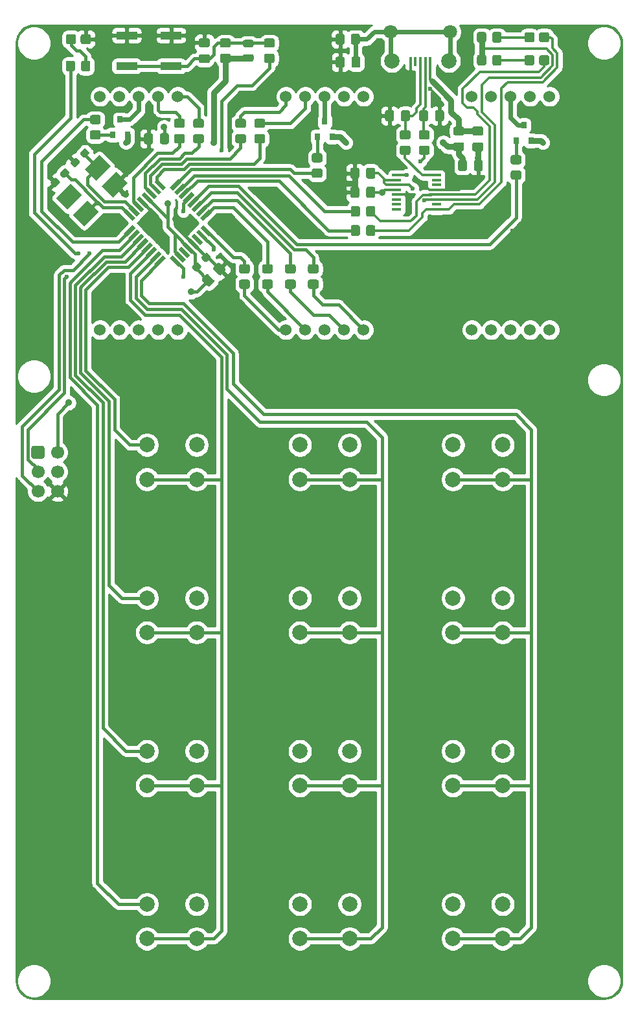
<source format=gbr>
%TF.GenerationSoftware,KiCad,Pcbnew,5.1.9-73d0e3b20d~88~ubuntu20.04.1*%
%TF.CreationDate,2021-01-19T11:15:14+01:00*%
%TF.ProjectId,luncheonmeat,6c756e63-6865-46f6-9e6d-6561742e6b69,v0.2.4*%
%TF.SameCoordinates,PX4fa1be0PYb80f240*%
%TF.FileFunction,Copper,L1,Top*%
%TF.FilePolarity,Positive*%
%FSLAX46Y46*%
G04 Gerber Fmt 4.6, Leading zero omitted, Abs format (unit mm)*
G04 Created by KiCad (PCBNEW 5.1.9-73d0e3b20d~88~ubuntu20.04.1) date 2021-01-19 11:15:14*
%MOMM*%
%LPD*%
G01*
G04 APERTURE LIST*
%TA.AperFunction,SMDPad,CuDef*%
%ADD10C,0.150000*%
%TD*%
%TA.AperFunction,ComponentPad*%
%ADD11C,2.000000*%
%TD*%
%TA.AperFunction,SMDPad,CuDef*%
%ADD12R,2.800000X1.000000*%
%TD*%
%TA.AperFunction,SMDPad,CuDef*%
%ADD13R,0.800000X0.900000*%
%TD*%
%TA.AperFunction,ComponentPad*%
%ADD14C,1.800000*%
%TD*%
%TA.AperFunction,SMDPad,CuDef*%
%ADD15R,0.450000X1.300000*%
%TD*%
%TA.AperFunction,ComponentPad*%
%ADD16C,1.700000*%
%TD*%
%TA.AperFunction,SMDPad,CuDef*%
%ADD17R,1.200000X0.400000*%
%TD*%
%TA.AperFunction,ComponentPad*%
%ADD18C,1.524000*%
%TD*%
%TA.AperFunction,ViaPad*%
%ADD19C,0.900000*%
%TD*%
%TA.AperFunction,ViaPad*%
%ADD20C,0.600000*%
%TD*%
%TA.AperFunction,Conductor*%
%ADD21C,0.400000*%
%TD*%
%TA.AperFunction,Conductor*%
%ADD22C,0.300000*%
%TD*%
%TA.AperFunction,Conductor*%
%ADD23C,0.600000*%
%TD*%
%TA.AperFunction,Conductor*%
%ADD24C,0.800000*%
%TD*%
%TA.AperFunction,Conductor*%
%ADD25C,0.254000*%
%TD*%
%TA.AperFunction,Conductor*%
%ADD26C,0.150000*%
%TD*%
G04 APERTURE END LIST*
%TO.P,D2,2*%
%TO.N,Net-(D2-Pad2)*%
%TA.AperFunction,SMDPad,CuDef*%
G36*
G01*
X68412500Y126650001D02*
X68412500Y125849999D01*
G75*
G02*
X68162501Y125600000I-249999J0D01*
G01*
X67337499Y125600000D01*
G75*
G02*
X67087500Y125849999I0J249999D01*
G01*
X67087500Y126650001D01*
G75*
G02*
X67337499Y126900000I249999J0D01*
G01*
X68162501Y126900000D01*
G75*
G02*
X68412500Y126650001I0J-249999D01*
G01*
G37*
%TD.AperFunction*%
%TO.P,D2,1*%
%TO.N,TX_F*%
%TA.AperFunction,SMDPad,CuDef*%
G36*
G01*
X70337500Y126650001D02*
X70337500Y125849999D01*
G75*
G02*
X70087501Y125600000I-249999J0D01*
G01*
X69262499Y125600000D01*
G75*
G02*
X69012500Y125849999I0J249999D01*
G01*
X69012500Y126650001D01*
G75*
G02*
X69262499Y126900000I249999J0D01*
G01*
X70087501Y126900000D01*
G75*
G02*
X70337500Y126650001I0J-249999D01*
G01*
G37*
%TD.AperFunction*%
%TD*%
%TO.P,R15,2*%
%TO.N,/SEG_B_*%
%TA.AperFunction,SMDPad,CuDef*%
G36*
G01*
X24049999Y113600000D02*
X24950001Y113600000D01*
G75*
G02*
X25200000Y113350001I0J-249999D01*
G01*
X25200000Y112649999D01*
G75*
G02*
X24950001Y112400000I-249999J0D01*
G01*
X24049999Y112400000D01*
G75*
G02*
X23800000Y112649999I0J249999D01*
G01*
X23800000Y113350001D01*
G75*
G02*
X24049999Y113600000I249999J0D01*
G01*
G37*
%TD.AperFunction*%
%TO.P,R15,1*%
%TO.N,/SEG_B*%
%TA.AperFunction,SMDPad,CuDef*%
G36*
G01*
X24049999Y115600000D02*
X24950001Y115600000D01*
G75*
G02*
X25200000Y115350001I0J-249999D01*
G01*
X25200000Y114649999D01*
G75*
G02*
X24950001Y114400000I-249999J0D01*
G01*
X24049999Y114400000D01*
G75*
G02*
X23800000Y114649999I0J249999D01*
G01*
X23800000Y115350001D01*
G75*
G02*
X24049999Y115600000I249999J0D01*
G01*
G37*
%TD.AperFunction*%
%TD*%
%TO.P,R2,2*%
%TO.N,P_LED*%
%TA.AperFunction,SMDPad,CuDef*%
G36*
G01*
X8350000Y122950001D02*
X8350000Y122049999D01*
G75*
G02*
X8100001Y121800000I-249999J0D01*
G01*
X7399999Y121800000D01*
G75*
G02*
X7150000Y122049999I0J249999D01*
G01*
X7150000Y122950001D01*
G75*
G02*
X7399999Y123200000I249999J0D01*
G01*
X8100001Y123200000D01*
G75*
G02*
X8350000Y122950001I0J-249999D01*
G01*
G37*
%TD.AperFunction*%
%TO.P,R2,1*%
%TO.N,Net-(D1-Pad2)*%
%TA.AperFunction,SMDPad,CuDef*%
G36*
G01*
X10350000Y122950001D02*
X10350000Y122049999D01*
G75*
G02*
X10100001Y121800000I-249999J0D01*
G01*
X9399999Y121800000D01*
G75*
G02*
X9150000Y122049999I0J249999D01*
G01*
X9150000Y122950001D01*
G75*
G02*
X9399999Y123200000I249999J0D01*
G01*
X10100001Y123200000D01*
G75*
G02*
X10350000Y122950001I0J-249999D01*
G01*
G37*
%TD.AperFunction*%
%TD*%
%TO.P,D1,2*%
%TO.N,Net-(D1-Pad2)*%
%TA.AperFunction,SMDPad,CuDef*%
G36*
G01*
X8487500Y126400001D02*
X8487500Y125599999D01*
G75*
G02*
X8237501Y125350000I-249999J0D01*
G01*
X7412499Y125350000D01*
G75*
G02*
X7162500Y125599999I0J249999D01*
G01*
X7162500Y126400001D01*
G75*
G02*
X7412499Y126650000I249999J0D01*
G01*
X8237501Y126650000D01*
G75*
G02*
X8487500Y126400001I0J-249999D01*
G01*
G37*
%TD.AperFunction*%
%TO.P,D1,1*%
%TO.N,GND*%
%TA.AperFunction,SMDPad,CuDef*%
G36*
G01*
X10412500Y126400001D02*
X10412500Y125599999D01*
G75*
G02*
X10162501Y125350000I-249999J0D01*
G01*
X9337499Y125350000D01*
G75*
G02*
X9087500Y125599999I0J249999D01*
G01*
X9087500Y126400001D01*
G75*
G02*
X9337499Y126650000I249999J0D01*
G01*
X10162501Y126650000D01*
G75*
G02*
X10412500Y126400001I0J-249999D01*
G01*
G37*
%TD.AperFunction*%
%TD*%
%TO.P,R17,2*%
%TO.N,RX_F*%
%TA.AperFunction,SMDPad,CuDef*%
G36*
G01*
X46400000Y103049999D02*
X46400000Y103950001D01*
G75*
G02*
X46649999Y104200000I249999J0D01*
G01*
X47350001Y104200000D01*
G75*
G02*
X47600000Y103950001I0J-249999D01*
G01*
X47600000Y103049999D01*
G75*
G02*
X47350001Y102800000I-249999J0D01*
G01*
X46649999Y102800000D01*
G75*
G02*
X46400000Y103049999I0J249999D01*
G01*
G37*
%TD.AperFunction*%
%TO.P,R17,1*%
%TO.N,TXD*%
%TA.AperFunction,SMDPad,CuDef*%
G36*
G01*
X44400000Y103049999D02*
X44400000Y103950001D01*
G75*
G02*
X44649999Y104200000I249999J0D01*
G01*
X45350001Y104200000D01*
G75*
G02*
X45600000Y103950001I0J-249999D01*
G01*
X45600000Y103049999D01*
G75*
G02*
X45350001Y102800000I-249999J0D01*
G01*
X44649999Y102800000D01*
G75*
G02*
X44400000Y103049999I0J249999D01*
G01*
G37*
%TD.AperFunction*%
%TD*%
%TO.P,R19,2*%
%TO.N,/SEG_SEL_0*%
%TA.AperFunction,SMDPad,CuDef*%
G36*
G01*
X65549999Y108850000D02*
X66450001Y108850000D01*
G75*
G02*
X66700000Y108600001I0J-249999D01*
G01*
X66700000Y107899999D01*
G75*
G02*
X66450001Y107650000I-249999J0D01*
G01*
X65549999Y107650000D01*
G75*
G02*
X65300000Y107899999I0J249999D01*
G01*
X65300000Y108600001D01*
G75*
G02*
X65549999Y108850000I249999J0D01*
G01*
G37*
%TD.AperFunction*%
%TO.P,R19,1*%
%TO.N,Net-(Q1-Pad1)*%
%TA.AperFunction,SMDPad,CuDef*%
G36*
G01*
X65549999Y110850000D02*
X66450001Y110850000D01*
G75*
G02*
X66700000Y110600001I0J-249999D01*
G01*
X66700000Y109899999D01*
G75*
G02*
X66450001Y109650000I-249999J0D01*
G01*
X65549999Y109650000D01*
G75*
G02*
X65300000Y109899999I0J249999D01*
G01*
X65300000Y110600001D01*
G75*
G02*
X65549999Y110850000I249999J0D01*
G01*
G37*
%TD.AperFunction*%
%TD*%
%TO.P,C13,2*%
%TO.N,GND*%
%TA.AperFunction,SMDPad,CuDef*%
G36*
G01*
X8602252Y110438128D02*
X8938128Y110102252D01*
G75*
G02*
X8938128Y109766376I-167938J-167938D01*
G01*
X8513864Y109342112D01*
G75*
G02*
X8177988Y109342112I-167938J167938D01*
G01*
X7842112Y109677988D01*
G75*
G02*
X7842112Y110013864I167938J167938D01*
G01*
X8266376Y110438128D01*
G75*
G02*
X8602252Y110438128I167938J-167938D01*
G01*
G37*
%TD.AperFunction*%
%TO.P,C13,1*%
%TO.N,Net-(C13-Pad1)*%
%TA.AperFunction,SMDPad,CuDef*%
G36*
G01*
X9822012Y111657888D02*
X10157888Y111322012D01*
G75*
G02*
X10157888Y110986136I-167938J-167938D01*
G01*
X9733624Y110561872D01*
G75*
G02*
X9397748Y110561872I-167938J167938D01*
G01*
X9061872Y110897748D01*
G75*
G02*
X9061872Y111233624I167938J167938D01*
G01*
X9486136Y111657888D01*
G75*
G02*
X9822012Y111657888I167938J-167938D01*
G01*
G37*
%TD.AperFunction*%
%TD*%
%TO.P,R21,2*%
%TO.N,/SEG_SEL_2*%
%TA.AperFunction,SMDPad,CuDef*%
G36*
G01*
X11450001Y114900000D02*
X10549999Y114900000D01*
G75*
G02*
X10300000Y115149999I0J249999D01*
G01*
X10300000Y115850001D01*
G75*
G02*
X10549999Y116100000I249999J0D01*
G01*
X11450001Y116100000D01*
G75*
G02*
X11700000Y115850001I0J-249999D01*
G01*
X11700000Y115149999D01*
G75*
G02*
X11450001Y114900000I-249999J0D01*
G01*
G37*
%TD.AperFunction*%
%TO.P,R21,1*%
%TO.N,Net-(Q3-Pad1)*%
%TA.AperFunction,SMDPad,CuDef*%
G36*
G01*
X11450001Y112900000D02*
X10549999Y112900000D01*
G75*
G02*
X10300000Y113149999I0J249999D01*
G01*
X10300000Y113850001D01*
G75*
G02*
X10549999Y114100000I249999J0D01*
G01*
X11450001Y114100000D01*
G75*
G02*
X11700000Y113850001I0J-249999D01*
G01*
X11700000Y113149999D01*
G75*
G02*
X11450001Y112900000I-249999J0D01*
G01*
G37*
%TD.AperFunction*%
%TD*%
%TO.P,R13,2*%
%TO.N,Net-(R13-Pad2)*%
%TA.AperFunction,SMDPad,CuDef*%
G36*
G01*
X32049999Y113600000D02*
X32950001Y113600000D01*
G75*
G02*
X33200000Y113350001I0J-249999D01*
G01*
X33200000Y112649999D01*
G75*
G02*
X32950001Y112400000I-249999J0D01*
G01*
X32049999Y112400000D01*
G75*
G02*
X31800000Y112649999I0J249999D01*
G01*
X31800000Y113350001D01*
G75*
G02*
X32049999Y113600000I249999J0D01*
G01*
G37*
%TD.AperFunction*%
%TO.P,R13,1*%
%TO.N,/SEG_F*%
%TA.AperFunction,SMDPad,CuDef*%
G36*
G01*
X32049999Y115600000D02*
X32950001Y115600000D01*
G75*
G02*
X33200000Y115350001I0J-249999D01*
G01*
X33200000Y114649999D01*
G75*
G02*
X32950001Y114400000I-249999J0D01*
G01*
X32049999Y114400000D01*
G75*
G02*
X31800000Y114649999I0J249999D01*
G01*
X31800000Y115350001D01*
G75*
G02*
X32049999Y115600000I249999J0D01*
G01*
G37*
%TD.AperFunction*%
%TD*%
%TO.P,R6,2*%
%TO.N,/DR+*%
%TA.AperFunction,SMDPad,CuDef*%
G36*
G01*
X51049999Y112100000D02*
X51950001Y112100000D01*
G75*
G02*
X52200000Y111850001I0J-249999D01*
G01*
X52200000Y111149999D01*
G75*
G02*
X51950001Y110900000I-249999J0D01*
G01*
X51049999Y110900000D01*
G75*
G02*
X50800000Y111149999I0J249999D01*
G01*
X50800000Y111850001D01*
G75*
G02*
X51049999Y112100000I249999J0D01*
G01*
G37*
%TD.AperFunction*%
%TO.P,R6,1*%
%TO.N,/D+*%
%TA.AperFunction,SMDPad,CuDef*%
G36*
G01*
X51049999Y114100000D02*
X51950001Y114100000D01*
G75*
G02*
X52200000Y113850001I0J-249999D01*
G01*
X52200000Y113149999D01*
G75*
G02*
X51950001Y112900000I-249999J0D01*
G01*
X51049999Y112900000D01*
G75*
G02*
X50800000Y113149999I0J249999D01*
G01*
X50800000Y113850001D01*
G75*
G02*
X51049999Y114100000I249999J0D01*
G01*
G37*
%TD.AperFunction*%
%TD*%
%TA.AperFunction,SMDPad,CuDef*%
D10*
%TO.P,U1,32*%
%TO.N,/SEG_SEL_1*%
G36*
X21154074Y106224963D02*
G01*
X20765165Y106613872D01*
X21896536Y107745243D01*
X22285445Y107356334D01*
X21154074Y106224963D01*
G37*
%TD.AperFunction*%
%TA.AperFunction,SMDPad,CuDef*%
%TO.P,U1,31*%
%TO.N,TXD*%
G36*
X21719759Y105659277D02*
G01*
X21330850Y106048186D01*
X22462221Y107179557D01*
X22851130Y106790648D01*
X21719759Y105659277D01*
G37*
%TD.AperFunction*%
%TA.AperFunction,SMDPad,CuDef*%
%TO.P,U1,30*%
%TO.N,RXD*%
G36*
X22285445Y105093592D02*
G01*
X21896536Y105482501D01*
X23027907Y106613872D01*
X23416816Y106224963D01*
X22285445Y105093592D01*
G37*
%TD.AperFunction*%
%TA.AperFunction,SMDPad,CuDef*%
%TO.P,U1,29*%
%TO.N,RESET*%
G36*
X22851130Y104527907D02*
G01*
X22462221Y104916816D01*
X23593592Y106048187D01*
X23982501Y105659278D01*
X22851130Y104527907D01*
G37*
%TD.AperFunction*%
%TA.AperFunction,SMDPad,CuDef*%
%TO.P,U1,28*%
%TO.N,/SEG_SEL_0*%
G36*
X23416816Y103962221D02*
G01*
X23027907Y104351130D01*
X24159278Y105482501D01*
X24548187Y105093592D01*
X23416816Y103962221D01*
G37*
%TD.AperFunction*%
%TA.AperFunction,SMDPad,CuDef*%
%TO.P,U1,27*%
%TO.N,Net-(R12-Pad2)*%
G36*
X23982501Y103396536D02*
G01*
X23593592Y103785445D01*
X24724963Y104916816D01*
X25113872Y104527907D01*
X23982501Y103396536D01*
G37*
%TD.AperFunction*%
%TA.AperFunction,SMDPad,CuDef*%
%TO.P,U1,26*%
%TO.N,Net-(R11-Pad2)*%
G36*
X24548186Y102830850D02*
G01*
X24159277Y103219759D01*
X25290648Y104351130D01*
X25679557Y103962221D01*
X24548186Y102830850D01*
G37*
%TD.AperFunction*%
%TA.AperFunction,SMDPad,CuDef*%
%TO.P,U1,25*%
%TO.N,Net-(R10-Pad2)*%
G36*
X25113872Y102265165D02*
G01*
X24724963Y102654074D01*
X25856334Y103785445D01*
X26245243Y103396536D01*
X25113872Y102265165D01*
G37*
%TD.AperFunction*%
%TA.AperFunction,SMDPad,CuDef*%
%TO.P,U1,24*%
%TO.N,Net-(R9-Pad2)*%
G36*
X24724963Y101345926D02*
G01*
X25113872Y101734835D01*
X26245243Y100603464D01*
X25856334Y100214555D01*
X24724963Y101345926D01*
G37*
%TD.AperFunction*%
%TA.AperFunction,SMDPad,CuDef*%
%TO.P,U1,23*%
%TO.N,P_LED*%
G36*
X24159277Y100780241D02*
G01*
X24548186Y101169150D01*
X25679557Y100037779D01*
X25290648Y99648870D01*
X24159277Y100780241D01*
G37*
%TD.AperFunction*%
%TA.AperFunction,SMDPad,CuDef*%
%TO.P,U1,22*%
%TO.N,Net-(U1-Pad22)*%
G36*
X23593592Y100214555D02*
G01*
X23982501Y100603464D01*
X25113872Y99472093D01*
X24724963Y99083184D01*
X23593592Y100214555D01*
G37*
%TD.AperFunction*%
%TA.AperFunction,SMDPad,CuDef*%
%TO.P,U1,21*%
%TO.N,GND*%
G36*
X23027907Y99648870D02*
G01*
X23416816Y100037779D01*
X24548187Y98906408D01*
X24159278Y98517499D01*
X23027907Y99648870D01*
G37*
%TD.AperFunction*%
%TA.AperFunction,SMDPad,CuDef*%
%TO.P,U1,20*%
%TO.N,+5V*%
G36*
X22462221Y99083184D02*
G01*
X22851130Y99472093D01*
X23982501Y98340722D01*
X23593592Y97951813D01*
X22462221Y99083184D01*
G37*
%TD.AperFunction*%
%TA.AperFunction,SMDPad,CuDef*%
%TO.P,U1,19*%
%TO.N,Net-(U1-Pad19)*%
G36*
X21896536Y98517499D02*
G01*
X22285445Y98906408D01*
X23416816Y97775037D01*
X23027907Y97386128D01*
X21896536Y98517499D01*
G37*
%TD.AperFunction*%
%TA.AperFunction,SMDPad,CuDef*%
%TO.P,U1,18*%
%TO.N,+5V*%
G36*
X21330850Y97951814D02*
G01*
X21719759Y98340723D01*
X22851130Y97209352D01*
X22462221Y96820443D01*
X21330850Y97951814D01*
G37*
%TD.AperFunction*%
%TA.AperFunction,SMDPad,CuDef*%
%TO.P,U1,17*%
%TO.N,SCK*%
G36*
X20765165Y97386128D02*
G01*
X21154074Y97775037D01*
X22285445Y96643666D01*
X21896536Y96254757D01*
X20765165Y97386128D01*
G37*
%TD.AperFunction*%
%TA.AperFunction,SMDPad,CuDef*%
%TO.P,U1,16*%
%TO.N,MISO*%
G36*
X19103464Y96254757D02*
G01*
X18714555Y96643666D01*
X19845926Y97775037D01*
X20234835Y97386128D01*
X19103464Y96254757D01*
G37*
%TD.AperFunction*%
%TA.AperFunction,SMDPad,CuDef*%
%TO.P,U1,15*%
%TO.N,MOSI*%
G36*
X18537779Y96820443D02*
G01*
X18148870Y97209352D01*
X19280241Y98340723D01*
X19669150Y97951814D01*
X18537779Y96820443D01*
G37*
%TD.AperFunction*%
%TA.AperFunction,SMDPad,CuDef*%
%TO.P,U1,14*%
%TO.N,/COL_2*%
G36*
X17972093Y97386128D02*
G01*
X17583184Y97775037D01*
X18714555Y98906408D01*
X19103464Y98517499D01*
X17972093Y97386128D01*
G37*
%TD.AperFunction*%
%TA.AperFunction,SMDPad,CuDef*%
%TO.P,U1,13*%
%TO.N,/ROW_0*%
G36*
X17406408Y97951813D02*
G01*
X17017499Y98340722D01*
X18148870Y99472093D01*
X18537779Y99083184D01*
X17406408Y97951813D01*
G37*
%TD.AperFunction*%
%TA.AperFunction,SMDPad,CuDef*%
%TO.P,U1,12*%
%TO.N,/ROW_1*%
G36*
X16840722Y98517499D02*
G01*
X16451813Y98906408D01*
X17583184Y100037779D01*
X17972093Y99648870D01*
X16840722Y98517499D01*
G37*
%TD.AperFunction*%
%TA.AperFunction,SMDPad,CuDef*%
%TO.P,U1,11*%
%TO.N,/ROW_2*%
G36*
X16275037Y99083184D02*
G01*
X15886128Y99472093D01*
X17017499Y100603464D01*
X17406408Y100214555D01*
X16275037Y99083184D01*
G37*
%TD.AperFunction*%
%TA.AperFunction,SMDPad,CuDef*%
%TO.P,U1,10*%
%TO.N,/ROW_3*%
G36*
X15709352Y99648870D02*
G01*
X15320443Y100037779D01*
X16451814Y101169150D01*
X16840723Y100780241D01*
X15709352Y99648870D01*
G37*
%TD.AperFunction*%
%TA.AperFunction,SMDPad,CuDef*%
%TO.P,U1,9*%
%TO.N,/SEG_SEL_2*%
G36*
X15143666Y100214555D02*
G01*
X14754757Y100603464D01*
X15886128Y101734835D01*
X16275037Y101345926D01*
X15143666Y100214555D01*
G37*
%TD.AperFunction*%
%TA.AperFunction,SMDPad,CuDef*%
%TO.P,U1,8*%
%TO.N,Net-(C12-Pad2)*%
G36*
X14754757Y103396536D02*
G01*
X15143666Y103785445D01*
X16275037Y102654074D01*
X15886128Y102265165D01*
X14754757Y103396536D01*
G37*
%TD.AperFunction*%
%TA.AperFunction,SMDPad,CuDef*%
%TO.P,U1,7*%
%TO.N,Net-(C13-Pad1)*%
G36*
X15320443Y103962221D02*
G01*
X15709352Y104351130D01*
X16840723Y103219759D01*
X16451814Y102830850D01*
X15320443Y103962221D01*
G37*
%TD.AperFunction*%
%TA.AperFunction,SMDPad,CuDef*%
%TO.P,U1,6*%
%TO.N,/SEG_A_*%
G36*
X15886128Y104527907D02*
G01*
X16275037Y104916816D01*
X17406408Y103785445D01*
X17017499Y103396536D01*
X15886128Y104527907D01*
G37*
%TD.AperFunction*%
%TA.AperFunction,SMDPad,CuDef*%
%TO.P,U1,5*%
%TO.N,GND*%
G36*
X16451813Y105093592D02*
G01*
X16840722Y105482501D01*
X17972093Y104351130D01*
X17583184Y103962221D01*
X16451813Y105093592D01*
G37*
%TD.AperFunction*%
%TA.AperFunction,SMDPad,CuDef*%
%TO.P,U1,4*%
%TO.N,+5V*%
G36*
X17017499Y105659278D02*
G01*
X17406408Y106048187D01*
X18537779Y104916816D01*
X18148870Y104527907D01*
X17017499Y105659278D01*
G37*
%TD.AperFunction*%
%TA.AperFunction,SMDPad,CuDef*%
%TO.P,U1,3*%
%TO.N,/SEG_B_*%
G36*
X17583184Y106224963D02*
G01*
X17972093Y106613872D01*
X19103464Y105482501D01*
X18714555Y105093592D01*
X17583184Y106224963D01*
G37*
%TD.AperFunction*%
%TA.AperFunction,SMDPad,CuDef*%
%TO.P,U1,2*%
%TO.N,Net-(R14-Pad2)*%
G36*
X18148870Y106790648D02*
G01*
X18537779Y107179557D01*
X19669150Y106048186D01*
X19280241Y105659277D01*
X18148870Y106790648D01*
G37*
%TD.AperFunction*%
%TA.AperFunction,SMDPad,CuDef*%
%TO.P,U1,1*%
%TO.N,Net-(R13-Pad2)*%
G36*
X18714555Y107356334D02*
G01*
X19103464Y107745243D01*
X20234835Y106613872D01*
X19845926Y106224963D01*
X18714555Y107356334D01*
G37*
%TD.AperFunction*%
%TD*%
%TO.P,L1,2*%
%TO.N,+5V*%
%TA.AperFunction,SMDPad,CuDef*%
G36*
G01*
X58049999Y112525000D02*
X58950001Y112525000D01*
G75*
G02*
X59200000Y112275001I0J-249999D01*
G01*
X59200000Y111624999D01*
G75*
G02*
X58950001Y111375000I-249999J0D01*
G01*
X58049999Y111375000D01*
G75*
G02*
X57800000Y111624999I0J249999D01*
G01*
X57800000Y112275001D01*
G75*
G02*
X58049999Y112525000I249999J0D01*
G01*
G37*
%TD.AperFunction*%
%TO.P,L1,1*%
%TO.N,/USB+5V*%
%TA.AperFunction,SMDPad,CuDef*%
G36*
G01*
X58049999Y114575000D02*
X58950001Y114575000D01*
G75*
G02*
X59200000Y114325001I0J-249999D01*
G01*
X59200000Y113674999D01*
G75*
G02*
X58950001Y113425000I-249999J0D01*
G01*
X58049999Y113425000D01*
G75*
G02*
X57800000Y113674999I0J249999D01*
G01*
X57800000Y114325001D01*
G75*
G02*
X58049999Y114575000I249999J0D01*
G01*
G37*
%TD.AperFunction*%
%TD*%
%TO.P,R11,2*%
%TO.N,Net-(R11-Pad2)*%
%TA.AperFunction,SMDPad,CuDef*%
G36*
G01*
X36950001Y95400000D02*
X36049999Y95400000D01*
G75*
G02*
X35800000Y95649999I0J249999D01*
G01*
X35800000Y96350001D01*
G75*
G02*
X36049999Y96600000I249999J0D01*
G01*
X36950001Y96600000D01*
G75*
G02*
X37200000Y96350001I0J-249999D01*
G01*
X37200000Y95649999D01*
G75*
G02*
X36950001Y95400000I-249999J0D01*
G01*
G37*
%TD.AperFunction*%
%TO.P,R11,1*%
%TO.N,/SEG_C*%
%TA.AperFunction,SMDPad,CuDef*%
G36*
G01*
X36950001Y93400000D02*
X36049999Y93400000D01*
G75*
G02*
X35800000Y93649999I0J249999D01*
G01*
X35800000Y94350001D01*
G75*
G02*
X36049999Y94600000I249999J0D01*
G01*
X36950001Y94600000D01*
G75*
G02*
X37200000Y94350001I0J-249999D01*
G01*
X37200000Y93649999D01*
G75*
G02*
X36950001Y93400000I-249999J0D01*
G01*
G37*
%TD.AperFunction*%
%TD*%
%TO.P,R10,2*%
%TO.N,Net-(R10-Pad2)*%
%TA.AperFunction,SMDPad,CuDef*%
G36*
G01*
X33950001Y95400000D02*
X33049999Y95400000D01*
G75*
G02*
X32800000Y95649999I0J249999D01*
G01*
X32800000Y96350001D01*
G75*
G02*
X33049999Y96600000I249999J0D01*
G01*
X33950001Y96600000D01*
G75*
G02*
X34200000Y96350001I0J-249999D01*
G01*
X34200000Y95649999D01*
G75*
G02*
X33950001Y95400000I-249999J0D01*
G01*
G37*
%TD.AperFunction*%
%TO.P,R10,1*%
%TO.N,/SEG_D*%
%TA.AperFunction,SMDPad,CuDef*%
G36*
G01*
X33950001Y93400000D02*
X33049999Y93400000D01*
G75*
G02*
X32800000Y93649999I0J249999D01*
G01*
X32800000Y94350001D01*
G75*
G02*
X33049999Y94600000I249999J0D01*
G01*
X33950001Y94600000D01*
G75*
G02*
X34200000Y94350001I0J-249999D01*
G01*
X34200000Y93649999D01*
G75*
G02*
X33950001Y93400000I-249999J0D01*
G01*
G37*
%TD.AperFunction*%
%TD*%
%TO.P,R7,2*%
%TO.N,RESET*%
%TA.AperFunction,SMDPad,CuDef*%
G36*
G01*
X33299999Y124100000D02*
X34200001Y124100000D01*
G75*
G02*
X34450000Y123850001I0J-249999D01*
G01*
X34450000Y123149999D01*
G75*
G02*
X34200001Y122900000I-249999J0D01*
G01*
X33299999Y122900000D01*
G75*
G02*
X33050000Y123149999I0J249999D01*
G01*
X33050000Y123850001D01*
G75*
G02*
X33299999Y124100000I249999J0D01*
G01*
G37*
%TD.AperFunction*%
%TO.P,R7,1*%
%TO.N,Net-(C7-Pad2)*%
%TA.AperFunction,SMDPad,CuDef*%
G36*
G01*
X33299999Y126100000D02*
X34200001Y126100000D01*
G75*
G02*
X34450000Y125850001I0J-249999D01*
G01*
X34450000Y125149999D01*
G75*
G02*
X34200001Y124900000I-249999J0D01*
G01*
X33299999Y124900000D01*
G75*
G02*
X33050000Y125149999I0J249999D01*
G01*
X33050000Y125850001D01*
G75*
G02*
X33299999Y126100000I249999J0D01*
G01*
G37*
%TD.AperFunction*%
%TD*%
%TO.P,R5,2*%
%TO.N,/DR-*%
%TA.AperFunction,SMDPad,CuDef*%
G36*
G01*
X53549999Y112100000D02*
X54450001Y112100000D01*
G75*
G02*
X54700000Y111850001I0J-249999D01*
G01*
X54700000Y111149999D01*
G75*
G02*
X54450001Y110900000I-249999J0D01*
G01*
X53549999Y110900000D01*
G75*
G02*
X53300000Y111149999I0J249999D01*
G01*
X53300000Y111850001D01*
G75*
G02*
X53549999Y112100000I249999J0D01*
G01*
G37*
%TD.AperFunction*%
%TO.P,R5,1*%
%TO.N,/D-*%
%TA.AperFunction,SMDPad,CuDef*%
G36*
G01*
X53549999Y114100000D02*
X54450001Y114100000D01*
G75*
G02*
X54700000Y113850001I0J-249999D01*
G01*
X54700000Y113149999D01*
G75*
G02*
X54450001Y112900000I-249999J0D01*
G01*
X53549999Y112900000D01*
G75*
G02*
X53300000Y113149999I0J249999D01*
G01*
X53300000Y113850001D01*
G75*
G02*
X53549999Y114100000I249999J0D01*
G01*
G37*
%TD.AperFunction*%
%TD*%
D11*
%TO.P,SW3,1*%
%TO.N,/ROW_2*%
X24250000Y33000000D03*
%TO.P,SW3,2*%
%TO.N,/COL_2*%
X24250000Y28500000D03*
%TO.P,SW3,1*%
%TO.N,/ROW_2*%
X17750000Y33000000D03*
%TO.P,SW3,2*%
%TO.N,/COL_2*%
X17750000Y28500000D03*
%TD*%
%TO.P,SW11,1*%
%TO.N,/ROW_2*%
X64250000Y33000000D03*
%TO.P,SW11,2*%
%TO.N,MISO*%
X64250000Y28500000D03*
%TO.P,SW11,1*%
%TO.N,/ROW_2*%
X57750000Y33000000D03*
%TO.P,SW11,2*%
%TO.N,MISO*%
X57750000Y28500000D03*
%TD*%
%TO.P,C3,2*%
%TO.N,/D+*%
%TA.AperFunction,SMDPad,CuDef*%
G36*
G01*
X50950000Y115525000D02*
X50950000Y116475000D01*
G75*
G02*
X51200000Y116725000I250000J0D01*
G01*
X51875000Y116725000D01*
G75*
G02*
X52125000Y116475000I0J-250000D01*
G01*
X52125000Y115525000D01*
G75*
G02*
X51875000Y115275000I-250000J0D01*
G01*
X51200000Y115275000D01*
G75*
G02*
X50950000Y115525000I0J250000D01*
G01*
G37*
%TD.AperFunction*%
%TO.P,C3,1*%
%TO.N,GND*%
%TA.AperFunction,SMDPad,CuDef*%
G36*
G01*
X48875000Y115525000D02*
X48875000Y116475000D01*
G75*
G02*
X49125000Y116725000I250000J0D01*
G01*
X49800000Y116725000D01*
G75*
G02*
X50050000Y116475000I0J-250000D01*
G01*
X50050000Y115525000D01*
G75*
G02*
X49800000Y115275000I-250000J0D01*
G01*
X49125000Y115275000D01*
G75*
G02*
X48875000Y115525000I0J250000D01*
G01*
G37*
%TD.AperFunction*%
%TD*%
%TO.P,C4,2*%
%TO.N,GND*%
%TA.AperFunction,SMDPad,CuDef*%
G36*
G01*
X55412500Y115525000D02*
X55412500Y116475000D01*
G75*
G02*
X55662500Y116725000I250000J0D01*
G01*
X56337500Y116725000D01*
G75*
G02*
X56587500Y116475000I0J-250000D01*
G01*
X56587500Y115525000D01*
G75*
G02*
X56337500Y115275000I-250000J0D01*
G01*
X55662500Y115275000D01*
G75*
G02*
X55412500Y115525000I0J250000D01*
G01*
G37*
%TD.AperFunction*%
%TO.P,C4,1*%
%TO.N,/D-*%
%TA.AperFunction,SMDPad,CuDef*%
G36*
G01*
X53337500Y115525000D02*
X53337500Y116475000D01*
G75*
G02*
X53587500Y116725000I250000J0D01*
G01*
X54262500Y116725000D01*
G75*
G02*
X54512500Y116475000I0J-250000D01*
G01*
X54512500Y115525000D01*
G75*
G02*
X54262500Y115275000I-250000J0D01*
G01*
X53587500Y115275000D01*
G75*
G02*
X53337500Y115525000I0J250000D01*
G01*
G37*
%TD.AperFunction*%
%TD*%
D12*
%TO.P,SW13,2*%
%TO.N,GND*%
X15100000Y126500000D03*
X20900000Y126500000D03*
%TO.P,SW13,1*%
%TO.N,Net-(C7-Pad2)*%
X15100000Y122500000D03*
X20900000Y122500000D03*
%TD*%
D11*
%TO.P,SW10,1*%
%TO.N,/ROW_1*%
X64250000Y53000000D03*
%TO.P,SW10,2*%
%TO.N,MISO*%
X64250000Y48500000D03*
%TO.P,SW10,1*%
%TO.N,/ROW_1*%
X57750000Y53000000D03*
%TO.P,SW10,2*%
%TO.N,MISO*%
X57750000Y48500000D03*
%TD*%
%TO.P,R8,2*%
%TO.N,+5V*%
%TA.AperFunction,SMDPad,CuDef*%
G36*
G01*
X27549999Y124100000D02*
X28450001Y124100000D01*
G75*
G02*
X28700000Y123850001I0J-249999D01*
G01*
X28700000Y123149999D01*
G75*
G02*
X28450001Y122900000I-249999J0D01*
G01*
X27549999Y122900000D01*
G75*
G02*
X27300000Y123149999I0J249999D01*
G01*
X27300000Y123850001D01*
G75*
G02*
X27549999Y124100000I249999J0D01*
G01*
G37*
%TD.AperFunction*%
%TO.P,R8,1*%
%TO.N,Net-(C7-Pad2)*%
%TA.AperFunction,SMDPad,CuDef*%
G36*
G01*
X27549999Y126100000D02*
X28450001Y126100000D01*
G75*
G02*
X28700000Y125850001I0J-249999D01*
G01*
X28700000Y125149999D01*
G75*
G02*
X28450001Y124900000I-249999J0D01*
G01*
X27549999Y124900000D01*
G75*
G02*
X27300000Y125149999I0J249999D01*
G01*
X27300000Y125850001D01*
G75*
G02*
X27549999Y126100000I249999J0D01*
G01*
G37*
%TD.AperFunction*%
%TD*%
%TO.P,SW7,1*%
%TO.N,/ROW_2*%
X44250000Y33000000D03*
%TO.P,SW7,2*%
%TO.N,MOSI*%
X44250000Y28500000D03*
%TO.P,SW7,1*%
%TO.N,/ROW_2*%
X37750000Y33000000D03*
%TO.P,SW7,2*%
%TO.N,MOSI*%
X37750000Y28500000D03*
%TD*%
%TO.P,R4,2*%
%TO.N,+3V3*%
%TA.AperFunction,SMDPad,CuDef*%
G36*
G01*
X62100000Y123700001D02*
X62100000Y122799999D01*
G75*
G02*
X61850001Y122550000I-249999J0D01*
G01*
X61149999Y122550000D01*
G75*
G02*
X60900000Y122799999I0J249999D01*
G01*
X60900000Y123700001D01*
G75*
G02*
X61149999Y123950000I249999J0D01*
G01*
X61850001Y123950000D01*
G75*
G02*
X62100000Y123700001I0J-249999D01*
G01*
G37*
%TD.AperFunction*%
%TO.P,R4,1*%
%TO.N,Net-(D3-Pad2)*%
%TA.AperFunction,SMDPad,CuDef*%
G36*
G01*
X64100000Y123700001D02*
X64100000Y122799999D01*
G75*
G02*
X63850001Y122550000I-249999J0D01*
G01*
X63149999Y122550000D01*
G75*
G02*
X62900000Y122799999I0J249999D01*
G01*
X62900000Y123700001D01*
G75*
G02*
X63149999Y123950000I249999J0D01*
G01*
X63850001Y123950000D01*
G75*
G02*
X64100000Y123700001I0J-249999D01*
G01*
G37*
%TD.AperFunction*%
%TD*%
D13*
%TO.P,Q2,3*%
%TO.N,Net-(Q2-Pad3)*%
X41000000Y115250000D03*
%TO.P,Q2,2*%
%TO.N,+5V*%
X41950000Y113250000D03*
%TO.P,Q2,1*%
%TO.N,Net-(Q2-Pad1)*%
X40050000Y113250000D03*
%TD*%
D11*
%TO.P,SW2,1*%
%TO.N,/ROW_1*%
X24250000Y53000000D03*
%TO.P,SW2,2*%
%TO.N,/COL_2*%
X24250000Y48500000D03*
%TO.P,SW2,1*%
%TO.N,/ROW_1*%
X17750000Y53000000D03*
%TO.P,SW2,2*%
%TO.N,/COL_2*%
X17750000Y48500000D03*
%TD*%
D13*
%TO.P,Q3,3*%
%TO.N,Net-(Q3-Pad3)*%
X14250000Y115500000D03*
%TO.P,Q3,2*%
%TO.N,+5V*%
X15200000Y113500000D03*
%TO.P,Q3,1*%
%TO.N,Net-(Q3-Pad1)*%
X13300000Y113500000D03*
%TD*%
%TO.P,Q1,3*%
%TO.N,Net-(Q1-Pad3)*%
X67000000Y114750000D03*
%TO.P,Q1,2*%
%TO.N,+5V*%
X67950000Y112750000D03*
%TO.P,Q1,1*%
%TO.N,Net-(Q1-Pad1)*%
X66050000Y112750000D03*
%TD*%
D14*
%TO.P,J1,6*%
%TO.N,Net-(C1-Pad2)*%
X49625000Y126950000D03*
X57375000Y126950000D03*
D11*
X49775000Y123150000D03*
X57225000Y123150000D03*
D15*
%TO.P,J1,5*%
%TO.N,GND*%
X52200000Y123100000D03*
%TO.P,J1,4*%
%TO.N,Net-(J1-Pad4)*%
X52850000Y123100000D03*
%TO.P,J1,3*%
%TO.N,/D+*%
X53500000Y123100000D03*
%TO.P,J1,2*%
%TO.N,/D-*%
X54150000Y123100000D03*
%TO.P,J1,1*%
%TO.N,/USB+5V*%
X54800000Y123100000D03*
%TD*%
D11*
%TO.P,SW6,1*%
%TO.N,/ROW_1*%
X44250000Y53000000D03*
%TO.P,SW6,2*%
%TO.N,MOSI*%
X44250000Y48500000D03*
%TO.P,SW6,1*%
%TO.N,/ROW_1*%
X37750000Y53000000D03*
%TO.P,SW6,2*%
%TO.N,MOSI*%
X37750000Y48500000D03*
%TD*%
%TO.P,C5,2*%
%TO.N,+3V3*%
%TA.AperFunction,SMDPad,CuDef*%
G36*
G01*
X46412500Y108025000D02*
X46412500Y108975000D01*
G75*
G02*
X46662500Y109225000I250000J0D01*
G01*
X47337500Y109225000D01*
G75*
G02*
X47587500Y108975000I0J-250000D01*
G01*
X47587500Y108025000D01*
G75*
G02*
X47337500Y107775000I-250000J0D01*
G01*
X46662500Y107775000D01*
G75*
G02*
X46412500Y108025000I0J250000D01*
G01*
G37*
%TD.AperFunction*%
%TO.P,C5,1*%
%TO.N,GND*%
%TA.AperFunction,SMDPad,CuDef*%
G36*
G01*
X44337500Y108025000D02*
X44337500Y108975000D01*
G75*
G02*
X44587500Y109225000I250000J0D01*
G01*
X45262500Y109225000D01*
G75*
G02*
X45512500Y108975000I0J-250000D01*
G01*
X45512500Y108025000D01*
G75*
G02*
X45262500Y107775000I-250000J0D01*
G01*
X44587500Y107775000D01*
G75*
G02*
X44337500Y108025000I0J250000D01*
G01*
G37*
%TD.AperFunction*%
%TD*%
%TO.P,C6,2*%
%TO.N,+5V*%
%TA.AperFunction,SMDPad,CuDef*%
G36*
G01*
X25829550Y95251301D02*
X26501301Y94579550D01*
G75*
G02*
X26501301Y94225996I-176777J-176777D01*
G01*
X26024004Y93748699D01*
G75*
G02*
X25670450Y93748699I-176777J176777D01*
G01*
X24998699Y94420450D01*
G75*
G02*
X24998699Y94774004I176777J176777D01*
G01*
X25475996Y95251301D01*
G75*
G02*
X25829550Y95251301I176777J-176777D01*
G01*
G37*
%TD.AperFunction*%
%TO.P,C6,1*%
%TO.N,GND*%
%TA.AperFunction,SMDPad,CuDef*%
G36*
G01*
X27296796Y96718547D02*
X27968547Y96046796D01*
G75*
G02*
X27968547Y95693242I-176777J-176777D01*
G01*
X27491250Y95215945D01*
G75*
G02*
X27137696Y95215945I-176777J176777D01*
G01*
X26465945Y95887696D01*
G75*
G02*
X26465945Y96241250I176777J176777D01*
G01*
X26943242Y96718547D01*
G75*
G02*
X27296796Y96718547I176777J-176777D01*
G01*
G37*
%TD.AperFunction*%
%TD*%
%TO.P,C1,2*%
%TO.N,Net-(C1-Pad2)*%
%TA.AperFunction,SMDPad,CuDef*%
G36*
G01*
X44487500Y122525000D02*
X44487500Y123475000D01*
G75*
G02*
X44737500Y123725000I250000J0D01*
G01*
X45412500Y123725000D01*
G75*
G02*
X45662500Y123475000I0J-250000D01*
G01*
X45662500Y122525000D01*
G75*
G02*
X45412500Y122275000I-250000J0D01*
G01*
X44737500Y122275000D01*
G75*
G02*
X44487500Y122525000I0J250000D01*
G01*
G37*
%TD.AperFunction*%
%TO.P,C1,1*%
%TO.N,GND*%
%TA.AperFunction,SMDPad,CuDef*%
G36*
G01*
X42412500Y122525000D02*
X42412500Y123475000D01*
G75*
G02*
X42662500Y123725000I250000J0D01*
G01*
X43337500Y123725000D01*
G75*
G02*
X43587500Y123475000I0J-250000D01*
G01*
X43587500Y122525000D01*
G75*
G02*
X43337500Y122275000I-250000J0D01*
G01*
X42662500Y122275000D01*
G75*
G02*
X42412500Y122525000I0J250000D01*
G01*
G37*
%TD.AperFunction*%
%TD*%
%TO.P,C2,2*%
%TO.N,/USB+5V*%
%TA.AperFunction,SMDPad,CuDef*%
G36*
G01*
X61475000Y113412500D02*
X60525000Y113412500D01*
G75*
G02*
X60275000Y113662500I0J250000D01*
G01*
X60275000Y114337500D01*
G75*
G02*
X60525000Y114587500I250000J0D01*
G01*
X61475000Y114587500D01*
G75*
G02*
X61725000Y114337500I0J-250000D01*
G01*
X61725000Y113662500D01*
G75*
G02*
X61475000Y113412500I-250000J0D01*
G01*
G37*
%TD.AperFunction*%
%TO.P,C2,1*%
%TO.N,GND*%
%TA.AperFunction,SMDPad,CuDef*%
G36*
G01*
X61475000Y111337500D02*
X60525000Y111337500D01*
G75*
G02*
X60275000Y111587500I0J250000D01*
G01*
X60275000Y112262500D01*
G75*
G02*
X60525000Y112512500I250000J0D01*
G01*
X61475000Y112512500D01*
G75*
G02*
X61725000Y112262500I0J-250000D01*
G01*
X61725000Y111587500D01*
G75*
G02*
X61475000Y111337500I-250000J0D01*
G01*
G37*
%TD.AperFunction*%
%TD*%
%TO.P,C7,2*%
%TO.N,Net-(C7-Pad2)*%
%TA.AperFunction,SMDPad,CuDef*%
G36*
G01*
X24775000Y124050000D02*
X25725000Y124050000D01*
G75*
G02*
X25975000Y123800000I0J-250000D01*
G01*
X25975000Y123125000D01*
G75*
G02*
X25725000Y122875000I-250000J0D01*
G01*
X24775000Y122875000D01*
G75*
G02*
X24525000Y123125000I0J250000D01*
G01*
X24525000Y123800000D01*
G75*
G02*
X24775000Y124050000I250000J0D01*
G01*
G37*
%TD.AperFunction*%
%TO.P,C7,1*%
%TO.N,GND*%
%TA.AperFunction,SMDPad,CuDef*%
G36*
G01*
X24775000Y126125000D02*
X25725000Y126125000D01*
G75*
G02*
X25975000Y125875000I0J-250000D01*
G01*
X25975000Y125200000D01*
G75*
G02*
X25725000Y124950000I-250000J0D01*
G01*
X24775000Y124950000D01*
G75*
G02*
X24525000Y125200000I0J250000D01*
G01*
X24525000Y125875000D01*
G75*
G02*
X24775000Y126125000I250000J0D01*
G01*
G37*
%TD.AperFunction*%
%TD*%
%TO.P,R18,2*%
%TO.N,TX_F*%
%TA.AperFunction,SMDPad,CuDef*%
G36*
G01*
X46400000Y100549999D02*
X46400000Y101450001D01*
G75*
G02*
X46649999Y101700000I249999J0D01*
G01*
X47350001Y101700000D01*
G75*
G02*
X47600000Y101450001I0J-249999D01*
G01*
X47600000Y100549999D01*
G75*
G02*
X47350001Y100300000I-249999J0D01*
G01*
X46649999Y100300000D01*
G75*
G02*
X46400000Y100549999I0J249999D01*
G01*
G37*
%TD.AperFunction*%
%TO.P,R18,1*%
%TO.N,RXD*%
%TA.AperFunction,SMDPad,CuDef*%
G36*
G01*
X44400000Y100549999D02*
X44400000Y101450001D01*
G75*
G02*
X44649999Y101700000I249999J0D01*
G01*
X45350001Y101700000D01*
G75*
G02*
X45600000Y101450001I0J-249999D01*
G01*
X45600000Y100549999D01*
G75*
G02*
X45350001Y100300000I-249999J0D01*
G01*
X44649999Y100300000D01*
G75*
G02*
X44400000Y100549999I0J249999D01*
G01*
G37*
%TD.AperFunction*%
%TD*%
%TO.P,C12,2*%
%TO.N,Net-(C12-Pad2)*%
%TA.AperFunction,SMDPad,CuDef*%
G36*
G01*
X6787868Y107951992D02*
X6451992Y108287868D01*
G75*
G02*
X6451992Y108623744I167938J167938D01*
G01*
X6876256Y109048008D01*
G75*
G02*
X7212132Y109048008I167938J-167938D01*
G01*
X7548008Y108712132D01*
G75*
G02*
X7548008Y108376256I-167938J-167938D01*
G01*
X7123744Y107951992D01*
G75*
G02*
X6787868Y107951992I-167938J167938D01*
G01*
G37*
%TD.AperFunction*%
%TO.P,C12,1*%
%TO.N,GND*%
%TA.AperFunction,SMDPad,CuDef*%
G36*
G01*
X5568108Y106732232D02*
X5232232Y107068108D01*
G75*
G02*
X5232232Y107403984I167938J167938D01*
G01*
X5656496Y107828248D01*
G75*
G02*
X5992372Y107828248I167938J-167938D01*
G01*
X6328248Y107492372D01*
G75*
G02*
X6328248Y107156496I-167938J-167938D01*
G01*
X5903984Y106732232D01*
G75*
G02*
X5568108Y106732232I-167938J167938D01*
G01*
G37*
%TD.AperFunction*%
%TD*%
%TO.P,C8,2*%
%TO.N,+5V*%
%TA.AperFunction,SMDPad,CuDef*%
G36*
G01*
X19450000Y112525000D02*
X19450000Y113475000D01*
G75*
G02*
X19700000Y113725000I250000J0D01*
G01*
X20375000Y113725000D01*
G75*
G02*
X20625000Y113475000I0J-250000D01*
G01*
X20625000Y112525000D01*
G75*
G02*
X20375000Y112275000I-250000J0D01*
G01*
X19700000Y112275000D01*
G75*
G02*
X19450000Y112525000I0J250000D01*
G01*
G37*
%TD.AperFunction*%
%TO.P,C8,1*%
%TO.N,GND*%
%TA.AperFunction,SMDPad,CuDef*%
G36*
G01*
X17375000Y112525000D02*
X17375000Y113475000D01*
G75*
G02*
X17625000Y113725000I250000J0D01*
G01*
X18300000Y113725000D01*
G75*
G02*
X18550000Y113475000I0J-250000D01*
G01*
X18550000Y112525000D01*
G75*
G02*
X18300000Y112275000I-250000J0D01*
G01*
X17625000Y112275000D01*
G75*
G02*
X17375000Y112525000I0J250000D01*
G01*
G37*
%TD.AperFunction*%
%TD*%
%TO.P,R12,2*%
%TO.N,Net-(R12-Pad2)*%
%TA.AperFunction,SMDPad,CuDef*%
G36*
G01*
X39950001Y95400000D02*
X39049999Y95400000D01*
G75*
G02*
X38800000Y95649999I0J249999D01*
G01*
X38800000Y96350001D01*
G75*
G02*
X39049999Y96600000I249999J0D01*
G01*
X39950001Y96600000D01*
G75*
G02*
X40200000Y96350001I0J-249999D01*
G01*
X40200000Y95649999D01*
G75*
G02*
X39950001Y95400000I-249999J0D01*
G01*
G37*
%TD.AperFunction*%
%TO.P,R12,1*%
%TO.N,/SEG_RDP*%
%TA.AperFunction,SMDPad,CuDef*%
G36*
G01*
X39950001Y93400000D02*
X39049999Y93400000D01*
G75*
G02*
X38800000Y93649999I0J249999D01*
G01*
X38800000Y94350001D01*
G75*
G02*
X39049999Y94600000I249999J0D01*
G01*
X39950001Y94600000D01*
G75*
G02*
X40200000Y94350001I0J-249999D01*
G01*
X40200000Y93649999D01*
G75*
G02*
X39950001Y93400000I-249999J0D01*
G01*
G37*
%TD.AperFunction*%
%TD*%
%TO.P,R14,2*%
%TO.N,Net-(R14-Pad2)*%
%TA.AperFunction,SMDPad,CuDef*%
G36*
G01*
X29549999Y113600000D02*
X30450001Y113600000D01*
G75*
G02*
X30700000Y113350001I0J-249999D01*
G01*
X30700000Y112649999D01*
G75*
G02*
X30450001Y112400000I-249999J0D01*
G01*
X29549999Y112400000D01*
G75*
G02*
X29300000Y112649999I0J249999D01*
G01*
X29300000Y113350001D01*
G75*
G02*
X29549999Y113600000I249999J0D01*
G01*
G37*
%TD.AperFunction*%
%TO.P,R14,1*%
%TO.N,/SEG_G*%
%TA.AperFunction,SMDPad,CuDef*%
G36*
G01*
X29549999Y115600000D02*
X30450001Y115600000D01*
G75*
G02*
X30700000Y115350001I0J-249999D01*
G01*
X30700000Y114649999D01*
G75*
G02*
X30450001Y114400000I-249999J0D01*
G01*
X29549999Y114400000D01*
G75*
G02*
X29300000Y114649999I0J249999D01*
G01*
X29300000Y115350001D01*
G75*
G02*
X29549999Y115600000I249999J0D01*
G01*
G37*
%TD.AperFunction*%
%TD*%
%TO.P,D3,2*%
%TO.N,Net-(D3-Pad2)*%
%TA.AperFunction,SMDPad,CuDef*%
G36*
G01*
X68412500Y123650001D02*
X68412500Y122849999D01*
G75*
G02*
X68162501Y122600000I-249999J0D01*
G01*
X67337499Y122600000D01*
G75*
G02*
X67087500Y122849999I0J249999D01*
G01*
X67087500Y123650001D01*
G75*
G02*
X67337499Y123900000I249999J0D01*
G01*
X68162501Y123900000D01*
G75*
G02*
X68412500Y123650001I0J-249999D01*
G01*
G37*
%TD.AperFunction*%
%TO.P,D3,1*%
%TO.N,RX_F*%
%TA.AperFunction,SMDPad,CuDef*%
G36*
G01*
X70337500Y123650001D02*
X70337500Y122849999D01*
G75*
G02*
X70087501Y122600000I-249999J0D01*
G01*
X69262499Y122600000D01*
G75*
G02*
X69012500Y122849999I0J249999D01*
G01*
X69012500Y123650001D01*
G75*
G02*
X69262499Y123900000I249999J0D01*
G01*
X70087501Y123900000D01*
G75*
G02*
X70337500Y123650001I0J-249999D01*
G01*
G37*
%TD.AperFunction*%
%TD*%
D16*
%TO.P,J2,6*%
%TO.N,GND*%
X6040000Y66960000D03*
%TO.P,J2,4*%
%TO.N,MOSI*%
X6040000Y69500000D03*
%TO.P,J2,2*%
%TO.N,+5V*%
X6040000Y72040000D03*
%TO.P,J2,5*%
%TO.N,RESET*%
X3500000Y66960000D03*
%TO.P,J2,3*%
%TO.N,SCK*%
X3500000Y69500000D03*
%TO.P,J2,1*%
%TO.N,MISO*%
%TA.AperFunction,ComponentPad*%
G36*
G01*
X2650000Y71440000D02*
X2650000Y72640000D01*
G75*
G02*
X2900000Y72890000I250000J0D01*
G01*
X4100000Y72890000D01*
G75*
G02*
X4350000Y72640000I0J-250000D01*
G01*
X4350000Y71440000D01*
G75*
G02*
X4100000Y71190000I-250000J0D01*
G01*
X2900000Y71190000D01*
G75*
G02*
X2650000Y71440000I0J250000D01*
G01*
G37*
%TD.AperFunction*%
%TD*%
D17*
%TO.P,U2,16*%
%TO.N,Net-(U2-Pad16)*%
X50400000Y103777500D03*
%TO.P,U2,15*%
%TO.N,Net-(U2-Pad15)*%
X50400000Y104412500D03*
%TO.P,U2,14*%
%TO.N,Net-(U2-Pad14)*%
X50400000Y105047500D03*
%TO.P,U2,13*%
%TO.N,GND*%
X50400000Y105682500D03*
%TO.P,U2,12*%
%TO.N,+5V*%
X50400000Y106317500D03*
%TO.P,U2,11*%
%TO.N,+3V3*%
X50400000Y106952500D03*
%TO.P,U2,10*%
X50400000Y107587500D03*
%TO.P,U2,9*%
%TO.N,/DR-*%
X50400000Y108222500D03*
%TO.P,U2,8*%
%TO.N,/DR+*%
X55600000Y108222500D03*
%TO.P,U2,7*%
%TO.N,Net-(U2-Pad7)*%
X55600000Y107587500D03*
%TO.P,U2,6*%
%TO.N,Net-(U2-Pad6)*%
X55600000Y106952500D03*
%TO.P,U2,5*%
%TO.N,GND*%
X55600000Y106317500D03*
%TO.P,U2,4*%
%TO.N,RX_F*%
X55600000Y105682500D03*
%TO.P,U2,3*%
%TO.N,+3V3*%
X55600000Y105047500D03*
%TO.P,U2,2*%
%TO.N,Net-(U2-Pad2)*%
X55600000Y104412500D03*
%TO.P,U2,1*%
%TO.N,TX_F*%
X55600000Y103777500D03*
%TD*%
%TO.P,R3,2*%
%TO.N,+3V3*%
%TA.AperFunction,SMDPad,CuDef*%
G36*
G01*
X62100000Y126700001D02*
X62100000Y125799999D01*
G75*
G02*
X61850001Y125550000I-249999J0D01*
G01*
X61149999Y125550000D01*
G75*
G02*
X60900000Y125799999I0J249999D01*
G01*
X60900000Y126700001D01*
G75*
G02*
X61149999Y126950000I249999J0D01*
G01*
X61850001Y126950000D01*
G75*
G02*
X62100000Y126700001I0J-249999D01*
G01*
G37*
%TD.AperFunction*%
%TO.P,R3,1*%
%TO.N,Net-(D2-Pad2)*%
%TA.AperFunction,SMDPad,CuDef*%
G36*
G01*
X64100000Y126700001D02*
X64100000Y125799999D01*
G75*
G02*
X63850001Y125550000I-249999J0D01*
G01*
X63149999Y125550000D01*
G75*
G02*
X62900000Y125799999I0J249999D01*
G01*
X62900000Y126700001D01*
G75*
G02*
X63149999Y126950000I249999J0D01*
G01*
X63850001Y126950000D01*
G75*
G02*
X64100000Y126700001I0J-249999D01*
G01*
G37*
%TD.AperFunction*%
%TD*%
%TO.P,C10,2*%
%TO.N,GND*%
%TA.AperFunction,SMDPad,CuDef*%
G36*
G01*
X60487500Y109025000D02*
X60487500Y109975000D01*
G75*
G02*
X60737500Y110225000I250000J0D01*
G01*
X61412500Y110225000D01*
G75*
G02*
X61662500Y109975000I0J-250000D01*
G01*
X61662500Y109025000D01*
G75*
G02*
X61412500Y108775000I-250000J0D01*
G01*
X60737500Y108775000D01*
G75*
G02*
X60487500Y109025000I0J250000D01*
G01*
G37*
%TD.AperFunction*%
%TO.P,C10,1*%
%TO.N,+5V*%
%TA.AperFunction,SMDPad,CuDef*%
G36*
G01*
X58412500Y109025000D02*
X58412500Y109975000D01*
G75*
G02*
X58662500Y110225000I250000J0D01*
G01*
X59337500Y110225000D01*
G75*
G02*
X59587500Y109975000I0J-250000D01*
G01*
X59587500Y109025000D01*
G75*
G02*
X59337500Y108775000I-250000J0D01*
G01*
X58662500Y108775000D01*
G75*
G02*
X58412500Y109025000I0J250000D01*
G01*
G37*
%TD.AperFunction*%
%TD*%
%TO.P,C9,2*%
%TO.N,GND*%
%TA.AperFunction,SMDPad,CuDef*%
G36*
G01*
X45512500Y106475000D02*
X45512500Y105525000D01*
G75*
G02*
X45262500Y105275000I-250000J0D01*
G01*
X44587500Y105275000D01*
G75*
G02*
X44337500Y105525000I0J250000D01*
G01*
X44337500Y106475000D01*
G75*
G02*
X44587500Y106725000I250000J0D01*
G01*
X45262500Y106725000D01*
G75*
G02*
X45512500Y106475000I0J-250000D01*
G01*
G37*
%TD.AperFunction*%
%TO.P,C9,1*%
%TO.N,+5V*%
%TA.AperFunction,SMDPad,CuDef*%
G36*
G01*
X47587500Y106475000D02*
X47587500Y105525000D01*
G75*
G02*
X47337500Y105275000I-250000J0D01*
G01*
X46662500Y105275000D01*
G75*
G02*
X46412500Y105525000I0J250000D01*
G01*
X46412500Y106475000D01*
G75*
G02*
X46662500Y106725000I250000J0D01*
G01*
X47337500Y106725000D01*
G75*
G02*
X47587500Y106475000I0J-250000D01*
G01*
G37*
%TD.AperFunction*%
%TD*%
%TO.P,D4,2*%
%TO.N,Net-(C7-Pad2)*%
%TA.AperFunction,SMDPad,CuDef*%
G36*
G01*
X31456250Y124950000D02*
X30543750Y124950000D01*
G75*
G02*
X30300000Y125193750I0J243750D01*
G01*
X30300000Y125681250D01*
G75*
G02*
X30543750Y125925000I243750J0D01*
G01*
X31456250Y125925000D01*
G75*
G02*
X31700000Y125681250I0J-243750D01*
G01*
X31700000Y125193750D01*
G75*
G02*
X31456250Y124950000I-243750J0D01*
G01*
G37*
%TD.AperFunction*%
%TO.P,D4,1*%
%TO.N,+5V*%
%TA.AperFunction,SMDPad,CuDef*%
G36*
G01*
X31456250Y123075000D02*
X30543750Y123075000D01*
G75*
G02*
X30300000Y123318750I0J243750D01*
G01*
X30300000Y123806250D01*
G75*
G02*
X30543750Y124050000I243750J0D01*
G01*
X31456250Y124050000D01*
G75*
G02*
X31700000Y123806250I0J-243750D01*
G01*
X31700000Y123318750D01*
G75*
G02*
X31456250Y123075000I-243750J0D01*
G01*
G37*
%TD.AperFunction*%
%TD*%
%TO.P,R16,2*%
%TO.N,/SEG_A_*%
%TA.AperFunction,SMDPad,CuDef*%
G36*
G01*
X21549999Y113600000D02*
X22450001Y113600000D01*
G75*
G02*
X22700000Y113350001I0J-249999D01*
G01*
X22700000Y112649999D01*
G75*
G02*
X22450001Y112400000I-249999J0D01*
G01*
X21549999Y112400000D01*
G75*
G02*
X21300000Y112649999I0J249999D01*
G01*
X21300000Y113350001D01*
G75*
G02*
X21549999Y113600000I249999J0D01*
G01*
G37*
%TD.AperFunction*%
%TO.P,R16,1*%
%TO.N,/SEG_A*%
%TA.AperFunction,SMDPad,CuDef*%
G36*
G01*
X21549999Y115600000D02*
X22450001Y115600000D01*
G75*
G02*
X22700000Y115350001I0J-249999D01*
G01*
X22700000Y114649999D01*
G75*
G02*
X22450001Y114400000I-249999J0D01*
G01*
X21549999Y114400000D01*
G75*
G02*
X21300000Y114649999I0J249999D01*
G01*
X21300000Y115350001D01*
G75*
G02*
X21549999Y115600000I249999J0D01*
G01*
G37*
%TD.AperFunction*%
%TD*%
%TO.P,R9,2*%
%TO.N,Net-(R9-Pad2)*%
%TA.AperFunction,SMDPad,CuDef*%
G36*
G01*
X30950001Y95400000D02*
X30049999Y95400000D01*
G75*
G02*
X29800000Y95649999I0J249999D01*
G01*
X29800000Y96350001D01*
G75*
G02*
X30049999Y96600000I249999J0D01*
G01*
X30950001Y96600000D01*
G75*
G02*
X31200000Y96350001I0J-249999D01*
G01*
X31200000Y95649999D01*
G75*
G02*
X30950001Y95400000I-249999J0D01*
G01*
G37*
%TD.AperFunction*%
%TO.P,R9,1*%
%TO.N,/SEG_E*%
%TA.AperFunction,SMDPad,CuDef*%
G36*
G01*
X30950001Y93400000D02*
X30049999Y93400000D01*
G75*
G02*
X29800000Y93649999I0J249999D01*
G01*
X29800000Y94350001D01*
G75*
G02*
X30049999Y94600000I249999J0D01*
G01*
X30950001Y94600000D01*
G75*
G02*
X31200000Y94350001I0J-249999D01*
G01*
X31200000Y93649999D01*
G75*
G02*
X30950001Y93400000I-249999J0D01*
G01*
G37*
%TD.AperFunction*%
%TD*%
%TO.P,R20,2*%
%TO.N,/SEG_SEL_1*%
%TA.AperFunction,SMDPad,CuDef*%
G36*
G01*
X39549999Y109100000D02*
X40450001Y109100000D01*
G75*
G02*
X40700000Y108850001I0J-249999D01*
G01*
X40700000Y108149999D01*
G75*
G02*
X40450001Y107900000I-249999J0D01*
G01*
X39549999Y107900000D01*
G75*
G02*
X39300000Y108149999I0J249999D01*
G01*
X39300000Y108850001D01*
G75*
G02*
X39549999Y109100000I249999J0D01*
G01*
G37*
%TD.AperFunction*%
%TO.P,R20,1*%
%TO.N,Net-(Q2-Pad1)*%
%TA.AperFunction,SMDPad,CuDef*%
G36*
G01*
X39549999Y111100000D02*
X40450001Y111100000D01*
G75*
G02*
X40700000Y110850001I0J-249999D01*
G01*
X40700000Y110149999D01*
G75*
G02*
X40450001Y109900000I-249999J0D01*
G01*
X39549999Y109900000D01*
G75*
G02*
X39300000Y110149999I0J249999D01*
G01*
X39300000Y110850001D01*
G75*
G02*
X39549999Y111100000I249999J0D01*
G01*
G37*
%TD.AperFunction*%
%TD*%
%TO.P,R1,2*%
%TO.N,GND*%
%TA.AperFunction,SMDPad,CuDef*%
G36*
G01*
X43600000Y126450001D02*
X43600000Y125549999D01*
G75*
G02*
X43350001Y125300000I-249999J0D01*
G01*
X42649999Y125300000D01*
G75*
G02*
X42400000Y125549999I0J249999D01*
G01*
X42400000Y126450001D01*
G75*
G02*
X42649999Y126700000I249999J0D01*
G01*
X43350001Y126700000D01*
G75*
G02*
X43600000Y126450001I0J-249999D01*
G01*
G37*
%TD.AperFunction*%
%TO.P,R1,1*%
%TO.N,Net-(C1-Pad2)*%
%TA.AperFunction,SMDPad,CuDef*%
G36*
G01*
X45600000Y126450001D02*
X45600000Y125549999D01*
G75*
G02*
X45350001Y125300000I-249999J0D01*
G01*
X44649999Y125300000D01*
G75*
G02*
X44400000Y125549999I0J249999D01*
G01*
X44400000Y126450001D01*
G75*
G02*
X44649999Y126700000I249999J0D01*
G01*
X45350001Y126700000D01*
G75*
G02*
X45600000Y126450001I0J-249999D01*
G01*
G37*
%TD.AperFunction*%
%TD*%
D11*
%TO.P,SW12,1*%
%TO.N,/ROW_3*%
X64250000Y13000000D03*
%TO.P,SW12,2*%
%TO.N,MISO*%
X64250000Y8500000D03*
%TO.P,SW12,1*%
%TO.N,/ROW_3*%
X57750000Y13000000D03*
%TO.P,SW12,2*%
%TO.N,MISO*%
X57750000Y8500000D03*
%TD*%
%TO.P,SW9,1*%
%TO.N,/ROW_0*%
X64250000Y73000000D03*
%TO.P,SW9,2*%
%TO.N,MISO*%
X64250000Y68500000D03*
%TO.P,SW9,1*%
%TO.N,/ROW_0*%
X57750000Y73000000D03*
%TO.P,SW9,2*%
%TO.N,MISO*%
X57750000Y68500000D03*
%TD*%
%TO.P,SW8,1*%
%TO.N,/ROW_3*%
X44250000Y13000000D03*
%TO.P,SW8,2*%
%TO.N,MOSI*%
X44250000Y8500000D03*
%TO.P,SW8,1*%
%TO.N,/ROW_3*%
X37750000Y13000000D03*
%TO.P,SW8,2*%
%TO.N,MOSI*%
X37750000Y8500000D03*
%TD*%
%TO.P,SW5,1*%
%TO.N,/ROW_0*%
X44250000Y73000000D03*
%TO.P,SW5,2*%
%TO.N,MOSI*%
X44250000Y68500000D03*
%TO.P,SW5,1*%
%TO.N,/ROW_0*%
X37750000Y73000000D03*
%TO.P,SW5,2*%
%TO.N,MOSI*%
X37750000Y68500000D03*
%TD*%
%TO.P,SW4,1*%
%TO.N,/ROW_3*%
X24250000Y13000000D03*
%TO.P,SW4,2*%
%TO.N,/COL_2*%
X24250000Y8500000D03*
%TO.P,SW4,1*%
%TO.N,/ROW_3*%
X17750000Y13000000D03*
%TO.P,SW4,2*%
%TO.N,/COL_2*%
X17750000Y8500000D03*
%TD*%
%TO.P,SW1,1*%
%TO.N,/ROW_0*%
X24250000Y73000000D03*
%TO.P,SW1,2*%
%TO.N,/COL_2*%
X24250000Y68500000D03*
%TO.P,SW1,1*%
%TO.N,/ROW_0*%
X17750000Y73000000D03*
%TO.P,SW1,2*%
%TO.N,/COL_2*%
X17750000Y68500000D03*
%TD*%
%TA.AperFunction,SMDPad,CuDef*%
D10*
%TO.P,Y1,4*%
%TO.N,N/C*%
G36*
X7348172Y103747310D02*
G01*
X5863248Y105232234D01*
X7772436Y107141422D01*
X9257360Y105656498D01*
X7348172Y103747310D01*
G37*
%TD.AperFunction*%
%TA.AperFunction,SMDPad,CuDef*%
%TO.P,Y1,3*%
%TO.N,Net-(C13-Pad1)*%
G36*
X11095837Y107494975D02*
G01*
X9610913Y108979899D01*
X11520101Y110889087D01*
X13005025Y109404163D01*
X11095837Y107494975D01*
G37*
%TD.AperFunction*%
%TA.AperFunction,SMDPad,CuDef*%
%TO.P,Y1,2*%
%TO.N,GND*%
G36*
X13287868Y105302944D02*
G01*
X11802944Y106787868D01*
X13712132Y108697056D01*
X15197056Y107212132D01*
X13287868Y105302944D01*
G37*
%TD.AperFunction*%
%TA.AperFunction,SMDPad,CuDef*%
%TO.P,Y1,1*%
%TO.N,Net-(C12-Pad2)*%
G36*
X9540203Y101555279D02*
G01*
X8055279Y103040203D01*
X9964467Y104949391D01*
X11449391Y103464467D01*
X9540203Y101555279D01*
G37*
%TD.AperFunction*%
%TD*%
%TO.P,C11,2*%
%TO.N,GND*%
%TA.AperFunction,SMDPad,CuDef*%
G36*
G01*
X25284143Y96948267D02*
X24948267Y97284143D01*
G75*
G02*
X24948267Y97620019I167938J167938D01*
G01*
X25354853Y98026605D01*
G75*
G02*
X25690729Y98026605I167938J-167938D01*
G01*
X26026605Y97690729D01*
G75*
G02*
X26026605Y97354853I-167938J-167938D01*
G01*
X25620019Y96948267D01*
G75*
G02*
X25284143Y96948267I-167938J167938D01*
G01*
G37*
%TD.AperFunction*%
%TO.P,C11,1*%
%TO.N,+5V*%
%TA.AperFunction,SMDPad,CuDef*%
G36*
G01*
X24046707Y95710831D02*
X23710831Y96046707D01*
G75*
G02*
X23710831Y96382583I167938J167938D01*
G01*
X24117417Y96789169D01*
G75*
G02*
X24453293Y96789169I167938J-167938D01*
G01*
X24789169Y96453293D01*
G75*
G02*
X24789169Y96117417I-167938J-167938D01*
G01*
X24382583Y95710831D01*
G75*
G02*
X24046707Y95710831I-167938J167938D01*
G01*
G37*
%TD.AperFunction*%
%TD*%
D18*
%TO.P,U3,3*%
%TO.N,Net-(Q1-Pad3)*%
X65300000Y88032000D03*
%TO.P,U3,4*%
%TO.N,/SEG_C*%
X67840000Y88032000D03*
%TO.P,U3,2*%
%TO.N,/SEG_D*%
X62760000Y88032000D03*
%TO.P,U3,5*%
%TO.N,/SEG_RDP*%
X70380000Y88032000D03*
%TO.P,U3,1*%
%TO.N,/SEG_E*%
X60220000Y88032000D03*
%TO.P,U3,6*%
%TO.N,/SEG_B*%
X70380000Y118512000D03*
%TO.P,U3,7*%
%TO.N,/SEG_A*%
X67840000Y118512000D03*
%TO.P,U3,8*%
%TO.N,Net-(Q1-Pad3)*%
X65300000Y118512000D03*
%TO.P,U3,9*%
%TO.N,/SEG_F*%
X62760000Y118512000D03*
%TO.P,U3,10*%
%TO.N,/SEG_G*%
X60220000Y118512000D03*
%TD*%
%TO.P,U4,3*%
%TO.N,Net-(Q2-Pad3)*%
X41000000Y88032000D03*
%TO.P,U4,4*%
%TO.N,/SEG_C*%
X43540000Y88032000D03*
%TO.P,U4,2*%
%TO.N,/SEG_D*%
X38460000Y88032000D03*
%TO.P,U4,5*%
%TO.N,/SEG_RDP*%
X46080000Y88032000D03*
%TO.P,U4,1*%
%TO.N,/SEG_E*%
X35920000Y88032000D03*
%TO.P,U4,6*%
%TO.N,/SEG_B*%
X46080000Y118512000D03*
%TO.P,U4,7*%
%TO.N,/SEG_A*%
X43540000Y118512000D03*
%TO.P,U4,8*%
%TO.N,Net-(Q2-Pad3)*%
X41000000Y118512000D03*
%TO.P,U4,9*%
%TO.N,/SEG_F*%
X38460000Y118512000D03*
%TO.P,U4,10*%
%TO.N,/SEG_G*%
X35920000Y118512000D03*
%TD*%
%TO.P,U5,10*%
%TO.N,/SEG_G*%
X11620000Y118512000D03*
%TO.P,U5,9*%
%TO.N,/SEG_F*%
X14160000Y118512000D03*
%TO.P,U5,8*%
%TO.N,Net-(Q3-Pad3)*%
X16700000Y118512000D03*
%TO.P,U5,7*%
%TO.N,/SEG_A*%
X19240000Y118512000D03*
%TO.P,U5,6*%
%TO.N,/SEG_B*%
X21780000Y118512000D03*
%TO.P,U5,1*%
%TO.N,/SEG_E*%
X11620000Y88032000D03*
%TO.P,U5,5*%
%TO.N,/SEG_RDP*%
X21780000Y88032000D03*
%TO.P,U5,2*%
%TO.N,/SEG_D*%
X14160000Y88032000D03*
%TO.P,U5,4*%
%TO.N,/SEG_C*%
X19240000Y88032000D03*
%TO.P,U5,3*%
%TO.N,Net-(Q3-Pad3)*%
X16700000Y88032000D03*
%TD*%
D19*
%TO.N,+5V*%
X48500000Y106000000D03*
X20500000Y104500000D03*
X20000000Y114500000D03*
X7500000Y78500000D03*
X23500000Y93000000D03*
X26500000Y112500000D03*
D20*
X15000000Y112500000D03*
X43750000Y112500000D03*
D19*
X56500000Y112500000D03*
D20*
X69500000Y112500000D03*
%TO.N,RESET*%
X22500000Y103500000D03*
X27500000Y111500000D03*
X10250000Y98000000D03*
%TO.N,SCK*%
X22500000Y95000000D03*
X7250000Y95000000D03*
%TO.N,/DR-*%
X53500000Y110000000D03*
X51750000Y108250000D03*
D19*
%TO.N,GND*%
X15001803Y105747885D03*
X19000000Y102500000D03*
X21500000Y102500000D03*
X7000000Y111000000D03*
X16000000Y110500000D03*
D20*
X54000000Y107000000D03*
X43250000Y107250000D03*
X56250000Y114250000D03*
X54750000Y119500000D03*
X79500000Y120000000D03*
X79500000Y110000000D03*
X79500000Y100000000D03*
X79500000Y90000000D03*
X74500000Y40000000D03*
X74500000Y30000000D03*
X74500000Y20000000D03*
X74500000Y20000000D03*
X74500000Y10000000D03*
X59500000Y20000000D03*
X39500000Y20000000D03*
X19500000Y20000000D03*
X19500000Y40000000D03*
X39500000Y40000000D03*
X59500000Y40000000D03*
X59500000Y60000000D03*
X39500000Y60000000D03*
X19500000Y60000000D03*
X4500000Y40000000D03*
X4500000Y30000000D03*
X4500000Y20000000D03*
X4500000Y10000000D03*
X74500000Y50000000D03*
X4500000Y50000000D03*
X74500000Y60000000D03*
X74500000Y70000000D03*
X59500000Y80000000D03*
X39500000Y80000000D03*
X19500000Y80000000D03*
X4500000Y60000000D03*
X4500000Y120000000D03*
X4500000Y115000000D03*
X34500000Y105000000D03*
X34500000Y110000000D03*
X44500000Y95000000D03*
X59500000Y95000000D03*
X69500000Y95000000D03*
X14500000Y90000000D03*
X2000000Y97500000D03*
X46500000Y116000000D03*
X38500000Y125000000D03*
X52200000Y121200000D03*
X51875000Y120125000D03*
X51000000Y121000000D03*
X34000000Y120000000D03*
X25000000Y121000000D03*
X12500000Y124500000D03*
X48500000Y111500000D03*
X52500000Y86000000D03*
X31500000Y86000000D03*
X28500000Y93000000D03*
X30500000Y100000000D03*
X65500000Y101000000D03*
X57500000Y101000000D03*
X37500000Y102000000D03*
X70500000Y109000000D03*
X71500000Y115000000D03*
X52000000Y104000000D03*
X63250000Y103500000D03*
X59500000Y107250000D03*
X38500000Y114250000D03*
D19*
X61000000Y110500000D03*
D20*
%TO.N,P_LED*%
X26500000Y98500000D03*
X8750000Y98000000D03*
%TO.N,+3V3*%
X54000000Y105000000D03*
X52500000Y106500000D03*
%TD*%
D21*
%TO.N,/SEG_F*%
X38460000Y118512000D02*
X38460000Y116960000D01*
X36500000Y115000000D02*
X32500000Y115000000D01*
X38460000Y116960000D02*
X36500000Y115000000D01*
%TO.N,/SEG_E*%
X34968000Y88032000D02*
X35920000Y88032000D01*
X30500000Y92500000D02*
X34968000Y88032000D01*
X30500000Y94000000D02*
X30500000Y92500000D01*
%TO.N,/SEG_D*%
X33500000Y92992000D02*
X33500000Y94000000D01*
X38460000Y88032000D02*
X33500000Y92992000D01*
%TO.N,/SEG_C*%
X43540000Y88032000D02*
X41572000Y90000000D01*
X39500000Y90000000D02*
X36500000Y93000000D01*
X41572000Y90000000D02*
X39500000Y90000000D01*
X36500000Y94000000D02*
X36500000Y93000000D01*
%TO.N,/SEG_B*%
X22988000Y118512000D02*
X21780000Y118512000D01*
X24500000Y117000000D02*
X22988000Y118512000D01*
X24500000Y115000000D02*
X24500000Y117000000D01*
%TO.N,/SEG_A*%
X22000000Y115000000D02*
X22000000Y116000000D01*
X19240000Y118512000D02*
X19240000Y116760000D01*
X19500000Y116500000D02*
X21500000Y116500000D01*
X19240000Y116760000D02*
X19500000Y116500000D01*
X22000000Y116000000D02*
X21500000Y116500000D01*
%TO.N,/SEG_RDP*%
X39500000Y94000000D02*
X39500000Y92500000D01*
X40694000Y91306000D02*
X42806000Y91306000D01*
X39500000Y92500000D02*
X40694000Y91306000D01*
X42806000Y91306000D02*
X46080000Y88032000D01*
%TO.N,/SEG_G*%
X35920000Y118512000D02*
X35920000Y117420000D01*
X35920000Y117420000D02*
X35000000Y116500000D01*
X35000000Y116500000D02*
X30500000Y116500000D01*
X30000000Y116000000D02*
X30000000Y115000000D01*
X30500000Y116500000D02*
X30000000Y116000000D01*
D22*
X60350010Y118850010D02*
X60350010Y117998532D01*
D23*
%TO.N,Net-(C1-Pad2)*%
X49625000Y123300000D02*
X49775000Y123150000D01*
X49625000Y126950000D02*
X49625000Y123300000D01*
X47450000Y126950000D02*
X46500000Y126000000D01*
X49625000Y126950000D02*
X47450000Y126950000D01*
X45000000Y126000000D02*
X46500000Y126000000D01*
X45000000Y123075000D02*
X45075000Y123000000D01*
X45000000Y126000000D02*
X45000000Y123075000D01*
X57375000Y126950000D02*
X49625000Y126950000D01*
X57375000Y123300000D02*
X57225000Y123150000D01*
X57375000Y126950000D02*
X57375000Y123300000D01*
D21*
%TO.N,+5V*%
X21396526Y100396526D02*
X21467157Y100467157D01*
X21396526Y98275047D02*
X21396526Y100396526D01*
X22090990Y97580583D02*
X21396526Y98275047D01*
X23222361Y98711953D02*
X21467157Y100467157D01*
X23222361Y98711953D02*
X24000000Y97934314D01*
X24000000Y96500000D02*
X24250000Y96250000D01*
X24000000Y97934314D02*
X24000000Y96500000D01*
X20467157Y102598529D02*
X20467157Y101467157D01*
X17777639Y105288047D02*
X20467157Y102598529D01*
X21467157Y100467157D02*
X20467157Y101467157D01*
D24*
X58500000Y111950000D02*
X58500000Y111000000D01*
X59000000Y110500000D02*
X59000000Y109500000D01*
X58500000Y111000000D02*
X59000000Y110500000D01*
X30937500Y123500000D02*
X31000000Y123562500D01*
X28000000Y123500000D02*
X30937500Y123500000D01*
D21*
X24250000Y96000000D02*
X25750000Y94500000D01*
X24250000Y96250000D02*
X24250000Y96000000D01*
X20467157Y104467157D02*
X20500000Y104500000D01*
X20467157Y102598529D02*
X20467157Y104467157D01*
X20037500Y114462500D02*
X20000000Y114500000D01*
X20037500Y113000000D02*
X20037500Y114462500D01*
X6040000Y77040000D02*
X7500000Y78500000D01*
X6040000Y72040000D02*
X6040000Y77040000D01*
X24250000Y93000000D02*
X25750000Y94500000D01*
X23500000Y93000000D02*
X24250000Y93000000D01*
D22*
X48817500Y106317500D02*
X48500000Y106000000D01*
X50400000Y106317500D02*
X48817500Y106317500D01*
X48500000Y106000000D02*
X47000000Y106000000D01*
D24*
X28000000Y120500000D02*
X28000000Y123500000D01*
X26500000Y119000000D02*
X28000000Y120500000D01*
X26500000Y112500000D02*
X26500000Y119000000D01*
D23*
X67950000Y112750000D02*
X68750000Y112750000D01*
D24*
X67950000Y112750000D02*
X69250000Y112750000D01*
X69250000Y112750000D02*
X69500000Y112500000D01*
X69500000Y112500000D02*
X69500000Y112500000D01*
X43000000Y113250000D02*
X43750000Y112500000D01*
X41950000Y113250000D02*
X43000000Y113250000D01*
X15200000Y112700000D02*
X15000000Y112500000D01*
X15200000Y113500000D02*
X15200000Y112700000D01*
X57050000Y111950000D02*
X56500000Y112500000D01*
X58500000Y111950000D02*
X57050000Y111950000D01*
D21*
%TO.N,Net-(Q1-Pad1)*%
X66050000Y110300000D02*
X66000000Y110250000D01*
X66050000Y112750000D02*
X66050000Y110300000D01*
%TO.N,Net-(Q2-Pad1)*%
X40050000Y110550000D02*
X40000000Y110500000D01*
X40050000Y113250000D02*
X40050000Y110550000D01*
%TO.N,Net-(Q3-Pad1)*%
X11000000Y113500000D02*
X13300000Y113500000D01*
%TO.N,/SEG_SEL_0*%
X23788047Y104757703D02*
X23788047Y104722361D01*
X29700010Y106799990D02*
X25830334Y106799990D01*
X25830334Y106799990D02*
X23788047Y104757703D01*
X37299990Y99200010D02*
X29700010Y106799990D01*
X62516008Y99200010D02*
X37299990Y99200010D01*
X66000000Y102684002D02*
X62516008Y99200010D01*
X66000000Y108250000D02*
X66000000Y102684002D01*
%TO.N,/ROW_0*%
X12717157Y96217157D02*
X15282843Y96217157D01*
X9750000Y93250000D02*
X12717157Y96217157D01*
X9750000Y82719894D02*
X9750000Y93250000D01*
X13499999Y78969895D02*
X9750000Y82719894D01*
X15282843Y96217157D02*
X17777639Y98711953D01*
X15500000Y73000000D02*
X13499999Y75000001D01*
X13499999Y75000001D02*
X13499999Y78969895D01*
X17750000Y73000000D02*
X15500000Y73000000D01*
%TO.N,/ROW_1*%
X12667116Y78812814D02*
X11489965Y79989965D01*
X17211953Y99277639D02*
X14851482Y96917168D01*
X14851482Y96917168D02*
X12427203Y96917168D01*
X9049990Y82429940D02*
X9239965Y82239965D01*
X9049990Y93539953D02*
X9049990Y82429940D01*
X9255017Y93744980D02*
X9049990Y93539953D01*
X9239965Y82239965D02*
X11489965Y79989965D01*
X9255017Y93744983D02*
X9255017Y93744980D01*
X12427203Y96917168D02*
X9255017Y93744983D01*
X12799989Y78679941D02*
X11489965Y79989965D01*
X12799989Y54700011D02*
X12799989Y78679941D01*
X14500000Y53000000D02*
X12799989Y54700011D01*
X17750000Y53000000D02*
X14500000Y53000000D01*
%TO.N,/ROW_2*%
X12137249Y97617179D02*
X14420123Y97617179D01*
X8385035Y93864961D02*
X8385035Y93864965D01*
X8349980Y82139986D02*
X8349980Y93829906D01*
X8385035Y93864965D02*
X12137249Y97617179D01*
X11967105Y78522860D02*
X8349980Y82139986D01*
X14420123Y97617179D02*
X16646268Y99843324D01*
X8349980Y93829906D02*
X8385035Y93864961D01*
X11967105Y36032895D02*
X11967105Y78522860D01*
X15000000Y33000000D02*
X11967105Y36032895D01*
X17750000Y33000000D02*
X15000000Y33000000D01*
%TO.N,/ROW_3*%
X14085786Y98414214D02*
X16080583Y100409010D01*
X11914214Y98414214D02*
X14085786Y98414214D01*
X7875000Y94344893D02*
X7875000Y94375000D01*
X7649970Y81850030D02*
X7649970Y94119863D01*
X11267095Y78232905D02*
X7649970Y81850030D01*
X11267094Y15732906D02*
X11267095Y78232905D01*
X7649970Y94119863D02*
X7875000Y94344893D01*
X14000000Y13000000D02*
X11267094Y15732906D01*
X7875000Y94375000D02*
X11914214Y98414214D01*
X17750000Y13000000D02*
X14000000Y13000000D01*
%TO.N,/COL_2*%
X18343324Y98146268D02*
X15599979Y95402923D01*
X15599979Y95402923D02*
X15599979Y91920092D01*
X17510035Y90010035D02*
X21989965Y90010035D01*
X15599979Y91920092D02*
X17510035Y90010035D01*
X21989965Y90010035D02*
X27500000Y84500000D01*
X27500000Y84500000D02*
X27500000Y79500000D01*
X17750000Y8500000D02*
X24250000Y8500000D01*
X17750000Y68500000D02*
X24250000Y68500000D01*
X24250000Y68500000D02*
X27500000Y68500000D01*
X17750000Y28500000D02*
X24250000Y28500000D01*
X24250000Y28500000D02*
X27500000Y28500000D01*
X26500000Y8500000D02*
X24250000Y8500000D01*
X27500000Y9500000D02*
X26500000Y8500000D01*
X27500000Y28500000D02*
X27500000Y9500000D01*
X17750000Y48500000D02*
X24250000Y48500000D01*
X24250000Y48500000D02*
X27500000Y48500000D01*
X27500000Y48500000D02*
X27500000Y79500000D01*
X27500000Y28500000D02*
X27500000Y48500000D01*
%TO.N,/SEG_SEL_2*%
X15514897Y100974695D02*
X15474695Y100974695D01*
X15474695Y100974695D02*
X14000000Y99500000D01*
X14000000Y99500000D02*
X8000000Y99500000D01*
X11000000Y115500000D02*
X9500000Y115500000D01*
X4000000Y110000000D02*
X4000000Y103500000D01*
X9500000Y115500000D02*
X4000000Y110000000D01*
X8000000Y99500000D02*
X4000000Y103500000D01*
%TO.N,/SEG_SEL_1*%
X21525305Y106985103D02*
X23540202Y109000000D01*
X36489963Y109000000D02*
X23540202Y109000000D01*
X36989963Y108500000D02*
X36489963Y109000000D01*
X40000000Y108500000D02*
X36989963Y108500000D01*
%TO.N,Net-(C7-Pad2)*%
X15100000Y122500000D02*
X20900000Y122500000D01*
X25250000Y123462500D02*
X23962500Y123462500D01*
X23962500Y123462500D02*
X23000000Y122500000D01*
X23000000Y122500000D02*
X20900000Y122500000D01*
X25250000Y123462500D02*
X25962500Y123462500D01*
X25962500Y123462500D02*
X26500000Y124000000D01*
X26500000Y124000000D02*
X26500000Y125000000D01*
X27000000Y125500000D02*
X28000000Y125500000D01*
X26500000Y125000000D02*
X27000000Y125500000D01*
X30937500Y125500000D02*
X31000000Y125437500D01*
X28000000Y125500000D02*
X30937500Y125500000D01*
X31062500Y125500000D02*
X31000000Y125437500D01*
X33750000Y125500000D02*
X31062500Y125500000D01*
%TO.N,RESET*%
X22500000Y104565686D02*
X23222361Y105288047D01*
X22500000Y103500000D02*
X22500000Y104565686D01*
X33750000Y122250000D02*
X33750000Y123500000D01*
X31475000Y119975000D02*
X33750000Y122250000D01*
X27500000Y117950000D02*
X29525000Y119975000D01*
X29525000Y119975000D02*
X31475000Y119975000D01*
X27500000Y111500000D02*
X27500000Y117950000D01*
X1460000Y70829357D02*
X1460000Y69000000D01*
X1449979Y70839378D02*
X1460000Y70829357D01*
X1449979Y75449979D02*
X1449979Y70839378D01*
X6249950Y80249950D02*
X1449979Y75449979D01*
X6249950Y95183952D02*
X6249950Y80249950D01*
X1460000Y69000000D02*
X3500000Y66960000D01*
X8092001Y95842001D02*
X6907999Y95842001D01*
X10250000Y98000000D02*
X8092001Y95842001D01*
X6907999Y95842001D02*
X6249950Y95183952D01*
%TO.N,Net-(R13-Pad2)*%
X32500000Y110500000D02*
X32500000Y113000000D01*
X23250249Y109700010D02*
X31700010Y109700010D01*
X22550240Y109000000D02*
X23250249Y109700010D01*
X20000000Y109000000D02*
X22550240Y109000000D01*
X19000000Y108000000D02*
X20000000Y109000000D01*
X31700010Y109700010D02*
X32500000Y110500000D01*
X19000000Y107500000D02*
X19000000Y108000000D01*
X19474695Y107025305D02*
X19000000Y107500000D01*
X19474695Y106985103D02*
X19474695Y107025305D01*
%TO.N,Net-(R12-Pad2)*%
X39500000Y97500000D02*
X38500000Y98500000D01*
X37000000Y98500000D02*
X38500000Y98500000D01*
X39500000Y97500000D02*
X39500000Y96000000D01*
X24353732Y104192016D02*
X26161716Y106000000D01*
X24353732Y104156676D02*
X24353732Y104192016D01*
X29500000Y106000000D02*
X31250000Y104250000D01*
X26161716Y106000000D02*
X29500000Y106000000D01*
X31250000Y104250000D02*
X37000000Y98500000D01*
X30799990Y104700010D02*
X31250000Y104250000D01*
%TO.N,Net-(R11-Pad2)*%
X24919417Y103590990D02*
X24919417Y103626331D01*
X36500000Y98000000D02*
X36500000Y96000000D01*
X30500000Y104000000D02*
X36500000Y98000000D01*
X24919417Y103590990D02*
X26328427Y105000000D01*
X29500000Y105000000D02*
X30500000Y104000000D01*
X26328427Y105000000D02*
X29500000Y105000000D01*
%TO.N,Net-(R10-Pad2)*%
X33500000Y99500000D02*
X33500000Y97000000D01*
X29000000Y104000000D02*
X33500000Y99500000D01*
X26500000Y104000000D02*
X29000000Y104000000D01*
X25525305Y103025305D02*
X26500000Y104000000D01*
X25485103Y103025305D02*
X25525305Y103025305D01*
X33500000Y97000000D02*
X33500000Y96000000D01*
X33500000Y97500000D02*
X33500000Y97000000D01*
%TO.N,Net-(R9-Pad2)*%
X25485103Y100974695D02*
X25525305Y100974695D01*
X30500000Y97000000D02*
X30500000Y96000000D01*
X30000000Y97500000D02*
X30500000Y97000000D01*
X29000000Y97500000D02*
X30000000Y97500000D01*
X25525305Y100974695D02*
X29000000Y97500000D01*
%TO.N,Net-(R14-Pad2)*%
X18214545Y108204507D02*
X19710048Y109700010D01*
X18214545Y107113882D02*
X18214545Y108204507D01*
X18909010Y106419417D02*
X18214545Y107113882D01*
X19710048Y109700010D02*
X22260286Y109700010D01*
X22260286Y109700010D02*
X22960296Y110400020D01*
X30000000Y111800040D02*
X28599980Y110400020D01*
X30000000Y113000000D02*
X30000000Y111800040D01*
X22960296Y110400020D02*
X28599980Y110400020D01*
%TO.N,MOSI*%
X18909010Y97580583D02*
X18873669Y97580583D01*
X17755017Y90755017D02*
X16299989Y92210046D01*
X28200010Y80299990D02*
X28200010Y84789954D01*
X32500000Y76000000D02*
X28200010Y80299990D01*
X16299989Y92210046D02*
X16299990Y94971563D01*
X28200010Y84789954D02*
X22234947Y90755017D01*
X46500000Y76000000D02*
X32500000Y76000000D01*
X48500000Y74000000D02*
X46500000Y76000000D01*
X16299990Y94971563D02*
X18909010Y97580583D01*
X22234947Y90755017D02*
X17755017Y90755017D01*
X47000000Y8500000D02*
X48500000Y10000000D01*
X44250000Y8500000D02*
X47000000Y8500000D01*
X44250000Y68500000D02*
X48500000Y68500000D01*
X48500000Y68500000D02*
X48500000Y74000000D01*
X44250000Y68500000D02*
X37750000Y68500000D01*
X37750000Y48500000D02*
X44250000Y48500000D01*
X44250000Y48500000D02*
X48500000Y48500000D01*
X48500000Y48500000D02*
X48500000Y68500000D01*
X37750000Y28500000D02*
X44250000Y28500000D01*
X44250000Y28500000D02*
X48500000Y28500000D01*
X48500000Y28500000D02*
X48500000Y48500000D01*
X48500000Y10000000D02*
X48500000Y28500000D01*
X37750000Y8500000D02*
X44250000Y8500000D01*
%TO.N,SCK*%
X22500000Y96040202D02*
X21525305Y97014897D01*
X22500000Y95000000D02*
X22500000Y96040202D01*
X3500000Y69779321D02*
X3500000Y69500000D01*
X2149990Y75000070D02*
X2149990Y71129332D01*
X6949960Y79800040D02*
X2149990Y75000070D01*
X2149990Y71129332D02*
X3500000Y69779321D01*
X6949960Y94699960D02*
X6949960Y79800040D01*
X7250000Y95000000D02*
X6949960Y94699960D01*
%TO.N,MISO*%
X29000000Y81000000D02*
X33000000Y77000000D01*
X29000000Y85000000D02*
X29000000Y81000000D01*
X22500000Y91500000D02*
X29000000Y85000000D01*
X18000000Y91500000D02*
X22500000Y91500000D01*
X17000000Y92500000D02*
X18000000Y91500000D01*
X17000000Y94500000D02*
X17000000Y92500000D01*
X19474695Y96974695D02*
X17000000Y94500000D01*
X19474695Y97014897D02*
X19474695Y96974695D01*
X66000000Y77000000D02*
X64000000Y77000000D01*
X68000000Y75000000D02*
X66000000Y77000000D01*
X66500000Y8500000D02*
X68000000Y10000000D01*
X64000000Y77000000D02*
X64500000Y77000000D01*
X64250000Y8500000D02*
X66500000Y8500000D01*
X33000000Y77000000D02*
X64000000Y77000000D01*
X57750000Y68500000D02*
X64250000Y68500000D01*
X64250000Y68500000D02*
X68000000Y68500000D01*
X68000000Y68500000D02*
X68000000Y75000000D01*
X64250000Y8500000D02*
X57750000Y8500000D01*
X57750000Y28500000D02*
X64250000Y28500000D01*
X64250000Y28500000D02*
X68000000Y28500000D01*
X68000000Y10000000D02*
X68000000Y28500000D01*
X57750000Y48500000D02*
X64250000Y48500000D01*
X64250000Y48500000D02*
X68000000Y48500000D01*
X68000000Y48500000D02*
X68000000Y68500000D01*
X68000000Y28500000D02*
X68000000Y48500000D01*
D22*
%TO.N,/D+*%
X53500000Y123100000D02*
X53500000Y117500000D01*
X51537500Y116000000D02*
X52500000Y116000000D01*
X52500000Y116000000D02*
X53000000Y116500000D01*
X53000000Y116500000D02*
X53000000Y117000000D01*
X53500000Y117500000D02*
X53000000Y117000000D01*
X51537500Y113537500D02*
X51500000Y113500000D01*
X51537500Y116000000D02*
X51537500Y113537500D01*
%TO.N,/D-*%
X54150000Y123100000D02*
X54150000Y117150000D01*
X53925000Y116925000D02*
X53925000Y116000000D01*
X54150000Y117150000D02*
X53925000Y116925000D01*
X53925000Y113575000D02*
X54000000Y113500000D01*
X53925000Y116000000D02*
X53925000Y113575000D01*
%TO.N,/DR-*%
X54000000Y110500000D02*
X54000000Y111500000D01*
X53500000Y110000000D02*
X54000000Y110500000D01*
X51750000Y108250000D02*
X50412499Y108250000D01*
X50412499Y108250000D02*
X50400000Y108237501D01*
%TO.N,/DR+*%
X53777500Y108222500D02*
X55600000Y108222500D01*
X51500000Y110500000D02*
X53777500Y108222500D01*
X51500000Y111500000D02*
X51500000Y110500000D01*
D21*
%TO.N,GND*%
X25487436Y97578250D02*
X25487436Y97487436D01*
X23788047Y99277639D02*
X25487436Y97578250D01*
X13749688Y107000000D02*
X15001803Y105747885D01*
X13500000Y107000000D02*
X13749688Y107000000D01*
X19000000Y102934314D02*
X19000000Y102500000D01*
X17211953Y104722361D02*
X19000000Y102934314D01*
X21500000Y101565686D02*
X23788047Y99277639D01*
X21500000Y102500000D02*
X21500000Y101565686D01*
X25697056Y97487436D02*
X27217246Y95967246D01*
X25487436Y97487436D02*
X25697056Y97487436D01*
X5780240Y107280240D02*
X5000000Y108060480D01*
X5000000Y109000000D02*
X7000000Y111000000D01*
X5000000Y108060480D02*
X5000000Y109000000D01*
X7280240Y111000000D02*
X8390120Y109890120D01*
X7000000Y111000000D02*
X7280240Y111000000D01*
X17962500Y113000000D02*
X17962500Y112462500D01*
X13500000Y107000000D02*
X15000000Y108500000D01*
X15000000Y109500000D02*
X16000000Y110500000D01*
X15000000Y108500000D02*
X15000000Y109500000D01*
X15100000Y126500000D02*
X20900000Y126500000D01*
D24*
X61000000Y109575000D02*
X61075000Y109500000D01*
X61000000Y111925000D02*
X61000000Y110500000D01*
X61000000Y110500000D02*
X61000000Y109575000D01*
D22*
X52682500Y105682500D02*
X52750000Y105750000D01*
X50400000Y105682500D02*
X52682500Y105682500D01*
D24*
X43325000Y107175000D02*
X43250000Y107250000D01*
X44925000Y107175000D02*
X43325000Y107175000D01*
X44925000Y108500000D02*
X44925000Y107175000D01*
X44925000Y107175000D02*
X44925000Y106000000D01*
D22*
X52200000Y123100000D02*
X52200000Y121200000D01*
X49462500Y117712500D02*
X49462500Y116000000D01*
X52200000Y120450000D02*
X51875000Y120125000D01*
X56000000Y114500000D02*
X56250000Y114250000D01*
X56000000Y116000000D02*
X56000000Y114500000D01*
X56000000Y118250000D02*
X54750000Y119500000D01*
X56000000Y116000000D02*
X56000000Y118250000D01*
X52200000Y121200000D02*
X52200000Y120450000D01*
X51875000Y120125000D02*
X49462500Y117712500D01*
X54682500Y106317500D02*
X54000000Y107000000D01*
X55600000Y106317500D02*
X54682500Y106317500D01*
X55600000Y106317500D02*
X58567500Y106317500D01*
X58567500Y106317500D02*
X59500000Y107250000D01*
X59750000Y107500000D02*
X60500000Y107500000D01*
X61075000Y108075000D02*
X61075000Y109500000D01*
X60500000Y107500000D02*
X61075000Y108075000D01*
X59500000Y107250000D02*
X59750000Y107500000D01*
D21*
%TO.N,Net-(C12-Pad2)*%
X9752335Y103752335D02*
X9752335Y103252335D01*
X14500000Y104000000D02*
X12000000Y104000000D01*
X15474695Y103025305D02*
X14500000Y104000000D01*
X15514897Y103025305D02*
X15474695Y103025305D01*
X8358568Y107641432D02*
X7858568Y107641432D01*
X11000000Y105000000D02*
X8358568Y107641432D01*
X7858568Y107641432D02*
X7000000Y108500000D01*
X11000000Y104500000D02*
X11500000Y104500000D01*
X9752335Y103252335D02*
X11000000Y104500000D01*
X11500000Y104500000D02*
X11000000Y105000000D01*
X12000000Y104000000D02*
X11500000Y104500000D01*
%TO.N,Net-(C13-Pad1)*%
X14903980Y104802934D02*
X12197066Y104802934D01*
X16080583Y103626331D02*
X14903980Y104802934D01*
X16080583Y103590990D02*
X16080583Y103626331D01*
X12197066Y104802934D02*
X10000000Y107000000D01*
X10000000Y107884062D02*
X11307969Y109192031D01*
X10000000Y107000000D02*
X10000000Y107884062D01*
X9609880Y110890120D02*
X11307969Y109192031D01*
X9609880Y111109880D02*
X9609880Y110890120D01*
%TO.N,Net-(D1-Pad2)*%
X7825000Y126000000D02*
X7825000Y125175000D01*
X7825000Y125175000D02*
X8500000Y124500000D01*
X8500000Y124500000D02*
X9000000Y124500000D01*
X9750000Y123750000D02*
X9750000Y122500000D01*
X9000000Y124500000D02*
X9750000Y123750000D01*
D22*
%TO.N,Net-(D2-Pad2)*%
X67750000Y126250000D02*
X63500000Y126250000D01*
%TO.N,TX_F*%
X55600000Y103777500D02*
X54277500Y103777500D01*
X54277500Y103777500D02*
X53750000Y103250000D01*
X53750000Y102750000D02*
X52000000Y101000000D01*
X53750000Y103250000D02*
X53750000Y102750000D01*
X52000000Y101000000D02*
X47000000Y101000000D01*
X71387520Y124188488D02*
X71387519Y122311511D01*
X70750000Y124826008D02*
X71387520Y124188488D01*
X71387519Y122311511D02*
X69464227Y120388219D01*
X69464227Y120388219D02*
X67861781Y120388219D01*
X67861781Y120388219D02*
X67638219Y120388219D01*
X70500000Y126250000D02*
X70750000Y126000000D01*
X69675000Y126250000D02*
X70500000Y126250000D01*
X70750000Y126000000D02*
X70750000Y124826008D01*
X65382457Y120388219D02*
X67861781Y120388219D01*
X64888219Y120388219D02*
X65382457Y120388219D01*
X64087999Y107334457D02*
X64087999Y119587999D01*
X61201032Y104447490D02*
X64087999Y107334457D01*
X64087999Y119587999D02*
X64888219Y120388219D01*
X57892490Y104447490D02*
X61201032Y104447490D01*
X57222500Y103777500D02*
X57892490Y104447490D01*
X55600000Y103777500D02*
X57222500Y103777500D01*
%TO.N,RX_F*%
X55600000Y105682500D02*
X56932500Y105682500D01*
X56575002Y105682500D02*
X56932500Y105682500D01*
X54682500Y105682500D02*
X54667499Y105667499D01*
X55600000Y105682500D02*
X54682500Y105682500D01*
X54667499Y105667499D02*
X54969997Y105667499D01*
X53853495Y105667499D02*
X54667499Y105667499D01*
X52967998Y104782002D02*
X53853495Y105667499D01*
X52967998Y102967998D02*
X52967998Y104782002D01*
X52250000Y102250000D02*
X52967998Y102967998D01*
X48250000Y102250000D02*
X52250000Y102250000D01*
X47000000Y103500000D02*
X48250000Y102250000D01*
X60682500Y105682500D02*
X56932500Y105682500D01*
X62575729Y107575729D02*
X60682500Y105682500D01*
X62575729Y114575729D02*
X62575729Y107575729D01*
X60424271Y117075729D02*
X60947989Y116552011D01*
X59000000Y117651458D02*
X59575729Y117075729D01*
X60947989Y116552011D02*
X60947989Y116203469D01*
X59575729Y117075729D02*
X60424271Y117075729D01*
X59000000Y119500000D02*
X59000000Y117651458D01*
X61250000Y121750000D02*
X59000000Y119500000D01*
X60947989Y116203469D02*
X62575729Y114575729D01*
X69675000Y122425000D02*
X69000000Y121750000D01*
X69000000Y121750000D02*
X61250000Y121750000D01*
X69675000Y123250000D02*
X69675000Y122425000D01*
%TO.N,Net-(D3-Pad2)*%
X67750000Y123250000D02*
X63500000Y123250000D01*
D21*
%TO.N,P_LED*%
X24919417Y100409010D02*
X24919417Y100373669D01*
X26500000Y98828427D02*
X24919417Y100409010D01*
X26500000Y98500000D02*
X26500000Y98828427D01*
X7750000Y115750000D02*
X7750000Y122500000D01*
X3000000Y111000000D02*
X7750000Y115750000D01*
X3000000Y103325736D02*
X3000000Y111000000D01*
X8325736Y98000000D02*
X3000000Y103325736D01*
X8750000Y98000000D02*
X8325736Y98000000D01*
%TO.N,TXD*%
X22126331Y106419417D02*
X22090990Y106419417D01*
X23906924Y108200010D02*
X22126331Y106419417D01*
X36299990Y108200010D02*
X23906924Y108200010D01*
X41000000Y103500000D02*
X36299990Y108200010D01*
X45000000Y103500000D02*
X41000000Y103500000D01*
%TO.N,RXD*%
X41500000Y101000000D02*
X45000000Y101000000D01*
X35000000Y107500000D02*
X41500000Y101000000D01*
X24338284Y107500000D02*
X35000000Y107500000D01*
X22692016Y105853732D02*
X24338284Y107500000D01*
X22656676Y105853732D02*
X22692016Y105853732D01*
%TO.N,/SEG_B_*%
X17514535Y108494460D02*
X19420095Y110400020D01*
X18307984Y105853732D02*
X17514535Y106647181D01*
X17514535Y106647181D02*
X17514535Y108494460D01*
X18343324Y105853732D02*
X18307984Y105853732D01*
X21970334Y110400020D02*
X22670343Y111100030D01*
X19420095Y110400020D02*
X21970334Y110400020D01*
X24500000Y112000000D02*
X23600030Y111100030D01*
X24500000Y113000000D02*
X24500000Y112000000D01*
X22670343Y111100030D02*
X23600030Y111100030D01*
%TO.N,/SEG_A_*%
X15951803Y107921690D02*
X19130142Y111100030D01*
X15951803Y104815800D02*
X15951803Y107921690D01*
X16610927Y104156676D02*
X15951803Y104815800D01*
X16646268Y104156676D02*
X16610927Y104156676D01*
X19130142Y111100030D02*
X21100030Y111100030D01*
X22000000Y112000000D02*
X22000000Y113000000D01*
X21100030Y111100030D02*
X22000000Y112000000D01*
D22*
%TO.N,/USB+5V*%
X54800000Y120700000D02*
X54800000Y122064998D01*
X55000000Y120500000D02*
X54800000Y120700000D01*
D24*
X58500000Y114000000D02*
X61000000Y114000000D01*
D22*
X54800000Y120700000D02*
X55500000Y120000000D01*
D24*
X55500000Y120000000D02*
X55000000Y120500000D01*
D22*
X54800000Y123100000D02*
X54800000Y120700000D01*
D24*
X57500000Y116500000D02*
X58500000Y115500000D01*
X57500000Y118000000D02*
X57500000Y116500000D01*
X58500000Y114000000D02*
X58500000Y115500000D01*
X57500000Y118000000D02*
X55500000Y120000000D01*
D22*
%TO.N,+3V3*%
X50400000Y107587500D02*
X48912500Y107587500D01*
X48000000Y108500000D02*
X47000000Y108500000D01*
X50400000Y106952500D02*
X49047500Y106952500D01*
X48750000Y107250000D02*
X48750000Y107750000D01*
X49047500Y106952500D02*
X48750000Y107250000D01*
X48750000Y107750000D02*
X48000000Y108500000D01*
X48912500Y107587500D02*
X48750000Y107750000D01*
X54047500Y105047500D02*
X54000000Y105000000D01*
X55600000Y105047500D02*
X54047500Y105047500D01*
X52047500Y106952500D02*
X50400000Y106952500D01*
X52500000Y106500000D02*
X52047500Y106952500D01*
D24*
X61500000Y124750000D02*
X61500000Y123250000D01*
X61500000Y126250000D02*
X61500000Y124750000D01*
D22*
X69694624Y124750000D02*
X61500000Y124750000D01*
X60952500Y105047500D02*
X55600000Y105047500D01*
X63250000Y107345000D02*
X60952500Y105047500D01*
X63250000Y114750000D02*
X63250000Y107345000D01*
X61547999Y116452001D02*
X63250000Y114750000D01*
X61547999Y120047999D02*
X61547999Y116452001D01*
X62488229Y120988229D02*
X61547999Y120047999D01*
X69215695Y120988229D02*
X62488229Y120988229D01*
X70787510Y123939956D02*
X70787510Y122560044D01*
X70787510Y122560044D02*
X69215695Y120988229D01*
X69977466Y124750000D02*
X70787510Y123939956D01*
X69750000Y124750000D02*
X69977466Y124750000D01*
D23*
%TO.N,Net-(Q1-Pad3)*%
X65300000Y118512000D02*
X65300000Y115700000D01*
X66250000Y114750000D02*
X67000000Y114750000D01*
X65300000Y115700000D02*
X66250000Y114750000D01*
%TO.N,Net-(Q2-Pad3)*%
X41000000Y115250000D02*
X41000000Y118512000D01*
%TO.N,Net-(Q3-Pad3)*%
X16700000Y118512000D02*
X16700000Y116700000D01*
X15500000Y115500000D02*
X14250000Y115500000D01*
X16700000Y116700000D02*
X15500000Y115500000D01*
%TD*%
D25*
%TO.N,GND*%
X77953893Y127792330D02*
X78390498Y127660511D01*
X78793185Y127446400D01*
X79146612Y127158152D01*
X79437327Y126806739D01*
X79654242Y126405561D01*
X79789106Y125969887D01*
X79840001Y125485647D01*
X79840000Y3032279D01*
X79792330Y2546106D01*
X79660512Y2109503D01*
X79446399Y1706814D01*
X79158150Y1353387D01*
X78806739Y1062673D01*
X78405564Y845760D01*
X77969886Y710894D01*
X77485664Y660000D01*
X3032279Y660000D01*
X2546106Y707670D01*
X2109503Y839488D01*
X1706814Y1053601D01*
X1353387Y1341850D01*
X1062673Y1693261D01*
X845760Y2094436D01*
X710894Y2530114D01*
X660000Y3014336D01*
X660000Y3220128D01*
X765000Y3220128D01*
X765000Y2779872D01*
X850890Y2348075D01*
X1019369Y1941331D01*
X1263962Y1575271D01*
X1575271Y1263962D01*
X1941331Y1019369D01*
X2348075Y850890D01*
X2779872Y765000D01*
X3220128Y765000D01*
X3651925Y850890D01*
X4058669Y1019369D01*
X4424729Y1263962D01*
X4736038Y1575271D01*
X4980631Y1941331D01*
X5149110Y2348075D01*
X5235000Y2779872D01*
X5235000Y3220128D01*
X75265000Y3220128D01*
X75265000Y2779872D01*
X75350890Y2348075D01*
X75519369Y1941331D01*
X75763962Y1575271D01*
X76075271Y1263962D01*
X76441331Y1019369D01*
X76848075Y850890D01*
X77279872Y765000D01*
X77720128Y765000D01*
X78151925Y850890D01*
X78558669Y1019369D01*
X78924729Y1263962D01*
X79236038Y1575271D01*
X79480631Y1941331D01*
X79649110Y2348075D01*
X79735000Y2779872D01*
X79735000Y3220128D01*
X79649110Y3651925D01*
X79480631Y4058669D01*
X79236038Y4424729D01*
X78924729Y4736038D01*
X78558669Y4980631D01*
X78151925Y5149110D01*
X77720128Y5235000D01*
X77279872Y5235000D01*
X76848075Y5149110D01*
X76441331Y4980631D01*
X76075271Y4736038D01*
X75763962Y4424729D01*
X75519369Y4058669D01*
X75350890Y3651925D01*
X75265000Y3220128D01*
X5235000Y3220128D01*
X5149110Y3651925D01*
X4980631Y4058669D01*
X4736038Y4424729D01*
X4424729Y4736038D01*
X4058669Y4980631D01*
X3651925Y5149110D01*
X3220128Y5235000D01*
X2779872Y5235000D01*
X2348075Y5149110D01*
X1941331Y4980631D01*
X1575271Y4736038D01*
X1263962Y4424729D01*
X1019369Y4058669D01*
X850890Y3651925D01*
X765000Y3220128D01*
X660000Y3220128D01*
X660000Y68760761D01*
X684828Y68678914D01*
X758535Y68541019D01*
X762365Y68533854D01*
X866710Y68406709D01*
X898574Y68380559D01*
X2041193Y67237939D01*
X2015000Y67106260D01*
X2015000Y66813740D01*
X2072068Y66526842D01*
X2184010Y66256589D01*
X2346525Y66013368D01*
X2553368Y65806525D01*
X2796589Y65644010D01*
X3066842Y65532068D01*
X3353740Y65475000D01*
X3646260Y65475000D01*
X3933158Y65532068D01*
X4203411Y65644010D01*
X4446632Y65806525D01*
X4571710Y65931603D01*
X5191208Y65931603D01*
X5268843Y65682528D01*
X5532883Y65556629D01*
X5816411Y65484661D01*
X6108531Y65469389D01*
X6398019Y65511401D01*
X6673747Y65609081D01*
X6811157Y65682528D01*
X6888792Y65931603D01*
X6040000Y66780395D01*
X5191208Y65931603D01*
X4571710Y65931603D01*
X4653475Y66013368D01*
X4769311Y66186729D01*
X5011603Y66111208D01*
X5860395Y66960000D01*
X6219605Y66960000D01*
X7068397Y66111208D01*
X7317472Y66188843D01*
X7443371Y66452883D01*
X7515339Y66736411D01*
X7530611Y67028531D01*
X7488599Y67318019D01*
X7390919Y67593747D01*
X7317472Y67731157D01*
X7068397Y67808792D01*
X6219605Y66960000D01*
X5860395Y66960000D01*
X5011603Y67808792D01*
X4769311Y67733271D01*
X4653475Y67906632D01*
X4446632Y68113475D01*
X4272240Y68230000D01*
X4446632Y68346525D01*
X4653475Y68553368D01*
X4770000Y68727760D01*
X4886525Y68553368D01*
X5093368Y68346525D01*
X5266729Y68230689D01*
X5191208Y67988397D01*
X6040000Y67139605D01*
X6888792Y67988397D01*
X6813271Y68230689D01*
X6986632Y68346525D01*
X7193475Y68553368D01*
X7355990Y68796589D01*
X7467932Y69066842D01*
X7525000Y69353740D01*
X7525000Y69646260D01*
X7467932Y69933158D01*
X7355990Y70203411D01*
X7193475Y70446632D01*
X6986632Y70653475D01*
X6812240Y70770000D01*
X6986632Y70886525D01*
X7193475Y71093368D01*
X7355990Y71336589D01*
X7467932Y71606842D01*
X7525000Y71893740D01*
X7525000Y72186260D01*
X7467932Y72473158D01*
X7355990Y72743411D01*
X7193475Y72986632D01*
X6986632Y73193475D01*
X6875000Y73268065D01*
X6875000Y76694133D01*
X7595868Y77415000D01*
X7606863Y77415000D01*
X7816483Y77456696D01*
X8013940Y77538485D01*
X8191647Y77657225D01*
X8342775Y77808353D01*
X8461515Y77986060D01*
X8543304Y78183517D01*
X8585000Y78393137D01*
X8585000Y78606863D01*
X8543304Y78816483D01*
X8461515Y79013940D01*
X8342775Y79191647D01*
X8191647Y79342775D01*
X8013940Y79461515D01*
X7816483Y79543304D01*
X7748740Y79556779D01*
X7772878Y79636351D01*
X7784960Y79759021D01*
X7784960Y79759022D01*
X7789000Y79800040D01*
X7784960Y79841058D01*
X7784960Y80534173D01*
X10432096Y77887036D01*
X10432094Y15773924D01*
X10428054Y15732906D01*
X10432094Y15691888D01*
X10444176Y15569218D01*
X10491922Y15411820D01*
X10569458Y15266761D01*
X10673803Y15139616D01*
X10705667Y15113466D01*
X13380563Y12438568D01*
X13406709Y12406709D01*
X13533854Y12302364D01*
X13678913Y12224828D01*
X13836311Y12177082D01*
X13958981Y12165000D01*
X13958982Y12165000D01*
X14000000Y12160960D01*
X14041018Y12165000D01*
X16341532Y12165000D01*
X16480013Y11957748D01*
X16707748Y11730013D01*
X16975537Y11551082D01*
X17273088Y11427832D01*
X17588967Y11365000D01*
X17911033Y11365000D01*
X18226912Y11427832D01*
X18524463Y11551082D01*
X18792252Y11730013D01*
X19019987Y11957748D01*
X19198918Y12225537D01*
X19322168Y12523088D01*
X19385000Y12838967D01*
X19385000Y13161033D01*
X22615000Y13161033D01*
X22615000Y12838967D01*
X22677832Y12523088D01*
X22801082Y12225537D01*
X22980013Y11957748D01*
X23207748Y11730013D01*
X23475537Y11551082D01*
X23773088Y11427832D01*
X24088967Y11365000D01*
X24411033Y11365000D01*
X24726912Y11427832D01*
X25024463Y11551082D01*
X25292252Y11730013D01*
X25519987Y11957748D01*
X25698918Y12225537D01*
X25822168Y12523088D01*
X25885000Y12838967D01*
X25885000Y13161033D01*
X25822168Y13476912D01*
X25698918Y13774463D01*
X25519987Y14042252D01*
X25292252Y14269987D01*
X25024463Y14448918D01*
X24726912Y14572168D01*
X24411033Y14635000D01*
X24088967Y14635000D01*
X23773088Y14572168D01*
X23475537Y14448918D01*
X23207748Y14269987D01*
X22980013Y14042252D01*
X22801082Y13774463D01*
X22677832Y13476912D01*
X22615000Y13161033D01*
X19385000Y13161033D01*
X19322168Y13476912D01*
X19198918Y13774463D01*
X19019987Y14042252D01*
X18792252Y14269987D01*
X18524463Y14448918D01*
X18226912Y14572168D01*
X17911033Y14635000D01*
X17588967Y14635000D01*
X17273088Y14572168D01*
X16975537Y14448918D01*
X16707748Y14269987D01*
X16480013Y14042252D01*
X16341532Y13835000D01*
X14345869Y13835000D01*
X12102093Y16078774D01*
X12102094Y34717039D01*
X14380559Y32438573D01*
X14406709Y32406709D01*
X14533854Y32302364D01*
X14678913Y32224828D01*
X14836311Y32177082D01*
X14958981Y32165000D01*
X14958983Y32165000D01*
X14999999Y32160960D01*
X15041015Y32165000D01*
X16341532Y32165000D01*
X16480013Y31957748D01*
X16707748Y31730013D01*
X16975537Y31551082D01*
X17273088Y31427832D01*
X17588967Y31365000D01*
X17911033Y31365000D01*
X18226912Y31427832D01*
X18524463Y31551082D01*
X18792252Y31730013D01*
X19019987Y31957748D01*
X19198918Y32225537D01*
X19322168Y32523088D01*
X19385000Y32838967D01*
X19385000Y33161033D01*
X22615000Y33161033D01*
X22615000Y32838967D01*
X22677832Y32523088D01*
X22801082Y32225537D01*
X22980013Y31957748D01*
X23207748Y31730013D01*
X23475537Y31551082D01*
X23773088Y31427832D01*
X24088967Y31365000D01*
X24411033Y31365000D01*
X24726912Y31427832D01*
X25024463Y31551082D01*
X25292252Y31730013D01*
X25519987Y31957748D01*
X25698918Y32225537D01*
X25822168Y32523088D01*
X25885000Y32838967D01*
X25885000Y33161033D01*
X25822168Y33476912D01*
X25698918Y33774463D01*
X25519987Y34042252D01*
X25292252Y34269987D01*
X25024463Y34448918D01*
X24726912Y34572168D01*
X24411033Y34635000D01*
X24088967Y34635000D01*
X23773088Y34572168D01*
X23475537Y34448918D01*
X23207748Y34269987D01*
X22980013Y34042252D01*
X22801082Y33774463D01*
X22677832Y33476912D01*
X22615000Y33161033D01*
X19385000Y33161033D01*
X19322168Y33476912D01*
X19198918Y33774463D01*
X19019987Y34042252D01*
X18792252Y34269987D01*
X18524463Y34448918D01*
X18226912Y34572168D01*
X17911033Y34635000D01*
X17588967Y34635000D01*
X17273088Y34572168D01*
X16975537Y34448918D01*
X16707748Y34269987D01*
X16480013Y34042252D01*
X16341532Y33835000D01*
X15345868Y33835000D01*
X12802105Y36378762D01*
X12802105Y53517027D01*
X13880563Y52438568D01*
X13906709Y52406709D01*
X14033854Y52302364D01*
X14178913Y52224828D01*
X14336311Y52177082D01*
X14458981Y52165000D01*
X14458982Y52165000D01*
X14500000Y52160960D01*
X14541018Y52165000D01*
X16341532Y52165000D01*
X16480013Y51957748D01*
X16707748Y51730013D01*
X16975537Y51551082D01*
X17273088Y51427832D01*
X17588967Y51365000D01*
X17911033Y51365000D01*
X18226912Y51427832D01*
X18524463Y51551082D01*
X18792252Y51730013D01*
X19019987Y51957748D01*
X19198918Y52225537D01*
X19322168Y52523088D01*
X19385000Y52838967D01*
X19385000Y53161033D01*
X22615000Y53161033D01*
X22615000Y52838967D01*
X22677832Y52523088D01*
X22801082Y52225537D01*
X22980013Y51957748D01*
X23207748Y51730013D01*
X23475537Y51551082D01*
X23773088Y51427832D01*
X24088967Y51365000D01*
X24411033Y51365000D01*
X24726912Y51427832D01*
X25024463Y51551082D01*
X25292252Y51730013D01*
X25519987Y51957748D01*
X25698918Y52225537D01*
X25822168Y52523088D01*
X25885000Y52838967D01*
X25885000Y53161033D01*
X25822168Y53476912D01*
X25698918Y53774463D01*
X25519987Y54042252D01*
X25292252Y54269987D01*
X25024463Y54448918D01*
X24726912Y54572168D01*
X24411033Y54635000D01*
X24088967Y54635000D01*
X23773088Y54572168D01*
X23475537Y54448918D01*
X23207748Y54269987D01*
X22980013Y54042252D01*
X22801082Y53774463D01*
X22677832Y53476912D01*
X22615000Y53161033D01*
X19385000Y53161033D01*
X19322168Y53476912D01*
X19198918Y53774463D01*
X19019987Y54042252D01*
X18792252Y54269987D01*
X18524463Y54448918D01*
X18226912Y54572168D01*
X17911033Y54635000D01*
X17588967Y54635000D01*
X17273088Y54572168D01*
X16975537Y54448918D01*
X16707748Y54269987D01*
X16480013Y54042252D01*
X16341532Y53835000D01*
X14845869Y53835000D01*
X13634989Y55045878D01*
X13634989Y73684143D01*
X14880563Y72438568D01*
X14906709Y72406709D01*
X15033854Y72302364D01*
X15178913Y72224828D01*
X15336311Y72177082D01*
X15458981Y72165000D01*
X15458982Y72165000D01*
X15500000Y72160960D01*
X15541018Y72165000D01*
X16341532Y72165000D01*
X16480013Y71957748D01*
X16707748Y71730013D01*
X16975537Y71551082D01*
X17273088Y71427832D01*
X17588967Y71365000D01*
X17911033Y71365000D01*
X18226912Y71427832D01*
X18524463Y71551082D01*
X18792252Y71730013D01*
X19019987Y71957748D01*
X19198918Y72225537D01*
X19322168Y72523088D01*
X19385000Y72838967D01*
X19385000Y73161033D01*
X22615000Y73161033D01*
X22615000Y72838967D01*
X22677832Y72523088D01*
X22801082Y72225537D01*
X22980013Y71957748D01*
X23207748Y71730013D01*
X23475537Y71551082D01*
X23773088Y71427832D01*
X24088967Y71365000D01*
X24411033Y71365000D01*
X24726912Y71427832D01*
X25024463Y71551082D01*
X25292252Y71730013D01*
X25519987Y71957748D01*
X25698918Y72225537D01*
X25822168Y72523088D01*
X25885000Y72838967D01*
X25885000Y73161033D01*
X25822168Y73476912D01*
X25698918Y73774463D01*
X25519987Y74042252D01*
X25292252Y74269987D01*
X25024463Y74448918D01*
X24726912Y74572168D01*
X24411033Y74635000D01*
X24088967Y74635000D01*
X23773088Y74572168D01*
X23475537Y74448918D01*
X23207748Y74269987D01*
X22980013Y74042252D01*
X22801082Y73774463D01*
X22677832Y73476912D01*
X22615000Y73161033D01*
X19385000Y73161033D01*
X19322168Y73476912D01*
X19198918Y73774463D01*
X19019987Y74042252D01*
X18792252Y74269987D01*
X18524463Y74448918D01*
X18226912Y74572168D01*
X17911033Y74635000D01*
X17588967Y74635000D01*
X17273088Y74572168D01*
X16975537Y74448918D01*
X16707748Y74269987D01*
X16480013Y74042252D01*
X16341532Y73835000D01*
X15845869Y73835000D01*
X14334999Y75345868D01*
X14334999Y78928888D01*
X14339038Y78969896D01*
X14334999Y79010904D01*
X14334999Y79010914D01*
X14322917Y79133584D01*
X14275171Y79290982D01*
X14197635Y79436041D01*
X14093290Y79563186D01*
X14061426Y79589336D01*
X10585000Y83065761D01*
X10585000Y87091345D01*
X10729465Y86946880D01*
X10958273Y86793995D01*
X11212510Y86688686D01*
X11482408Y86635000D01*
X11757592Y86635000D01*
X12027490Y86688686D01*
X12281727Y86793995D01*
X12510535Y86946880D01*
X12705120Y87141465D01*
X12858005Y87370273D01*
X12890000Y87447515D01*
X12921995Y87370273D01*
X13074880Y87141465D01*
X13269465Y86946880D01*
X13498273Y86793995D01*
X13752510Y86688686D01*
X14022408Y86635000D01*
X14297592Y86635000D01*
X14567490Y86688686D01*
X14821727Y86793995D01*
X15050535Y86946880D01*
X15245120Y87141465D01*
X15398005Y87370273D01*
X15430000Y87447515D01*
X15461995Y87370273D01*
X15614880Y87141465D01*
X15809465Y86946880D01*
X16038273Y86793995D01*
X16292510Y86688686D01*
X16562408Y86635000D01*
X16837592Y86635000D01*
X17107490Y86688686D01*
X17361727Y86793995D01*
X17590535Y86946880D01*
X17785120Y87141465D01*
X17938005Y87370273D01*
X17970000Y87447515D01*
X18001995Y87370273D01*
X18154880Y87141465D01*
X18349465Y86946880D01*
X18578273Y86793995D01*
X18832510Y86688686D01*
X19102408Y86635000D01*
X19377592Y86635000D01*
X19647490Y86688686D01*
X19901727Y86793995D01*
X20130535Y86946880D01*
X20325120Y87141465D01*
X20478005Y87370273D01*
X20510000Y87447515D01*
X20541995Y87370273D01*
X20694880Y87141465D01*
X20889465Y86946880D01*
X21118273Y86793995D01*
X21372510Y86688686D01*
X21642408Y86635000D01*
X21917592Y86635000D01*
X22187490Y86688686D01*
X22441727Y86793995D01*
X22670535Y86946880D01*
X22865120Y87141465D01*
X23018005Y87370273D01*
X23123314Y87624510D01*
X23135145Y87683988D01*
X26665000Y84154132D01*
X26665001Y79541019D01*
X26665001Y69335000D01*
X25658468Y69335000D01*
X25519987Y69542252D01*
X25292252Y69769987D01*
X25024463Y69948918D01*
X24726912Y70072168D01*
X24411033Y70135000D01*
X24088967Y70135000D01*
X23773088Y70072168D01*
X23475537Y69948918D01*
X23207748Y69769987D01*
X22980013Y69542252D01*
X22841532Y69335000D01*
X19158468Y69335000D01*
X19019987Y69542252D01*
X18792252Y69769987D01*
X18524463Y69948918D01*
X18226912Y70072168D01*
X17911033Y70135000D01*
X17588967Y70135000D01*
X17273088Y70072168D01*
X16975537Y69948918D01*
X16707748Y69769987D01*
X16480013Y69542252D01*
X16301082Y69274463D01*
X16177832Y68976912D01*
X16115000Y68661033D01*
X16115000Y68338967D01*
X16177832Y68023088D01*
X16301082Y67725537D01*
X16480013Y67457748D01*
X16707748Y67230013D01*
X16975537Y67051082D01*
X17273088Y66927832D01*
X17588967Y66865000D01*
X17911033Y66865000D01*
X18226912Y66927832D01*
X18524463Y67051082D01*
X18792252Y67230013D01*
X19019987Y67457748D01*
X19158468Y67665000D01*
X22841532Y67665000D01*
X22980013Y67457748D01*
X23207748Y67230013D01*
X23475537Y67051082D01*
X23773088Y66927832D01*
X24088967Y66865000D01*
X24411033Y66865000D01*
X24726912Y66927832D01*
X25024463Y67051082D01*
X25292252Y67230013D01*
X25519987Y67457748D01*
X25658468Y67665000D01*
X26665001Y67665000D01*
X26665000Y49335000D01*
X25658468Y49335000D01*
X25519987Y49542252D01*
X25292252Y49769987D01*
X25024463Y49948918D01*
X24726912Y50072168D01*
X24411033Y50135000D01*
X24088967Y50135000D01*
X23773088Y50072168D01*
X23475537Y49948918D01*
X23207748Y49769987D01*
X22980013Y49542252D01*
X22841532Y49335000D01*
X19158468Y49335000D01*
X19019987Y49542252D01*
X18792252Y49769987D01*
X18524463Y49948918D01*
X18226912Y50072168D01*
X17911033Y50135000D01*
X17588967Y50135000D01*
X17273088Y50072168D01*
X16975537Y49948918D01*
X16707748Y49769987D01*
X16480013Y49542252D01*
X16301082Y49274463D01*
X16177832Y48976912D01*
X16115000Y48661033D01*
X16115000Y48338967D01*
X16177832Y48023088D01*
X16301082Y47725537D01*
X16480013Y47457748D01*
X16707748Y47230013D01*
X16975537Y47051082D01*
X17273088Y46927832D01*
X17588967Y46865000D01*
X17911033Y46865000D01*
X18226912Y46927832D01*
X18524463Y47051082D01*
X18792252Y47230013D01*
X19019987Y47457748D01*
X19158468Y47665000D01*
X22841532Y47665000D01*
X22980013Y47457748D01*
X23207748Y47230013D01*
X23475537Y47051082D01*
X23773088Y46927832D01*
X24088967Y46865000D01*
X24411033Y46865000D01*
X24726912Y46927832D01*
X25024463Y47051082D01*
X25292252Y47230013D01*
X25519987Y47457748D01*
X25658468Y47665000D01*
X26665001Y47665000D01*
X26665000Y29335000D01*
X25658468Y29335000D01*
X25519987Y29542252D01*
X25292252Y29769987D01*
X25024463Y29948918D01*
X24726912Y30072168D01*
X24411033Y30135000D01*
X24088967Y30135000D01*
X23773088Y30072168D01*
X23475537Y29948918D01*
X23207748Y29769987D01*
X22980013Y29542252D01*
X22841532Y29335000D01*
X19158468Y29335000D01*
X19019987Y29542252D01*
X18792252Y29769987D01*
X18524463Y29948918D01*
X18226912Y30072168D01*
X17911033Y30135000D01*
X17588967Y30135000D01*
X17273088Y30072168D01*
X16975537Y29948918D01*
X16707748Y29769987D01*
X16480013Y29542252D01*
X16301082Y29274463D01*
X16177832Y28976912D01*
X16115000Y28661033D01*
X16115000Y28338967D01*
X16177832Y28023088D01*
X16301082Y27725537D01*
X16480013Y27457748D01*
X16707748Y27230013D01*
X16975537Y27051082D01*
X17273088Y26927832D01*
X17588967Y26865000D01*
X17911033Y26865000D01*
X18226912Y26927832D01*
X18524463Y27051082D01*
X18792252Y27230013D01*
X19019987Y27457748D01*
X19158468Y27665000D01*
X22841532Y27665000D01*
X22980013Y27457748D01*
X23207748Y27230013D01*
X23475537Y27051082D01*
X23773088Y26927832D01*
X24088967Y26865000D01*
X24411033Y26865000D01*
X24726912Y26927832D01*
X25024463Y27051082D01*
X25292252Y27230013D01*
X25519987Y27457748D01*
X25658468Y27665000D01*
X26665000Y27665000D01*
X26665001Y9845869D01*
X26154132Y9335000D01*
X25658468Y9335000D01*
X25519987Y9542252D01*
X25292252Y9769987D01*
X25024463Y9948918D01*
X24726912Y10072168D01*
X24411033Y10135000D01*
X24088967Y10135000D01*
X23773088Y10072168D01*
X23475537Y9948918D01*
X23207748Y9769987D01*
X22980013Y9542252D01*
X22841532Y9335000D01*
X19158468Y9335000D01*
X19019987Y9542252D01*
X18792252Y9769987D01*
X18524463Y9948918D01*
X18226912Y10072168D01*
X17911033Y10135000D01*
X17588967Y10135000D01*
X17273088Y10072168D01*
X16975537Y9948918D01*
X16707748Y9769987D01*
X16480013Y9542252D01*
X16301082Y9274463D01*
X16177832Y8976912D01*
X16115000Y8661033D01*
X16115000Y8338967D01*
X16177832Y8023088D01*
X16301082Y7725537D01*
X16480013Y7457748D01*
X16707748Y7230013D01*
X16975537Y7051082D01*
X17273088Y6927832D01*
X17588967Y6865000D01*
X17911033Y6865000D01*
X18226912Y6927832D01*
X18524463Y7051082D01*
X18792252Y7230013D01*
X19019987Y7457748D01*
X19158468Y7665000D01*
X22841532Y7665000D01*
X22980013Y7457748D01*
X23207748Y7230013D01*
X23475537Y7051082D01*
X23773088Y6927832D01*
X24088967Y6865000D01*
X24411033Y6865000D01*
X24726912Y6927832D01*
X25024463Y7051082D01*
X25292252Y7230013D01*
X25519987Y7457748D01*
X25658468Y7665000D01*
X26458982Y7665000D01*
X26500000Y7660960D01*
X26541018Y7665000D01*
X26541019Y7665000D01*
X26663689Y7677082D01*
X26821087Y7724828D01*
X26966146Y7802364D01*
X27093291Y7906709D01*
X27119445Y7938578D01*
X28061432Y8880563D01*
X28093291Y8906709D01*
X28197636Y9033854D01*
X28275172Y9178913D01*
X28322918Y9336311D01*
X28335000Y9458981D01*
X28335000Y9458982D01*
X28339040Y9500000D01*
X28335000Y9541018D01*
X28335000Y13161033D01*
X36115000Y13161033D01*
X36115000Y12838967D01*
X36177832Y12523088D01*
X36301082Y12225537D01*
X36480013Y11957748D01*
X36707748Y11730013D01*
X36975537Y11551082D01*
X37273088Y11427832D01*
X37588967Y11365000D01*
X37911033Y11365000D01*
X38226912Y11427832D01*
X38524463Y11551082D01*
X38792252Y11730013D01*
X39019987Y11957748D01*
X39198918Y12225537D01*
X39322168Y12523088D01*
X39385000Y12838967D01*
X39385000Y13161033D01*
X42615000Y13161033D01*
X42615000Y12838967D01*
X42677832Y12523088D01*
X42801082Y12225537D01*
X42980013Y11957748D01*
X43207748Y11730013D01*
X43475537Y11551082D01*
X43773088Y11427832D01*
X44088967Y11365000D01*
X44411033Y11365000D01*
X44726912Y11427832D01*
X45024463Y11551082D01*
X45292252Y11730013D01*
X45519987Y11957748D01*
X45698918Y12225537D01*
X45822168Y12523088D01*
X45885000Y12838967D01*
X45885000Y13161033D01*
X45822168Y13476912D01*
X45698918Y13774463D01*
X45519987Y14042252D01*
X45292252Y14269987D01*
X45024463Y14448918D01*
X44726912Y14572168D01*
X44411033Y14635000D01*
X44088967Y14635000D01*
X43773088Y14572168D01*
X43475537Y14448918D01*
X43207748Y14269987D01*
X42980013Y14042252D01*
X42801082Y13774463D01*
X42677832Y13476912D01*
X42615000Y13161033D01*
X39385000Y13161033D01*
X39322168Y13476912D01*
X39198918Y13774463D01*
X39019987Y14042252D01*
X38792252Y14269987D01*
X38524463Y14448918D01*
X38226912Y14572168D01*
X37911033Y14635000D01*
X37588967Y14635000D01*
X37273088Y14572168D01*
X36975537Y14448918D01*
X36707748Y14269987D01*
X36480013Y14042252D01*
X36301082Y13774463D01*
X36177832Y13476912D01*
X36115000Y13161033D01*
X28335000Y13161033D01*
X28335000Y28458982D01*
X28339040Y28500000D01*
X28335000Y28541019D01*
X28335000Y33161033D01*
X36115000Y33161033D01*
X36115000Y32838967D01*
X36177832Y32523088D01*
X36301082Y32225537D01*
X36480013Y31957748D01*
X36707748Y31730013D01*
X36975537Y31551082D01*
X37273088Y31427832D01*
X37588967Y31365000D01*
X37911033Y31365000D01*
X38226912Y31427832D01*
X38524463Y31551082D01*
X38792252Y31730013D01*
X39019987Y31957748D01*
X39198918Y32225537D01*
X39322168Y32523088D01*
X39385000Y32838967D01*
X39385000Y33161033D01*
X42615000Y33161033D01*
X42615000Y32838967D01*
X42677832Y32523088D01*
X42801082Y32225537D01*
X42980013Y31957748D01*
X43207748Y31730013D01*
X43475537Y31551082D01*
X43773088Y31427832D01*
X44088967Y31365000D01*
X44411033Y31365000D01*
X44726912Y31427832D01*
X45024463Y31551082D01*
X45292252Y31730013D01*
X45519987Y31957748D01*
X45698918Y32225537D01*
X45822168Y32523088D01*
X45885000Y32838967D01*
X45885000Y33161033D01*
X45822168Y33476912D01*
X45698918Y33774463D01*
X45519987Y34042252D01*
X45292252Y34269987D01*
X45024463Y34448918D01*
X44726912Y34572168D01*
X44411033Y34635000D01*
X44088967Y34635000D01*
X43773088Y34572168D01*
X43475537Y34448918D01*
X43207748Y34269987D01*
X42980013Y34042252D01*
X42801082Y33774463D01*
X42677832Y33476912D01*
X42615000Y33161033D01*
X39385000Y33161033D01*
X39322168Y33476912D01*
X39198918Y33774463D01*
X39019987Y34042252D01*
X38792252Y34269987D01*
X38524463Y34448918D01*
X38226912Y34572168D01*
X37911033Y34635000D01*
X37588967Y34635000D01*
X37273088Y34572168D01*
X36975537Y34448918D01*
X36707748Y34269987D01*
X36480013Y34042252D01*
X36301082Y33774463D01*
X36177832Y33476912D01*
X36115000Y33161033D01*
X28335000Y33161033D01*
X28335000Y48458982D01*
X28339040Y48500000D01*
X28335000Y48541019D01*
X28335000Y53161033D01*
X36115000Y53161033D01*
X36115000Y52838967D01*
X36177832Y52523088D01*
X36301082Y52225537D01*
X36480013Y51957748D01*
X36707748Y51730013D01*
X36975537Y51551082D01*
X37273088Y51427832D01*
X37588967Y51365000D01*
X37911033Y51365000D01*
X38226912Y51427832D01*
X38524463Y51551082D01*
X38792252Y51730013D01*
X39019987Y51957748D01*
X39198918Y52225537D01*
X39322168Y52523088D01*
X39385000Y52838967D01*
X39385000Y53161033D01*
X42615000Y53161033D01*
X42615000Y52838967D01*
X42677832Y52523088D01*
X42801082Y52225537D01*
X42980013Y51957748D01*
X43207748Y51730013D01*
X43475537Y51551082D01*
X43773088Y51427832D01*
X44088967Y51365000D01*
X44411033Y51365000D01*
X44726912Y51427832D01*
X45024463Y51551082D01*
X45292252Y51730013D01*
X45519987Y51957748D01*
X45698918Y52225537D01*
X45822168Y52523088D01*
X45885000Y52838967D01*
X45885000Y53161033D01*
X45822168Y53476912D01*
X45698918Y53774463D01*
X45519987Y54042252D01*
X45292252Y54269987D01*
X45024463Y54448918D01*
X44726912Y54572168D01*
X44411033Y54635000D01*
X44088967Y54635000D01*
X43773088Y54572168D01*
X43475537Y54448918D01*
X43207748Y54269987D01*
X42980013Y54042252D01*
X42801082Y53774463D01*
X42677832Y53476912D01*
X42615000Y53161033D01*
X39385000Y53161033D01*
X39322168Y53476912D01*
X39198918Y53774463D01*
X39019987Y54042252D01*
X38792252Y54269987D01*
X38524463Y54448918D01*
X38226912Y54572168D01*
X37911033Y54635000D01*
X37588967Y54635000D01*
X37273088Y54572168D01*
X36975537Y54448918D01*
X36707748Y54269987D01*
X36480013Y54042252D01*
X36301082Y53774463D01*
X36177832Y53476912D01*
X36115000Y53161033D01*
X28335000Y53161033D01*
X28335000Y68458982D01*
X28339040Y68500000D01*
X28335000Y68541019D01*
X28335000Y73161033D01*
X36115000Y73161033D01*
X36115000Y72838967D01*
X36177832Y72523088D01*
X36301082Y72225537D01*
X36480013Y71957748D01*
X36707748Y71730013D01*
X36975537Y71551082D01*
X37273088Y71427832D01*
X37588967Y71365000D01*
X37911033Y71365000D01*
X38226912Y71427832D01*
X38524463Y71551082D01*
X38792252Y71730013D01*
X39019987Y71957748D01*
X39198918Y72225537D01*
X39322168Y72523088D01*
X39385000Y72838967D01*
X39385000Y73161033D01*
X42615000Y73161033D01*
X42615000Y72838967D01*
X42677832Y72523088D01*
X42801082Y72225537D01*
X42980013Y71957748D01*
X43207748Y71730013D01*
X43475537Y71551082D01*
X43773088Y71427832D01*
X44088967Y71365000D01*
X44411033Y71365000D01*
X44726912Y71427832D01*
X45024463Y71551082D01*
X45292252Y71730013D01*
X45519987Y71957748D01*
X45698918Y72225537D01*
X45822168Y72523088D01*
X45885000Y72838967D01*
X45885000Y73161033D01*
X45822168Y73476912D01*
X45698918Y73774463D01*
X45519987Y74042252D01*
X45292252Y74269987D01*
X45024463Y74448918D01*
X44726912Y74572168D01*
X44411033Y74635000D01*
X44088967Y74635000D01*
X43773088Y74572168D01*
X43475537Y74448918D01*
X43207748Y74269987D01*
X42980013Y74042252D01*
X42801082Y73774463D01*
X42677832Y73476912D01*
X42615000Y73161033D01*
X39385000Y73161033D01*
X39322168Y73476912D01*
X39198918Y73774463D01*
X39019987Y74042252D01*
X38792252Y74269987D01*
X38524463Y74448918D01*
X38226912Y74572168D01*
X37911033Y74635000D01*
X37588967Y74635000D01*
X37273088Y74572168D01*
X36975537Y74448918D01*
X36707748Y74269987D01*
X36480013Y74042252D01*
X36301082Y73774463D01*
X36177832Y73476912D01*
X36115000Y73161033D01*
X28335000Y73161033D01*
X28335000Y78984133D01*
X31880559Y75438573D01*
X31906709Y75406709D01*
X32010955Y75321157D01*
X32033854Y75302364D01*
X32178913Y75224828D01*
X32336311Y75177082D01*
X32499999Y75160960D01*
X32541018Y75165000D01*
X46154133Y75165000D01*
X47665001Y73654131D01*
X47665000Y69335000D01*
X45658468Y69335000D01*
X45519987Y69542252D01*
X45292252Y69769987D01*
X45024463Y69948918D01*
X44726912Y70072168D01*
X44411033Y70135000D01*
X44088967Y70135000D01*
X43773088Y70072168D01*
X43475537Y69948918D01*
X43207748Y69769987D01*
X42980013Y69542252D01*
X42841532Y69335000D01*
X39158468Y69335000D01*
X39019987Y69542252D01*
X38792252Y69769987D01*
X38524463Y69948918D01*
X38226912Y70072168D01*
X37911033Y70135000D01*
X37588967Y70135000D01*
X37273088Y70072168D01*
X36975537Y69948918D01*
X36707748Y69769987D01*
X36480013Y69542252D01*
X36301082Y69274463D01*
X36177832Y68976912D01*
X36115000Y68661033D01*
X36115000Y68338967D01*
X36177832Y68023088D01*
X36301082Y67725537D01*
X36480013Y67457748D01*
X36707748Y67230013D01*
X36975537Y67051082D01*
X37273088Y66927832D01*
X37588967Y66865000D01*
X37911033Y66865000D01*
X38226912Y66927832D01*
X38524463Y67051082D01*
X38792252Y67230013D01*
X39019987Y67457748D01*
X39158468Y67665000D01*
X42841532Y67665000D01*
X42980013Y67457748D01*
X43207748Y67230013D01*
X43475537Y67051082D01*
X43773088Y66927832D01*
X44088967Y66865000D01*
X44411033Y66865000D01*
X44726912Y66927832D01*
X45024463Y67051082D01*
X45292252Y67230013D01*
X45519987Y67457748D01*
X45658468Y67665000D01*
X47665001Y67665000D01*
X47665000Y49335000D01*
X45658468Y49335000D01*
X45519987Y49542252D01*
X45292252Y49769987D01*
X45024463Y49948918D01*
X44726912Y50072168D01*
X44411033Y50135000D01*
X44088967Y50135000D01*
X43773088Y50072168D01*
X43475537Y49948918D01*
X43207748Y49769987D01*
X42980013Y49542252D01*
X42841532Y49335000D01*
X39158468Y49335000D01*
X39019987Y49542252D01*
X38792252Y49769987D01*
X38524463Y49948918D01*
X38226912Y50072168D01*
X37911033Y50135000D01*
X37588967Y50135000D01*
X37273088Y50072168D01*
X36975537Y49948918D01*
X36707748Y49769987D01*
X36480013Y49542252D01*
X36301082Y49274463D01*
X36177832Y48976912D01*
X36115000Y48661033D01*
X36115000Y48338967D01*
X36177832Y48023088D01*
X36301082Y47725537D01*
X36480013Y47457748D01*
X36707748Y47230013D01*
X36975537Y47051082D01*
X37273088Y46927832D01*
X37588967Y46865000D01*
X37911033Y46865000D01*
X38226912Y46927832D01*
X38524463Y47051082D01*
X38792252Y47230013D01*
X39019987Y47457748D01*
X39158468Y47665000D01*
X42841532Y47665000D01*
X42980013Y47457748D01*
X43207748Y47230013D01*
X43475537Y47051082D01*
X43773088Y46927832D01*
X44088967Y46865000D01*
X44411033Y46865000D01*
X44726912Y46927832D01*
X45024463Y47051082D01*
X45292252Y47230013D01*
X45519987Y47457748D01*
X45658468Y47665000D01*
X47665001Y47665000D01*
X47665000Y29335000D01*
X45658468Y29335000D01*
X45519987Y29542252D01*
X45292252Y29769987D01*
X45024463Y29948918D01*
X44726912Y30072168D01*
X44411033Y30135000D01*
X44088967Y30135000D01*
X43773088Y30072168D01*
X43475537Y29948918D01*
X43207748Y29769987D01*
X42980013Y29542252D01*
X42841532Y29335000D01*
X39158468Y29335000D01*
X39019987Y29542252D01*
X38792252Y29769987D01*
X38524463Y29948918D01*
X38226912Y30072168D01*
X37911033Y30135000D01*
X37588967Y30135000D01*
X37273088Y30072168D01*
X36975537Y29948918D01*
X36707748Y29769987D01*
X36480013Y29542252D01*
X36301082Y29274463D01*
X36177832Y28976912D01*
X36115000Y28661033D01*
X36115000Y28338967D01*
X36177832Y28023088D01*
X36301082Y27725537D01*
X36480013Y27457748D01*
X36707748Y27230013D01*
X36975537Y27051082D01*
X37273088Y26927832D01*
X37588967Y26865000D01*
X37911033Y26865000D01*
X38226912Y26927832D01*
X38524463Y27051082D01*
X38792252Y27230013D01*
X39019987Y27457748D01*
X39158468Y27665000D01*
X42841532Y27665000D01*
X42980013Y27457748D01*
X43207748Y27230013D01*
X43475537Y27051082D01*
X43773088Y26927832D01*
X44088967Y26865000D01*
X44411033Y26865000D01*
X44726912Y26927832D01*
X45024463Y27051082D01*
X45292252Y27230013D01*
X45519987Y27457748D01*
X45658468Y27665000D01*
X47665001Y27665000D01*
X47665000Y10345868D01*
X46654133Y9335000D01*
X45658468Y9335000D01*
X45519987Y9542252D01*
X45292252Y9769987D01*
X45024463Y9948918D01*
X44726912Y10072168D01*
X44411033Y10135000D01*
X44088967Y10135000D01*
X43773088Y10072168D01*
X43475537Y9948918D01*
X43207748Y9769987D01*
X42980013Y9542252D01*
X42841532Y9335000D01*
X39158468Y9335000D01*
X39019987Y9542252D01*
X38792252Y9769987D01*
X38524463Y9948918D01*
X38226912Y10072168D01*
X37911033Y10135000D01*
X37588967Y10135000D01*
X37273088Y10072168D01*
X36975537Y9948918D01*
X36707748Y9769987D01*
X36480013Y9542252D01*
X36301082Y9274463D01*
X36177832Y8976912D01*
X36115000Y8661033D01*
X36115000Y8338967D01*
X36177832Y8023088D01*
X36301082Y7725537D01*
X36480013Y7457748D01*
X36707748Y7230013D01*
X36975537Y7051082D01*
X37273088Y6927832D01*
X37588967Y6865000D01*
X37911033Y6865000D01*
X38226912Y6927832D01*
X38524463Y7051082D01*
X38792252Y7230013D01*
X39019987Y7457748D01*
X39158468Y7665000D01*
X42841532Y7665000D01*
X42980013Y7457748D01*
X43207748Y7230013D01*
X43475537Y7051082D01*
X43773088Y6927832D01*
X44088967Y6865000D01*
X44411033Y6865000D01*
X44726912Y6927832D01*
X45024463Y7051082D01*
X45292252Y7230013D01*
X45519987Y7457748D01*
X45658468Y7665000D01*
X46958982Y7665000D01*
X47000000Y7660960D01*
X47041018Y7665000D01*
X47041019Y7665000D01*
X47163689Y7677082D01*
X47321087Y7724828D01*
X47466146Y7802364D01*
X47593291Y7906709D01*
X47619446Y7938579D01*
X49061428Y9380560D01*
X49093291Y9406709D01*
X49197636Y9533854D01*
X49275172Y9678913D01*
X49322918Y9836311D01*
X49335000Y9958981D01*
X49335000Y9958991D01*
X49339039Y9999999D01*
X49335000Y10041007D01*
X49335000Y13161033D01*
X56115000Y13161033D01*
X56115000Y12838967D01*
X56177832Y12523088D01*
X56301082Y12225537D01*
X56480013Y11957748D01*
X56707748Y11730013D01*
X56975537Y11551082D01*
X57273088Y11427832D01*
X57588967Y11365000D01*
X57911033Y11365000D01*
X58226912Y11427832D01*
X58524463Y11551082D01*
X58792252Y11730013D01*
X59019987Y11957748D01*
X59198918Y12225537D01*
X59322168Y12523088D01*
X59385000Y12838967D01*
X59385000Y13161033D01*
X62615000Y13161033D01*
X62615000Y12838967D01*
X62677832Y12523088D01*
X62801082Y12225537D01*
X62980013Y11957748D01*
X63207748Y11730013D01*
X63475537Y11551082D01*
X63773088Y11427832D01*
X64088967Y11365000D01*
X64411033Y11365000D01*
X64726912Y11427832D01*
X65024463Y11551082D01*
X65292252Y11730013D01*
X65519987Y11957748D01*
X65698918Y12225537D01*
X65822168Y12523088D01*
X65885000Y12838967D01*
X65885000Y13161033D01*
X65822168Y13476912D01*
X65698918Y13774463D01*
X65519987Y14042252D01*
X65292252Y14269987D01*
X65024463Y14448918D01*
X64726912Y14572168D01*
X64411033Y14635000D01*
X64088967Y14635000D01*
X63773088Y14572168D01*
X63475537Y14448918D01*
X63207748Y14269987D01*
X62980013Y14042252D01*
X62801082Y13774463D01*
X62677832Y13476912D01*
X62615000Y13161033D01*
X59385000Y13161033D01*
X59322168Y13476912D01*
X59198918Y13774463D01*
X59019987Y14042252D01*
X58792252Y14269987D01*
X58524463Y14448918D01*
X58226912Y14572168D01*
X57911033Y14635000D01*
X57588967Y14635000D01*
X57273088Y14572168D01*
X56975537Y14448918D01*
X56707748Y14269987D01*
X56480013Y14042252D01*
X56301082Y13774463D01*
X56177832Y13476912D01*
X56115000Y13161033D01*
X49335000Y13161033D01*
X49335000Y28458982D01*
X49339040Y28500000D01*
X49335000Y28541019D01*
X49335000Y33161033D01*
X56115000Y33161033D01*
X56115000Y32838967D01*
X56177832Y32523088D01*
X56301082Y32225537D01*
X56480013Y31957748D01*
X56707748Y31730013D01*
X56975537Y31551082D01*
X57273088Y31427832D01*
X57588967Y31365000D01*
X57911033Y31365000D01*
X58226912Y31427832D01*
X58524463Y31551082D01*
X58792252Y31730013D01*
X59019987Y31957748D01*
X59198918Y32225537D01*
X59322168Y32523088D01*
X59385000Y32838967D01*
X59385000Y33161033D01*
X62615000Y33161033D01*
X62615000Y32838967D01*
X62677832Y32523088D01*
X62801082Y32225537D01*
X62980013Y31957748D01*
X63207748Y31730013D01*
X63475537Y31551082D01*
X63773088Y31427832D01*
X64088967Y31365000D01*
X64411033Y31365000D01*
X64726912Y31427832D01*
X65024463Y31551082D01*
X65292252Y31730013D01*
X65519987Y31957748D01*
X65698918Y32225537D01*
X65822168Y32523088D01*
X65885000Y32838967D01*
X65885000Y33161033D01*
X65822168Y33476912D01*
X65698918Y33774463D01*
X65519987Y34042252D01*
X65292252Y34269987D01*
X65024463Y34448918D01*
X64726912Y34572168D01*
X64411033Y34635000D01*
X64088967Y34635000D01*
X63773088Y34572168D01*
X63475537Y34448918D01*
X63207748Y34269987D01*
X62980013Y34042252D01*
X62801082Y33774463D01*
X62677832Y33476912D01*
X62615000Y33161033D01*
X59385000Y33161033D01*
X59322168Y33476912D01*
X59198918Y33774463D01*
X59019987Y34042252D01*
X58792252Y34269987D01*
X58524463Y34448918D01*
X58226912Y34572168D01*
X57911033Y34635000D01*
X57588967Y34635000D01*
X57273088Y34572168D01*
X56975537Y34448918D01*
X56707748Y34269987D01*
X56480013Y34042252D01*
X56301082Y33774463D01*
X56177832Y33476912D01*
X56115000Y33161033D01*
X49335000Y33161033D01*
X49335000Y48458982D01*
X49339040Y48500000D01*
X49335000Y48541019D01*
X49335000Y53161033D01*
X56115000Y53161033D01*
X56115000Y52838967D01*
X56177832Y52523088D01*
X56301082Y52225537D01*
X56480013Y51957748D01*
X56707748Y51730013D01*
X56975537Y51551082D01*
X57273088Y51427832D01*
X57588967Y51365000D01*
X57911033Y51365000D01*
X58226912Y51427832D01*
X58524463Y51551082D01*
X58792252Y51730013D01*
X59019987Y51957748D01*
X59198918Y52225537D01*
X59322168Y52523088D01*
X59385000Y52838967D01*
X59385000Y53161033D01*
X62615000Y53161033D01*
X62615000Y52838967D01*
X62677832Y52523088D01*
X62801082Y52225537D01*
X62980013Y51957748D01*
X63207748Y51730013D01*
X63475537Y51551082D01*
X63773088Y51427832D01*
X64088967Y51365000D01*
X64411033Y51365000D01*
X64726912Y51427832D01*
X65024463Y51551082D01*
X65292252Y51730013D01*
X65519987Y51957748D01*
X65698918Y52225537D01*
X65822168Y52523088D01*
X65885000Y52838967D01*
X65885000Y53161033D01*
X65822168Y53476912D01*
X65698918Y53774463D01*
X65519987Y54042252D01*
X65292252Y54269987D01*
X65024463Y54448918D01*
X64726912Y54572168D01*
X64411033Y54635000D01*
X64088967Y54635000D01*
X63773088Y54572168D01*
X63475537Y54448918D01*
X63207748Y54269987D01*
X62980013Y54042252D01*
X62801082Y53774463D01*
X62677832Y53476912D01*
X62615000Y53161033D01*
X59385000Y53161033D01*
X59322168Y53476912D01*
X59198918Y53774463D01*
X59019987Y54042252D01*
X58792252Y54269987D01*
X58524463Y54448918D01*
X58226912Y54572168D01*
X57911033Y54635000D01*
X57588967Y54635000D01*
X57273088Y54572168D01*
X56975537Y54448918D01*
X56707748Y54269987D01*
X56480013Y54042252D01*
X56301082Y53774463D01*
X56177832Y53476912D01*
X56115000Y53161033D01*
X49335000Y53161033D01*
X49335000Y68458982D01*
X49339040Y68500000D01*
X49335000Y68541019D01*
X49335000Y73161033D01*
X56115000Y73161033D01*
X56115000Y72838967D01*
X56177832Y72523088D01*
X56301082Y72225537D01*
X56480013Y71957748D01*
X56707748Y71730013D01*
X56975537Y71551082D01*
X57273088Y71427832D01*
X57588967Y71365000D01*
X57911033Y71365000D01*
X58226912Y71427832D01*
X58524463Y71551082D01*
X58792252Y71730013D01*
X59019987Y71957748D01*
X59198918Y72225537D01*
X59322168Y72523088D01*
X59385000Y72838967D01*
X59385000Y73161033D01*
X62615000Y73161033D01*
X62615000Y72838967D01*
X62677832Y72523088D01*
X62801082Y72225537D01*
X62980013Y71957748D01*
X63207748Y71730013D01*
X63475537Y71551082D01*
X63773088Y71427832D01*
X64088967Y71365000D01*
X64411033Y71365000D01*
X64726912Y71427832D01*
X65024463Y71551082D01*
X65292252Y71730013D01*
X65519987Y71957748D01*
X65698918Y72225537D01*
X65822168Y72523088D01*
X65885000Y72838967D01*
X65885000Y73161033D01*
X65822168Y73476912D01*
X65698918Y73774463D01*
X65519987Y74042252D01*
X65292252Y74269987D01*
X65024463Y74448918D01*
X64726912Y74572168D01*
X64411033Y74635000D01*
X64088967Y74635000D01*
X63773088Y74572168D01*
X63475537Y74448918D01*
X63207748Y74269987D01*
X62980013Y74042252D01*
X62801082Y73774463D01*
X62677832Y73476912D01*
X62615000Y73161033D01*
X59385000Y73161033D01*
X59322168Y73476912D01*
X59198918Y73774463D01*
X59019987Y74042252D01*
X58792252Y74269987D01*
X58524463Y74448918D01*
X58226912Y74572168D01*
X57911033Y74635000D01*
X57588967Y74635000D01*
X57273088Y74572168D01*
X56975537Y74448918D01*
X56707748Y74269987D01*
X56480013Y74042252D01*
X56301082Y73774463D01*
X56177832Y73476912D01*
X56115000Y73161033D01*
X49335000Y73161033D01*
X49335000Y73958982D01*
X49339040Y74000001D01*
X49322918Y74163689D01*
X49275172Y74321087D01*
X49197636Y74466146D01*
X49093291Y74593291D01*
X49061427Y74619441D01*
X47515867Y76165000D01*
X65654133Y76165000D01*
X67165001Y74654131D01*
X67165000Y69335000D01*
X65658468Y69335000D01*
X65519987Y69542252D01*
X65292252Y69769987D01*
X65024463Y69948918D01*
X64726912Y70072168D01*
X64411033Y70135000D01*
X64088967Y70135000D01*
X63773088Y70072168D01*
X63475537Y69948918D01*
X63207748Y69769987D01*
X62980013Y69542252D01*
X62841532Y69335000D01*
X59158468Y69335000D01*
X59019987Y69542252D01*
X58792252Y69769987D01*
X58524463Y69948918D01*
X58226912Y70072168D01*
X57911033Y70135000D01*
X57588967Y70135000D01*
X57273088Y70072168D01*
X56975537Y69948918D01*
X56707748Y69769987D01*
X56480013Y69542252D01*
X56301082Y69274463D01*
X56177832Y68976912D01*
X56115000Y68661033D01*
X56115000Y68338967D01*
X56177832Y68023088D01*
X56301082Y67725537D01*
X56480013Y67457748D01*
X56707748Y67230013D01*
X56975537Y67051082D01*
X57273088Y66927832D01*
X57588967Y66865000D01*
X57911033Y66865000D01*
X58226912Y66927832D01*
X58524463Y67051082D01*
X58792252Y67230013D01*
X59019987Y67457748D01*
X59158468Y67665000D01*
X62841532Y67665000D01*
X62980013Y67457748D01*
X63207748Y67230013D01*
X63475537Y67051082D01*
X63773088Y66927832D01*
X64088967Y66865000D01*
X64411033Y66865000D01*
X64726912Y66927832D01*
X65024463Y67051082D01*
X65292252Y67230013D01*
X65519987Y67457748D01*
X65658468Y67665000D01*
X67165001Y67665000D01*
X67165000Y49335000D01*
X65658468Y49335000D01*
X65519987Y49542252D01*
X65292252Y49769987D01*
X65024463Y49948918D01*
X64726912Y50072168D01*
X64411033Y50135000D01*
X64088967Y50135000D01*
X63773088Y50072168D01*
X63475537Y49948918D01*
X63207748Y49769987D01*
X62980013Y49542252D01*
X62841532Y49335000D01*
X59158468Y49335000D01*
X59019987Y49542252D01*
X58792252Y49769987D01*
X58524463Y49948918D01*
X58226912Y50072168D01*
X57911033Y50135000D01*
X57588967Y50135000D01*
X57273088Y50072168D01*
X56975537Y49948918D01*
X56707748Y49769987D01*
X56480013Y49542252D01*
X56301082Y49274463D01*
X56177832Y48976912D01*
X56115000Y48661033D01*
X56115000Y48338967D01*
X56177832Y48023088D01*
X56301082Y47725537D01*
X56480013Y47457748D01*
X56707748Y47230013D01*
X56975537Y47051082D01*
X57273088Y46927832D01*
X57588967Y46865000D01*
X57911033Y46865000D01*
X58226912Y46927832D01*
X58524463Y47051082D01*
X58792252Y47230013D01*
X59019987Y47457748D01*
X59158468Y47665000D01*
X62841532Y47665000D01*
X62980013Y47457748D01*
X63207748Y47230013D01*
X63475537Y47051082D01*
X63773088Y46927832D01*
X64088967Y46865000D01*
X64411033Y46865000D01*
X64726912Y46927832D01*
X65024463Y47051082D01*
X65292252Y47230013D01*
X65519987Y47457748D01*
X65658468Y47665000D01*
X67165001Y47665000D01*
X67165000Y29335000D01*
X65658468Y29335000D01*
X65519987Y29542252D01*
X65292252Y29769987D01*
X65024463Y29948918D01*
X64726912Y30072168D01*
X64411033Y30135000D01*
X64088967Y30135000D01*
X63773088Y30072168D01*
X63475537Y29948918D01*
X63207748Y29769987D01*
X62980013Y29542252D01*
X62841532Y29335000D01*
X59158468Y29335000D01*
X59019987Y29542252D01*
X58792252Y29769987D01*
X58524463Y29948918D01*
X58226912Y30072168D01*
X57911033Y30135000D01*
X57588967Y30135000D01*
X57273088Y30072168D01*
X56975537Y29948918D01*
X56707748Y29769987D01*
X56480013Y29542252D01*
X56301082Y29274463D01*
X56177832Y28976912D01*
X56115000Y28661033D01*
X56115000Y28338967D01*
X56177832Y28023088D01*
X56301082Y27725537D01*
X56480013Y27457748D01*
X56707748Y27230013D01*
X56975537Y27051082D01*
X57273088Y26927832D01*
X57588967Y26865000D01*
X57911033Y26865000D01*
X58226912Y26927832D01*
X58524463Y27051082D01*
X58792252Y27230013D01*
X59019987Y27457748D01*
X59158468Y27665000D01*
X62841532Y27665000D01*
X62980013Y27457748D01*
X63207748Y27230013D01*
X63475537Y27051082D01*
X63773088Y26927832D01*
X64088967Y26865000D01*
X64411033Y26865000D01*
X64726912Y26927832D01*
X65024463Y27051082D01*
X65292252Y27230013D01*
X65519987Y27457748D01*
X65658468Y27665000D01*
X67165001Y27665000D01*
X67165000Y10345868D01*
X66154133Y9335000D01*
X65658468Y9335000D01*
X65519987Y9542252D01*
X65292252Y9769987D01*
X65024463Y9948918D01*
X64726912Y10072168D01*
X64411033Y10135000D01*
X64088967Y10135000D01*
X63773088Y10072168D01*
X63475537Y9948918D01*
X63207748Y9769987D01*
X62980013Y9542252D01*
X62841532Y9335000D01*
X59158468Y9335000D01*
X59019987Y9542252D01*
X58792252Y9769987D01*
X58524463Y9948918D01*
X58226912Y10072168D01*
X57911033Y10135000D01*
X57588967Y10135000D01*
X57273088Y10072168D01*
X56975537Y9948918D01*
X56707748Y9769987D01*
X56480013Y9542252D01*
X56301082Y9274463D01*
X56177832Y8976912D01*
X56115000Y8661033D01*
X56115000Y8338967D01*
X56177832Y8023088D01*
X56301082Y7725537D01*
X56480013Y7457748D01*
X56707748Y7230013D01*
X56975537Y7051082D01*
X57273088Y6927832D01*
X57588967Y6865000D01*
X57911033Y6865000D01*
X58226912Y6927832D01*
X58524463Y7051082D01*
X58792252Y7230013D01*
X59019987Y7457748D01*
X59158468Y7665000D01*
X62841532Y7665000D01*
X62980013Y7457748D01*
X63207748Y7230013D01*
X63475537Y7051082D01*
X63773088Y6927832D01*
X64088967Y6865000D01*
X64411033Y6865000D01*
X64726912Y6927832D01*
X65024463Y7051082D01*
X65292252Y7230013D01*
X65519987Y7457748D01*
X65658468Y7665000D01*
X66458982Y7665000D01*
X66500000Y7660960D01*
X66541018Y7665000D01*
X66541019Y7665000D01*
X66663689Y7677082D01*
X66821087Y7724828D01*
X66966146Y7802364D01*
X67093291Y7906709D01*
X67119446Y7938579D01*
X68561428Y9380560D01*
X68593291Y9406709D01*
X68697636Y9533854D01*
X68775172Y9678913D01*
X68822918Y9836311D01*
X68835000Y9958981D01*
X68835000Y9958991D01*
X68839039Y9999999D01*
X68835000Y10041007D01*
X68835000Y28458982D01*
X68839040Y28500000D01*
X68835000Y28541019D01*
X68835000Y48458982D01*
X68839040Y48500000D01*
X68835000Y48541019D01*
X68835000Y68458982D01*
X68839040Y68500000D01*
X68835000Y68541019D01*
X68835000Y74958983D01*
X68839040Y75000001D01*
X68822918Y75163689D01*
X68775172Y75321087D01*
X68697636Y75466146D01*
X68677241Y75490997D01*
X68593291Y75593291D01*
X68561427Y75619441D01*
X66619446Y77561421D01*
X66593291Y77593291D01*
X66466146Y77697636D01*
X66321087Y77775172D01*
X66163689Y77822918D01*
X66041019Y77835000D01*
X66041018Y77835000D01*
X66000000Y77839040D01*
X65958982Y77835000D01*
X33345868Y77835000D01*
X29835000Y81345867D01*
X29835000Y81720128D01*
X75265000Y81720128D01*
X75265000Y81279872D01*
X75350890Y80848075D01*
X75519369Y80441331D01*
X75763962Y80075271D01*
X76075271Y79763962D01*
X76441331Y79519369D01*
X76848075Y79350890D01*
X77279872Y79265000D01*
X77720128Y79265000D01*
X78151925Y79350890D01*
X78558669Y79519369D01*
X78924729Y79763962D01*
X79236038Y80075271D01*
X79480631Y80441331D01*
X79649110Y80848075D01*
X79735000Y81279872D01*
X79735000Y81720128D01*
X79649110Y82151925D01*
X79480631Y82558669D01*
X79236038Y82924729D01*
X78924729Y83236038D01*
X78558669Y83480631D01*
X78151925Y83649110D01*
X77720128Y83735000D01*
X77279872Y83735000D01*
X76848075Y83649110D01*
X76441331Y83480631D01*
X76075271Y83236038D01*
X75763962Y82924729D01*
X75519369Y82558669D01*
X75350890Y82151925D01*
X75265000Y81720128D01*
X29835000Y81720128D01*
X29835000Y84958982D01*
X29839040Y85000001D01*
X29822918Y85163689D01*
X29775172Y85321087D01*
X29697636Y85466146D01*
X29680037Y85487590D01*
X29593291Y85593291D01*
X29561428Y85619440D01*
X23234266Y91946601D01*
X23393137Y91915000D01*
X23606863Y91915000D01*
X23816483Y91956696D01*
X24013940Y92038485D01*
X24191647Y92157225D01*
X24199422Y92165000D01*
X24208982Y92165000D01*
X24250000Y92160960D01*
X24291018Y92165000D01*
X24291019Y92165000D01*
X24413689Y92177082D01*
X24571087Y92224828D01*
X24716146Y92302364D01*
X24843291Y92406709D01*
X24869446Y92438579D01*
X25529240Y93098372D01*
X25673973Y93054468D01*
X25847227Y93037404D01*
X26020481Y93054468D01*
X26187077Y93105004D01*
X26340613Y93187071D01*
X26475189Y93297514D01*
X26952486Y93774811D01*
X27062929Y93909387D01*
X27144996Y94062923D01*
X27195532Y94229519D01*
X27212596Y94402773D01*
X27211765Y94411212D01*
X27314473Y94401096D01*
X27438954Y94413357D01*
X27558653Y94449666D01*
X27668967Y94508630D01*
X27765658Y94587983D01*
X27976855Y94803525D01*
X27976855Y95028031D01*
X27217246Y95787641D01*
X27203104Y95773498D01*
X27023499Y95953103D01*
X27037641Y95967246D01*
X27396851Y95967246D01*
X28156461Y95207637D01*
X28380967Y95207637D01*
X28596509Y95418834D01*
X28675862Y95515525D01*
X28734826Y95625839D01*
X28771135Y95745538D01*
X28783396Y95870019D01*
X28771135Y95994500D01*
X28734826Y96114198D01*
X28675862Y96224513D01*
X28596509Y96321204D01*
X28283740Y96629628D01*
X28059233Y96629628D01*
X27396851Y95967246D01*
X27037641Y95967246D01*
X27023498Y95981388D01*
X27203104Y96160994D01*
X27217246Y96146851D01*
X27879628Y96809233D01*
X27879628Y97033740D01*
X27571204Y97346509D01*
X27474513Y97425862D01*
X27364198Y97484826D01*
X27244500Y97521135D01*
X27120019Y97533396D01*
X26995538Y97521135D01*
X26875839Y97484826D01*
X26826266Y97458329D01*
X26832615Y97522791D01*
X26822873Y97621702D01*
X26942889Y97671414D01*
X27096028Y97773738D01*
X27226262Y97903972D01*
X27301924Y98017208D01*
X28380563Y96938568D01*
X28406709Y96906709D01*
X28438568Y96880563D01*
X28438570Y96880561D01*
X28533854Y96802364D01*
X28678913Y96724828D01*
X28836311Y96677082D01*
X29000000Y96660960D01*
X29041018Y96665000D01*
X29221990Y96665000D01*
X29178992Y96523255D01*
X29161928Y96350001D01*
X29161928Y95649999D01*
X29178992Y95476745D01*
X29229528Y95310149D01*
X29311595Y95156613D01*
X29422038Y95022038D01*
X29448891Y95000000D01*
X29422038Y94977962D01*
X29311595Y94843387D01*
X29229528Y94689851D01*
X29178992Y94523255D01*
X29161928Y94350001D01*
X29161928Y93649999D01*
X29178992Y93476745D01*
X29229528Y93310149D01*
X29311595Y93156613D01*
X29422038Y93022038D01*
X29556613Y92911595D01*
X29665001Y92853660D01*
X29665001Y92541028D01*
X29660960Y92500000D01*
X29677082Y92336312D01*
X29724828Y92178914D01*
X29802364Y92033855D01*
X29802365Y92033854D01*
X29906710Y91906709D01*
X29938574Y91880559D01*
X34348559Y87470573D01*
X34374709Y87438709D01*
X34458099Y87370273D01*
X34501854Y87334364D01*
X34646913Y87256828D01*
X34785985Y87214641D01*
X34834880Y87141465D01*
X35029465Y86946880D01*
X35258273Y86793995D01*
X35512510Y86688686D01*
X35782408Y86635000D01*
X36057592Y86635000D01*
X36327490Y86688686D01*
X36581727Y86793995D01*
X36810535Y86946880D01*
X37005120Y87141465D01*
X37158005Y87370273D01*
X37190000Y87447515D01*
X37221995Y87370273D01*
X37374880Y87141465D01*
X37569465Y86946880D01*
X37798273Y86793995D01*
X38052510Y86688686D01*
X38322408Y86635000D01*
X38597592Y86635000D01*
X38867490Y86688686D01*
X39121727Y86793995D01*
X39350535Y86946880D01*
X39545120Y87141465D01*
X39698005Y87370273D01*
X39730000Y87447515D01*
X39761995Y87370273D01*
X39914880Y87141465D01*
X40109465Y86946880D01*
X40338273Y86793995D01*
X40592510Y86688686D01*
X40862408Y86635000D01*
X41137592Y86635000D01*
X41407490Y86688686D01*
X41661727Y86793995D01*
X41890535Y86946880D01*
X42085120Y87141465D01*
X42238005Y87370273D01*
X42270000Y87447515D01*
X42301995Y87370273D01*
X42454880Y87141465D01*
X42649465Y86946880D01*
X42878273Y86793995D01*
X43132510Y86688686D01*
X43402408Y86635000D01*
X43677592Y86635000D01*
X43947490Y86688686D01*
X44201727Y86793995D01*
X44430535Y86946880D01*
X44625120Y87141465D01*
X44778005Y87370273D01*
X44810000Y87447515D01*
X44841995Y87370273D01*
X44994880Y87141465D01*
X45189465Y86946880D01*
X45418273Y86793995D01*
X45672510Y86688686D01*
X45942408Y86635000D01*
X46217592Y86635000D01*
X46487490Y86688686D01*
X46741727Y86793995D01*
X46970535Y86946880D01*
X47165120Y87141465D01*
X47318005Y87370273D01*
X47423314Y87624510D01*
X47477000Y87894408D01*
X47477000Y88169592D01*
X58823000Y88169592D01*
X58823000Y87894408D01*
X58876686Y87624510D01*
X58981995Y87370273D01*
X59134880Y87141465D01*
X59329465Y86946880D01*
X59558273Y86793995D01*
X59812510Y86688686D01*
X60082408Y86635000D01*
X60357592Y86635000D01*
X60627490Y86688686D01*
X60881727Y86793995D01*
X61110535Y86946880D01*
X61305120Y87141465D01*
X61458005Y87370273D01*
X61490000Y87447515D01*
X61521995Y87370273D01*
X61674880Y87141465D01*
X61869465Y86946880D01*
X62098273Y86793995D01*
X62352510Y86688686D01*
X62622408Y86635000D01*
X62897592Y86635000D01*
X63167490Y86688686D01*
X63421727Y86793995D01*
X63650535Y86946880D01*
X63845120Y87141465D01*
X63998005Y87370273D01*
X64030000Y87447515D01*
X64061995Y87370273D01*
X64214880Y87141465D01*
X64409465Y86946880D01*
X64638273Y86793995D01*
X64892510Y86688686D01*
X65162408Y86635000D01*
X65437592Y86635000D01*
X65707490Y86688686D01*
X65961727Y86793995D01*
X66190535Y86946880D01*
X66385120Y87141465D01*
X66538005Y87370273D01*
X66570000Y87447515D01*
X66601995Y87370273D01*
X66754880Y87141465D01*
X66949465Y86946880D01*
X67178273Y86793995D01*
X67432510Y86688686D01*
X67702408Y86635000D01*
X67977592Y86635000D01*
X68247490Y86688686D01*
X68501727Y86793995D01*
X68730535Y86946880D01*
X68925120Y87141465D01*
X69078005Y87370273D01*
X69110000Y87447515D01*
X69141995Y87370273D01*
X69294880Y87141465D01*
X69489465Y86946880D01*
X69718273Y86793995D01*
X69972510Y86688686D01*
X70242408Y86635000D01*
X70517592Y86635000D01*
X70787490Y86688686D01*
X71041727Y86793995D01*
X71270535Y86946880D01*
X71465120Y87141465D01*
X71618005Y87370273D01*
X71723314Y87624510D01*
X71777000Y87894408D01*
X71777000Y88169592D01*
X71723314Y88439490D01*
X71618005Y88693727D01*
X71465120Y88922535D01*
X71270535Y89117120D01*
X71041727Y89270005D01*
X70787490Y89375314D01*
X70517592Y89429000D01*
X70242408Y89429000D01*
X69972510Y89375314D01*
X69718273Y89270005D01*
X69489465Y89117120D01*
X69294880Y88922535D01*
X69141995Y88693727D01*
X69110000Y88616485D01*
X69078005Y88693727D01*
X68925120Y88922535D01*
X68730535Y89117120D01*
X68501727Y89270005D01*
X68247490Y89375314D01*
X67977592Y89429000D01*
X67702408Y89429000D01*
X67432510Y89375314D01*
X67178273Y89270005D01*
X66949465Y89117120D01*
X66754880Y88922535D01*
X66601995Y88693727D01*
X66570000Y88616485D01*
X66538005Y88693727D01*
X66385120Y88922535D01*
X66190535Y89117120D01*
X65961727Y89270005D01*
X65707490Y89375314D01*
X65437592Y89429000D01*
X65162408Y89429000D01*
X64892510Y89375314D01*
X64638273Y89270005D01*
X64409465Y89117120D01*
X64214880Y88922535D01*
X64061995Y88693727D01*
X64030000Y88616485D01*
X63998005Y88693727D01*
X63845120Y88922535D01*
X63650535Y89117120D01*
X63421727Y89270005D01*
X63167490Y89375314D01*
X62897592Y89429000D01*
X62622408Y89429000D01*
X62352510Y89375314D01*
X62098273Y89270005D01*
X61869465Y89117120D01*
X61674880Y88922535D01*
X61521995Y88693727D01*
X61490000Y88616485D01*
X61458005Y88693727D01*
X61305120Y88922535D01*
X61110535Y89117120D01*
X60881727Y89270005D01*
X60627490Y89375314D01*
X60357592Y89429000D01*
X60082408Y89429000D01*
X59812510Y89375314D01*
X59558273Y89270005D01*
X59329465Y89117120D01*
X59134880Y88922535D01*
X58981995Y88693727D01*
X58876686Y88439490D01*
X58823000Y88169592D01*
X47477000Y88169592D01*
X47423314Y88439490D01*
X47318005Y88693727D01*
X47165120Y88922535D01*
X46970535Y89117120D01*
X46741727Y89270005D01*
X46487490Y89375314D01*
X46217592Y89429000D01*
X45942408Y89429000D01*
X45876898Y89415969D01*
X43425446Y91867421D01*
X43399291Y91899291D01*
X43272146Y92003636D01*
X43127087Y92081172D01*
X42969689Y92128918D01*
X42847019Y92141000D01*
X42847018Y92141000D01*
X42806000Y92145040D01*
X42764982Y92141000D01*
X41039868Y92141000D01*
X40335000Y92845867D01*
X40335000Y92853661D01*
X40443387Y92911595D01*
X40577962Y93022038D01*
X40688405Y93156613D01*
X40770472Y93310149D01*
X40821008Y93476745D01*
X40838072Y93649999D01*
X40838072Y94350001D01*
X40821008Y94523255D01*
X40770472Y94689851D01*
X40688405Y94843387D01*
X40577962Y94977962D01*
X40551109Y95000000D01*
X40577962Y95022038D01*
X40688405Y95156613D01*
X40770472Y95310149D01*
X40821008Y95476745D01*
X40838072Y95649999D01*
X40838072Y96350001D01*
X40821008Y96523255D01*
X40770472Y96689851D01*
X40688405Y96843387D01*
X40577962Y96977962D01*
X40443387Y97088405D01*
X40335000Y97146339D01*
X40335000Y97458982D01*
X40339040Y97500000D01*
X40325809Y97634335D01*
X40322918Y97663689D01*
X40275172Y97821087D01*
X40197636Y97966146D01*
X40136190Y98041018D01*
X40119439Y98061430D01*
X40119437Y98061432D01*
X40093291Y98093291D01*
X40061433Y98119436D01*
X39815858Y98365010D01*
X62474990Y98365010D01*
X62516008Y98360970D01*
X62557026Y98365010D01*
X62557027Y98365010D01*
X62679697Y98377092D01*
X62837095Y98424838D01*
X62982154Y98502374D01*
X63109299Y98606719D01*
X63135454Y98638589D01*
X66561432Y102064565D01*
X66593291Y102090711D01*
X66627491Y102132383D01*
X66697636Y102217856D01*
X66775172Y102362915D01*
X66789526Y102410234D01*
X66822918Y102520313D01*
X66835000Y102642983D01*
X66835000Y102642984D01*
X66839040Y102684002D01*
X66835000Y102725020D01*
X66835000Y107103661D01*
X66943387Y107161595D01*
X67077962Y107272038D01*
X67188405Y107406613D01*
X67270472Y107560149D01*
X67321008Y107726745D01*
X67338072Y107899999D01*
X67338072Y108600001D01*
X67321008Y108773255D01*
X67270472Y108939851D01*
X67188405Y109093387D01*
X67077962Y109227962D01*
X67051109Y109250000D01*
X67077962Y109272038D01*
X67188405Y109406613D01*
X67270472Y109560149D01*
X67321008Y109726745D01*
X67338072Y109899999D01*
X67338072Y110600001D01*
X67321008Y110773255D01*
X67270472Y110939851D01*
X67188405Y111093387D01*
X67077962Y111227962D01*
X66943387Y111338405D01*
X66885000Y111369614D01*
X66885000Y111835532D01*
X66901185Y111848815D01*
X66980537Y111945506D01*
X67000000Y111981918D01*
X67019463Y111945506D01*
X67098815Y111848815D01*
X67195506Y111769463D01*
X67305820Y111710498D01*
X67425518Y111674188D01*
X67550000Y111661928D01*
X68350000Y111661928D01*
X68474482Y111674188D01*
X68594180Y111710498D01*
X68602603Y111715000D01*
X68825047Y111715000D01*
X68922203Y111635266D01*
X69102007Y111539159D01*
X69297105Y111479976D01*
X69449162Y111465000D01*
X69449171Y111465000D01*
X69499999Y111459994D01*
X69550827Y111465000D01*
X69550838Y111465000D01*
X69702895Y111479976D01*
X69897993Y111539159D01*
X70077797Y111635266D01*
X70235396Y111764604D01*
X70364734Y111922203D01*
X70460841Y112102007D01*
X70520024Y112297105D01*
X70540007Y112500000D01*
X70520024Y112702895D01*
X70460841Y112897993D01*
X70364734Y113077797D01*
X70235396Y113235396D01*
X70195903Y113267807D01*
X70017807Y113445903D01*
X69985396Y113485396D01*
X69827797Y113614734D01*
X69647993Y113710841D01*
X69452895Y113770024D01*
X69300838Y113785000D01*
X69300828Y113785000D01*
X69250000Y113790006D01*
X69199172Y113785000D01*
X68602603Y113785000D01*
X68594180Y113789502D01*
X68474482Y113825812D01*
X68350000Y113838072D01*
X67838095Y113838072D01*
X67851185Y113848815D01*
X67930537Y113945506D01*
X67989502Y114055820D01*
X68025812Y114175518D01*
X68038072Y114300000D01*
X68038072Y115200000D01*
X68025812Y115324482D01*
X67989502Y115444180D01*
X67930537Y115554494D01*
X67851185Y115651185D01*
X67754494Y115730537D01*
X67644180Y115789502D01*
X67524482Y115825812D01*
X67400000Y115838072D01*
X66600000Y115838072D01*
X66494598Y115827691D01*
X66235000Y116087289D01*
X66235000Y117471345D01*
X66385120Y117621465D01*
X66538005Y117850273D01*
X66570000Y117927515D01*
X66601995Y117850273D01*
X66754880Y117621465D01*
X66949465Y117426880D01*
X67178273Y117273995D01*
X67432510Y117168686D01*
X67702408Y117115000D01*
X67977592Y117115000D01*
X68247490Y117168686D01*
X68501727Y117273995D01*
X68730535Y117426880D01*
X68925120Y117621465D01*
X69078005Y117850273D01*
X69110000Y117927515D01*
X69141995Y117850273D01*
X69294880Y117621465D01*
X69489465Y117426880D01*
X69718273Y117273995D01*
X69972510Y117168686D01*
X70242408Y117115000D01*
X70517592Y117115000D01*
X70787490Y117168686D01*
X71041727Y117273995D01*
X71270535Y117426880D01*
X71465120Y117621465D01*
X71618005Y117850273D01*
X71723314Y118104510D01*
X71777000Y118374408D01*
X71777000Y118649592D01*
X71723314Y118919490D01*
X71618005Y119173727D01*
X71465120Y119402535D01*
X71270535Y119597120D01*
X71041727Y119750005D01*
X70787490Y119855314D01*
X70517592Y119909000D01*
X70242408Y119909000D01*
X70058604Y119872439D01*
X71915334Y121729169D01*
X71945282Y121753747D01*
X71969860Y121783695D01*
X71969864Y121783699D01*
X72008921Y121831290D01*
X72043380Y121873278D01*
X72099885Y121978992D01*
X72116273Y122009651D01*
X72161161Y122157624D01*
X72176316Y122311511D01*
X72172518Y122350076D01*
X72172520Y124149935D01*
X72176317Y124188489D01*
X72172520Y124227042D01*
X72172520Y124227048D01*
X72161758Y124336312D01*
X72161161Y124342376D01*
X72125315Y124460542D01*
X72116274Y124490347D01*
X72043382Y124626720D01*
X72018849Y124656613D01*
X71969865Y124716301D01*
X71969858Y124716308D01*
X71945284Y124746251D01*
X71915341Y124770825D01*
X71535000Y125151165D01*
X71535000Y125720128D01*
X75265000Y125720128D01*
X75265000Y125279872D01*
X75350890Y124848075D01*
X75519369Y124441331D01*
X75763962Y124075271D01*
X76075271Y123763962D01*
X76441331Y123519369D01*
X76848075Y123350890D01*
X77279872Y123265000D01*
X77720128Y123265000D01*
X78151925Y123350890D01*
X78558669Y123519369D01*
X78924729Y123763962D01*
X79236038Y124075271D01*
X79480631Y124441331D01*
X79649110Y124848075D01*
X79735000Y125279872D01*
X79735000Y125720128D01*
X79649110Y126151925D01*
X79480631Y126558669D01*
X79236038Y126924729D01*
X78924729Y127236038D01*
X78558669Y127480631D01*
X78151925Y127649110D01*
X77720128Y127735000D01*
X77279872Y127735000D01*
X76848075Y127649110D01*
X76441331Y127480631D01*
X76075271Y127236038D01*
X75763962Y126924729D01*
X75519369Y126558669D01*
X75350890Y126151925D01*
X75265000Y125720128D01*
X71535000Y125720128D01*
X71535000Y125961448D01*
X71538797Y126000001D01*
X71535000Y126038554D01*
X71535000Y126038561D01*
X71523641Y126153887D01*
X71519112Y126168819D01*
X71505330Y126214250D01*
X71478754Y126301860D01*
X71405862Y126438233D01*
X71307764Y126557764D01*
X71277811Y126582346D01*
X71082347Y126777810D01*
X71057764Y126807764D01*
X70938233Y126905862D01*
X70932524Y126908914D01*
X70907972Y126989851D01*
X70825905Y127143387D01*
X70715462Y127277962D01*
X70580887Y127388405D01*
X70427351Y127470472D01*
X70260755Y127521008D01*
X70087501Y127538072D01*
X69262499Y127538072D01*
X69089245Y127521008D01*
X68922649Y127470472D01*
X68769113Y127388405D01*
X68712500Y127341944D01*
X68655887Y127388405D01*
X68502351Y127470472D01*
X68335755Y127521008D01*
X68162501Y127538072D01*
X67337499Y127538072D01*
X67164245Y127521008D01*
X66997649Y127470472D01*
X66844113Y127388405D01*
X66709538Y127277962D01*
X66599095Y127143387D01*
X66541161Y127035000D01*
X64671944Y127035000D01*
X64670472Y127039851D01*
X64588405Y127193387D01*
X64477962Y127327962D01*
X64343387Y127438405D01*
X64189851Y127520472D01*
X64023255Y127571008D01*
X63850001Y127588072D01*
X63149999Y127588072D01*
X62976745Y127571008D01*
X62810149Y127520472D01*
X62656613Y127438405D01*
X62522038Y127327962D01*
X62500000Y127301109D01*
X62477962Y127327962D01*
X62343387Y127438405D01*
X62189851Y127520472D01*
X62023255Y127571008D01*
X61850001Y127588072D01*
X61149999Y127588072D01*
X60976745Y127571008D01*
X60810149Y127520472D01*
X60656613Y127438405D01*
X60522038Y127327962D01*
X60411595Y127193387D01*
X60329528Y127039851D01*
X60278992Y126873255D01*
X60261928Y126700001D01*
X60261928Y125799999D01*
X60278992Y125626745D01*
X60329528Y125460149D01*
X60411595Y125306613D01*
X60465001Y125241538D01*
X60465001Y124800847D01*
X60465000Y124800837D01*
X60465000Y124258462D01*
X60411595Y124193387D01*
X60329528Y124039851D01*
X60278992Y123873255D01*
X60261928Y123700001D01*
X60261928Y122799999D01*
X60278992Y122626745D01*
X60329528Y122460149D01*
X60411595Y122306613D01*
X60522038Y122172038D01*
X60543922Y122154079D01*
X58472190Y120082347D01*
X58442236Y120057764D01*
X58344138Y119938232D01*
X58271246Y119801859D01*
X58226359Y119653886D01*
X58215000Y119538560D01*
X58215000Y119538553D01*
X58211203Y119500000D01*
X58215000Y119461447D01*
X58215000Y118752134D01*
X58195908Y118767803D01*
X56195907Y120767803D01*
X55695907Y121267803D01*
X55585000Y121358823D01*
X55585000Y122150627D01*
X55614502Y122205820D01*
X55650812Y122325518D01*
X55663072Y122450000D01*
X55663072Y122648367D01*
X55776082Y122375537D01*
X55955013Y122107748D01*
X56182748Y121880013D01*
X56450537Y121701082D01*
X56748088Y121577832D01*
X57063967Y121515000D01*
X57386033Y121515000D01*
X57701912Y121577832D01*
X57999463Y121701082D01*
X58267252Y121880013D01*
X58494987Y122107748D01*
X58673918Y122375537D01*
X58797168Y122673088D01*
X58860000Y122988967D01*
X58860000Y123311033D01*
X58797168Y123626912D01*
X58673918Y123924463D01*
X58494987Y124192252D01*
X58310000Y124377239D01*
X58310000Y125728619D01*
X58353505Y125757688D01*
X58567312Y125971495D01*
X58735299Y126222905D01*
X58851011Y126502257D01*
X58910000Y126798816D01*
X58910000Y127101184D01*
X58851011Y127397743D01*
X58735299Y127677095D01*
X58626449Y127840000D01*
X77467721Y127840000D01*
X77953893Y127792330D01*
%TA.AperFunction,Conductor*%
D26*
G36*
X77953893Y127792330D02*
G01*
X78390498Y127660511D01*
X78793185Y127446400D01*
X79146612Y127158152D01*
X79437327Y126806739D01*
X79654242Y126405561D01*
X79789106Y125969887D01*
X79840001Y125485647D01*
X79840000Y3032279D01*
X79792330Y2546106D01*
X79660512Y2109503D01*
X79446399Y1706814D01*
X79158150Y1353387D01*
X78806739Y1062673D01*
X78405564Y845760D01*
X77969886Y710894D01*
X77485664Y660000D01*
X3032279Y660000D01*
X2546106Y707670D01*
X2109503Y839488D01*
X1706814Y1053601D01*
X1353387Y1341850D01*
X1062673Y1693261D01*
X845760Y2094436D01*
X710894Y2530114D01*
X660000Y3014336D01*
X660000Y3220128D01*
X765000Y3220128D01*
X765000Y2779872D01*
X850890Y2348075D01*
X1019369Y1941331D01*
X1263962Y1575271D01*
X1575271Y1263962D01*
X1941331Y1019369D01*
X2348075Y850890D01*
X2779872Y765000D01*
X3220128Y765000D01*
X3651925Y850890D01*
X4058669Y1019369D01*
X4424729Y1263962D01*
X4736038Y1575271D01*
X4980631Y1941331D01*
X5149110Y2348075D01*
X5235000Y2779872D01*
X5235000Y3220128D01*
X75265000Y3220128D01*
X75265000Y2779872D01*
X75350890Y2348075D01*
X75519369Y1941331D01*
X75763962Y1575271D01*
X76075271Y1263962D01*
X76441331Y1019369D01*
X76848075Y850890D01*
X77279872Y765000D01*
X77720128Y765000D01*
X78151925Y850890D01*
X78558669Y1019369D01*
X78924729Y1263962D01*
X79236038Y1575271D01*
X79480631Y1941331D01*
X79649110Y2348075D01*
X79735000Y2779872D01*
X79735000Y3220128D01*
X79649110Y3651925D01*
X79480631Y4058669D01*
X79236038Y4424729D01*
X78924729Y4736038D01*
X78558669Y4980631D01*
X78151925Y5149110D01*
X77720128Y5235000D01*
X77279872Y5235000D01*
X76848075Y5149110D01*
X76441331Y4980631D01*
X76075271Y4736038D01*
X75763962Y4424729D01*
X75519369Y4058669D01*
X75350890Y3651925D01*
X75265000Y3220128D01*
X5235000Y3220128D01*
X5149110Y3651925D01*
X4980631Y4058669D01*
X4736038Y4424729D01*
X4424729Y4736038D01*
X4058669Y4980631D01*
X3651925Y5149110D01*
X3220128Y5235000D01*
X2779872Y5235000D01*
X2348075Y5149110D01*
X1941331Y4980631D01*
X1575271Y4736038D01*
X1263962Y4424729D01*
X1019369Y4058669D01*
X850890Y3651925D01*
X765000Y3220128D01*
X660000Y3220128D01*
X660000Y68760761D01*
X684828Y68678914D01*
X758535Y68541019D01*
X762365Y68533854D01*
X866710Y68406709D01*
X898574Y68380559D01*
X2041193Y67237939D01*
X2015000Y67106260D01*
X2015000Y66813740D01*
X2072068Y66526842D01*
X2184010Y66256589D01*
X2346525Y66013368D01*
X2553368Y65806525D01*
X2796589Y65644010D01*
X3066842Y65532068D01*
X3353740Y65475000D01*
X3646260Y65475000D01*
X3933158Y65532068D01*
X4203411Y65644010D01*
X4446632Y65806525D01*
X4571710Y65931603D01*
X5191208Y65931603D01*
X5268843Y65682528D01*
X5532883Y65556629D01*
X5816411Y65484661D01*
X6108531Y65469389D01*
X6398019Y65511401D01*
X6673747Y65609081D01*
X6811157Y65682528D01*
X6888792Y65931603D01*
X6040000Y66780395D01*
X5191208Y65931603D01*
X4571710Y65931603D01*
X4653475Y66013368D01*
X4769311Y66186729D01*
X5011603Y66111208D01*
X5860395Y66960000D01*
X6219605Y66960000D01*
X7068397Y66111208D01*
X7317472Y66188843D01*
X7443371Y66452883D01*
X7515339Y66736411D01*
X7530611Y67028531D01*
X7488599Y67318019D01*
X7390919Y67593747D01*
X7317472Y67731157D01*
X7068397Y67808792D01*
X6219605Y66960000D01*
X5860395Y66960000D01*
X5011603Y67808792D01*
X4769311Y67733271D01*
X4653475Y67906632D01*
X4446632Y68113475D01*
X4272240Y68230000D01*
X4446632Y68346525D01*
X4653475Y68553368D01*
X4770000Y68727760D01*
X4886525Y68553368D01*
X5093368Y68346525D01*
X5266729Y68230689D01*
X5191208Y67988397D01*
X6040000Y67139605D01*
X6888792Y67988397D01*
X6813271Y68230689D01*
X6986632Y68346525D01*
X7193475Y68553368D01*
X7355990Y68796589D01*
X7467932Y69066842D01*
X7525000Y69353740D01*
X7525000Y69646260D01*
X7467932Y69933158D01*
X7355990Y70203411D01*
X7193475Y70446632D01*
X6986632Y70653475D01*
X6812240Y70770000D01*
X6986632Y70886525D01*
X7193475Y71093368D01*
X7355990Y71336589D01*
X7467932Y71606842D01*
X7525000Y71893740D01*
X7525000Y72186260D01*
X7467932Y72473158D01*
X7355990Y72743411D01*
X7193475Y72986632D01*
X6986632Y73193475D01*
X6875000Y73268065D01*
X6875000Y76694133D01*
X7595868Y77415000D01*
X7606863Y77415000D01*
X7816483Y77456696D01*
X8013940Y77538485D01*
X8191647Y77657225D01*
X8342775Y77808353D01*
X8461515Y77986060D01*
X8543304Y78183517D01*
X8585000Y78393137D01*
X8585000Y78606863D01*
X8543304Y78816483D01*
X8461515Y79013940D01*
X8342775Y79191647D01*
X8191647Y79342775D01*
X8013940Y79461515D01*
X7816483Y79543304D01*
X7748740Y79556779D01*
X7772878Y79636351D01*
X7784960Y79759021D01*
X7784960Y79759022D01*
X7789000Y79800040D01*
X7784960Y79841058D01*
X7784960Y80534173D01*
X10432096Y77887036D01*
X10432094Y15773924D01*
X10428054Y15732906D01*
X10432094Y15691888D01*
X10444176Y15569218D01*
X10491922Y15411820D01*
X10569458Y15266761D01*
X10673803Y15139616D01*
X10705667Y15113466D01*
X13380563Y12438568D01*
X13406709Y12406709D01*
X13533854Y12302364D01*
X13678913Y12224828D01*
X13836311Y12177082D01*
X13958981Y12165000D01*
X13958982Y12165000D01*
X14000000Y12160960D01*
X14041018Y12165000D01*
X16341532Y12165000D01*
X16480013Y11957748D01*
X16707748Y11730013D01*
X16975537Y11551082D01*
X17273088Y11427832D01*
X17588967Y11365000D01*
X17911033Y11365000D01*
X18226912Y11427832D01*
X18524463Y11551082D01*
X18792252Y11730013D01*
X19019987Y11957748D01*
X19198918Y12225537D01*
X19322168Y12523088D01*
X19385000Y12838967D01*
X19385000Y13161033D01*
X22615000Y13161033D01*
X22615000Y12838967D01*
X22677832Y12523088D01*
X22801082Y12225537D01*
X22980013Y11957748D01*
X23207748Y11730013D01*
X23475537Y11551082D01*
X23773088Y11427832D01*
X24088967Y11365000D01*
X24411033Y11365000D01*
X24726912Y11427832D01*
X25024463Y11551082D01*
X25292252Y11730013D01*
X25519987Y11957748D01*
X25698918Y12225537D01*
X25822168Y12523088D01*
X25885000Y12838967D01*
X25885000Y13161033D01*
X25822168Y13476912D01*
X25698918Y13774463D01*
X25519987Y14042252D01*
X25292252Y14269987D01*
X25024463Y14448918D01*
X24726912Y14572168D01*
X24411033Y14635000D01*
X24088967Y14635000D01*
X23773088Y14572168D01*
X23475537Y14448918D01*
X23207748Y14269987D01*
X22980013Y14042252D01*
X22801082Y13774463D01*
X22677832Y13476912D01*
X22615000Y13161033D01*
X19385000Y13161033D01*
X19322168Y13476912D01*
X19198918Y13774463D01*
X19019987Y14042252D01*
X18792252Y14269987D01*
X18524463Y14448918D01*
X18226912Y14572168D01*
X17911033Y14635000D01*
X17588967Y14635000D01*
X17273088Y14572168D01*
X16975537Y14448918D01*
X16707748Y14269987D01*
X16480013Y14042252D01*
X16341532Y13835000D01*
X14345869Y13835000D01*
X12102093Y16078774D01*
X12102094Y34717039D01*
X14380559Y32438573D01*
X14406709Y32406709D01*
X14533854Y32302364D01*
X14678913Y32224828D01*
X14836311Y32177082D01*
X14958981Y32165000D01*
X14958983Y32165000D01*
X14999999Y32160960D01*
X15041015Y32165000D01*
X16341532Y32165000D01*
X16480013Y31957748D01*
X16707748Y31730013D01*
X16975537Y31551082D01*
X17273088Y31427832D01*
X17588967Y31365000D01*
X17911033Y31365000D01*
X18226912Y31427832D01*
X18524463Y31551082D01*
X18792252Y31730013D01*
X19019987Y31957748D01*
X19198918Y32225537D01*
X19322168Y32523088D01*
X19385000Y32838967D01*
X19385000Y33161033D01*
X22615000Y33161033D01*
X22615000Y32838967D01*
X22677832Y32523088D01*
X22801082Y32225537D01*
X22980013Y31957748D01*
X23207748Y31730013D01*
X23475537Y31551082D01*
X23773088Y31427832D01*
X24088967Y31365000D01*
X24411033Y31365000D01*
X24726912Y31427832D01*
X25024463Y31551082D01*
X25292252Y31730013D01*
X25519987Y31957748D01*
X25698918Y32225537D01*
X25822168Y32523088D01*
X25885000Y32838967D01*
X25885000Y33161033D01*
X25822168Y33476912D01*
X25698918Y33774463D01*
X25519987Y34042252D01*
X25292252Y34269987D01*
X25024463Y34448918D01*
X24726912Y34572168D01*
X24411033Y34635000D01*
X24088967Y34635000D01*
X23773088Y34572168D01*
X23475537Y34448918D01*
X23207748Y34269987D01*
X22980013Y34042252D01*
X22801082Y33774463D01*
X22677832Y33476912D01*
X22615000Y33161033D01*
X19385000Y33161033D01*
X19322168Y33476912D01*
X19198918Y33774463D01*
X19019987Y34042252D01*
X18792252Y34269987D01*
X18524463Y34448918D01*
X18226912Y34572168D01*
X17911033Y34635000D01*
X17588967Y34635000D01*
X17273088Y34572168D01*
X16975537Y34448918D01*
X16707748Y34269987D01*
X16480013Y34042252D01*
X16341532Y33835000D01*
X15345868Y33835000D01*
X12802105Y36378762D01*
X12802105Y53517027D01*
X13880563Y52438568D01*
X13906709Y52406709D01*
X14033854Y52302364D01*
X14178913Y52224828D01*
X14336311Y52177082D01*
X14458981Y52165000D01*
X14458982Y52165000D01*
X14500000Y52160960D01*
X14541018Y52165000D01*
X16341532Y52165000D01*
X16480013Y51957748D01*
X16707748Y51730013D01*
X16975537Y51551082D01*
X17273088Y51427832D01*
X17588967Y51365000D01*
X17911033Y51365000D01*
X18226912Y51427832D01*
X18524463Y51551082D01*
X18792252Y51730013D01*
X19019987Y51957748D01*
X19198918Y52225537D01*
X19322168Y52523088D01*
X19385000Y52838967D01*
X19385000Y53161033D01*
X22615000Y53161033D01*
X22615000Y52838967D01*
X22677832Y52523088D01*
X22801082Y52225537D01*
X22980013Y51957748D01*
X23207748Y51730013D01*
X23475537Y51551082D01*
X23773088Y51427832D01*
X24088967Y51365000D01*
X24411033Y51365000D01*
X24726912Y51427832D01*
X25024463Y51551082D01*
X25292252Y51730013D01*
X25519987Y51957748D01*
X25698918Y52225537D01*
X25822168Y52523088D01*
X25885000Y52838967D01*
X25885000Y53161033D01*
X25822168Y53476912D01*
X25698918Y53774463D01*
X25519987Y54042252D01*
X25292252Y54269987D01*
X25024463Y54448918D01*
X24726912Y54572168D01*
X24411033Y54635000D01*
X24088967Y54635000D01*
X23773088Y54572168D01*
X23475537Y54448918D01*
X23207748Y54269987D01*
X22980013Y54042252D01*
X22801082Y53774463D01*
X22677832Y53476912D01*
X22615000Y53161033D01*
X19385000Y53161033D01*
X19322168Y53476912D01*
X19198918Y53774463D01*
X19019987Y54042252D01*
X18792252Y54269987D01*
X18524463Y54448918D01*
X18226912Y54572168D01*
X17911033Y54635000D01*
X17588967Y54635000D01*
X17273088Y54572168D01*
X16975537Y54448918D01*
X16707748Y54269987D01*
X16480013Y54042252D01*
X16341532Y53835000D01*
X14845869Y53835000D01*
X13634989Y55045878D01*
X13634989Y73684143D01*
X14880563Y72438568D01*
X14906709Y72406709D01*
X15033854Y72302364D01*
X15178913Y72224828D01*
X15336311Y72177082D01*
X15458981Y72165000D01*
X15458982Y72165000D01*
X15500000Y72160960D01*
X15541018Y72165000D01*
X16341532Y72165000D01*
X16480013Y71957748D01*
X16707748Y71730013D01*
X16975537Y71551082D01*
X17273088Y71427832D01*
X17588967Y71365000D01*
X17911033Y71365000D01*
X18226912Y71427832D01*
X18524463Y71551082D01*
X18792252Y71730013D01*
X19019987Y71957748D01*
X19198918Y72225537D01*
X19322168Y72523088D01*
X19385000Y72838967D01*
X19385000Y73161033D01*
X22615000Y73161033D01*
X22615000Y72838967D01*
X22677832Y72523088D01*
X22801082Y72225537D01*
X22980013Y71957748D01*
X23207748Y71730013D01*
X23475537Y71551082D01*
X23773088Y71427832D01*
X24088967Y71365000D01*
X24411033Y71365000D01*
X24726912Y71427832D01*
X25024463Y71551082D01*
X25292252Y71730013D01*
X25519987Y71957748D01*
X25698918Y72225537D01*
X25822168Y72523088D01*
X25885000Y72838967D01*
X25885000Y73161033D01*
X25822168Y73476912D01*
X25698918Y73774463D01*
X25519987Y74042252D01*
X25292252Y74269987D01*
X25024463Y74448918D01*
X24726912Y74572168D01*
X24411033Y74635000D01*
X24088967Y74635000D01*
X23773088Y74572168D01*
X23475537Y74448918D01*
X23207748Y74269987D01*
X22980013Y74042252D01*
X22801082Y73774463D01*
X22677832Y73476912D01*
X22615000Y73161033D01*
X19385000Y73161033D01*
X19322168Y73476912D01*
X19198918Y73774463D01*
X19019987Y74042252D01*
X18792252Y74269987D01*
X18524463Y74448918D01*
X18226912Y74572168D01*
X17911033Y74635000D01*
X17588967Y74635000D01*
X17273088Y74572168D01*
X16975537Y74448918D01*
X16707748Y74269987D01*
X16480013Y74042252D01*
X16341532Y73835000D01*
X15845869Y73835000D01*
X14334999Y75345868D01*
X14334999Y78928888D01*
X14339038Y78969896D01*
X14334999Y79010904D01*
X14334999Y79010914D01*
X14322917Y79133584D01*
X14275171Y79290982D01*
X14197635Y79436041D01*
X14093290Y79563186D01*
X14061426Y79589336D01*
X10585000Y83065761D01*
X10585000Y87091345D01*
X10729465Y86946880D01*
X10958273Y86793995D01*
X11212510Y86688686D01*
X11482408Y86635000D01*
X11757592Y86635000D01*
X12027490Y86688686D01*
X12281727Y86793995D01*
X12510535Y86946880D01*
X12705120Y87141465D01*
X12858005Y87370273D01*
X12890000Y87447515D01*
X12921995Y87370273D01*
X13074880Y87141465D01*
X13269465Y86946880D01*
X13498273Y86793995D01*
X13752510Y86688686D01*
X14022408Y86635000D01*
X14297592Y86635000D01*
X14567490Y86688686D01*
X14821727Y86793995D01*
X15050535Y86946880D01*
X15245120Y87141465D01*
X15398005Y87370273D01*
X15430000Y87447515D01*
X15461995Y87370273D01*
X15614880Y87141465D01*
X15809465Y86946880D01*
X16038273Y86793995D01*
X16292510Y86688686D01*
X16562408Y86635000D01*
X16837592Y86635000D01*
X17107490Y86688686D01*
X17361727Y86793995D01*
X17590535Y86946880D01*
X17785120Y87141465D01*
X17938005Y87370273D01*
X17970000Y87447515D01*
X18001995Y87370273D01*
X18154880Y87141465D01*
X18349465Y86946880D01*
X18578273Y86793995D01*
X18832510Y86688686D01*
X19102408Y86635000D01*
X19377592Y86635000D01*
X19647490Y86688686D01*
X19901727Y86793995D01*
X20130535Y86946880D01*
X20325120Y87141465D01*
X20478005Y87370273D01*
X20510000Y87447515D01*
X20541995Y87370273D01*
X20694880Y87141465D01*
X20889465Y86946880D01*
X21118273Y86793995D01*
X21372510Y86688686D01*
X21642408Y86635000D01*
X21917592Y86635000D01*
X22187490Y86688686D01*
X22441727Y86793995D01*
X22670535Y86946880D01*
X22865120Y87141465D01*
X23018005Y87370273D01*
X23123314Y87624510D01*
X23135145Y87683988D01*
X26665000Y84154132D01*
X26665001Y79541019D01*
X26665001Y69335000D01*
X25658468Y69335000D01*
X25519987Y69542252D01*
X25292252Y69769987D01*
X25024463Y69948918D01*
X24726912Y70072168D01*
X24411033Y70135000D01*
X24088967Y70135000D01*
X23773088Y70072168D01*
X23475537Y69948918D01*
X23207748Y69769987D01*
X22980013Y69542252D01*
X22841532Y69335000D01*
X19158468Y69335000D01*
X19019987Y69542252D01*
X18792252Y69769987D01*
X18524463Y69948918D01*
X18226912Y70072168D01*
X17911033Y70135000D01*
X17588967Y70135000D01*
X17273088Y70072168D01*
X16975537Y69948918D01*
X16707748Y69769987D01*
X16480013Y69542252D01*
X16301082Y69274463D01*
X16177832Y68976912D01*
X16115000Y68661033D01*
X16115000Y68338967D01*
X16177832Y68023088D01*
X16301082Y67725537D01*
X16480013Y67457748D01*
X16707748Y67230013D01*
X16975537Y67051082D01*
X17273088Y66927832D01*
X17588967Y66865000D01*
X17911033Y66865000D01*
X18226912Y66927832D01*
X18524463Y67051082D01*
X18792252Y67230013D01*
X19019987Y67457748D01*
X19158468Y67665000D01*
X22841532Y67665000D01*
X22980013Y67457748D01*
X23207748Y67230013D01*
X23475537Y67051082D01*
X23773088Y66927832D01*
X24088967Y66865000D01*
X24411033Y66865000D01*
X24726912Y66927832D01*
X25024463Y67051082D01*
X25292252Y67230013D01*
X25519987Y67457748D01*
X25658468Y67665000D01*
X26665001Y67665000D01*
X26665000Y49335000D01*
X25658468Y49335000D01*
X25519987Y49542252D01*
X25292252Y49769987D01*
X25024463Y49948918D01*
X24726912Y50072168D01*
X24411033Y50135000D01*
X24088967Y50135000D01*
X23773088Y50072168D01*
X23475537Y49948918D01*
X23207748Y49769987D01*
X22980013Y49542252D01*
X22841532Y49335000D01*
X19158468Y49335000D01*
X19019987Y49542252D01*
X18792252Y49769987D01*
X18524463Y49948918D01*
X18226912Y50072168D01*
X17911033Y50135000D01*
X17588967Y50135000D01*
X17273088Y50072168D01*
X16975537Y49948918D01*
X16707748Y49769987D01*
X16480013Y49542252D01*
X16301082Y49274463D01*
X16177832Y48976912D01*
X16115000Y48661033D01*
X16115000Y48338967D01*
X16177832Y48023088D01*
X16301082Y47725537D01*
X16480013Y47457748D01*
X16707748Y47230013D01*
X16975537Y47051082D01*
X17273088Y46927832D01*
X17588967Y46865000D01*
X17911033Y46865000D01*
X18226912Y46927832D01*
X18524463Y47051082D01*
X18792252Y47230013D01*
X19019987Y47457748D01*
X19158468Y47665000D01*
X22841532Y47665000D01*
X22980013Y47457748D01*
X23207748Y47230013D01*
X23475537Y47051082D01*
X23773088Y46927832D01*
X24088967Y46865000D01*
X24411033Y46865000D01*
X24726912Y46927832D01*
X25024463Y47051082D01*
X25292252Y47230013D01*
X25519987Y47457748D01*
X25658468Y47665000D01*
X26665001Y47665000D01*
X26665000Y29335000D01*
X25658468Y29335000D01*
X25519987Y29542252D01*
X25292252Y29769987D01*
X25024463Y29948918D01*
X24726912Y30072168D01*
X24411033Y30135000D01*
X24088967Y30135000D01*
X23773088Y30072168D01*
X23475537Y29948918D01*
X23207748Y29769987D01*
X22980013Y29542252D01*
X22841532Y29335000D01*
X19158468Y29335000D01*
X19019987Y29542252D01*
X18792252Y29769987D01*
X18524463Y29948918D01*
X18226912Y30072168D01*
X17911033Y30135000D01*
X17588967Y30135000D01*
X17273088Y30072168D01*
X16975537Y29948918D01*
X16707748Y29769987D01*
X16480013Y29542252D01*
X16301082Y29274463D01*
X16177832Y28976912D01*
X16115000Y28661033D01*
X16115000Y28338967D01*
X16177832Y28023088D01*
X16301082Y27725537D01*
X16480013Y27457748D01*
X16707748Y27230013D01*
X16975537Y27051082D01*
X17273088Y26927832D01*
X17588967Y26865000D01*
X17911033Y26865000D01*
X18226912Y26927832D01*
X18524463Y27051082D01*
X18792252Y27230013D01*
X19019987Y27457748D01*
X19158468Y27665000D01*
X22841532Y27665000D01*
X22980013Y27457748D01*
X23207748Y27230013D01*
X23475537Y27051082D01*
X23773088Y26927832D01*
X24088967Y26865000D01*
X24411033Y26865000D01*
X24726912Y26927832D01*
X25024463Y27051082D01*
X25292252Y27230013D01*
X25519987Y27457748D01*
X25658468Y27665000D01*
X26665000Y27665000D01*
X26665001Y9845869D01*
X26154132Y9335000D01*
X25658468Y9335000D01*
X25519987Y9542252D01*
X25292252Y9769987D01*
X25024463Y9948918D01*
X24726912Y10072168D01*
X24411033Y10135000D01*
X24088967Y10135000D01*
X23773088Y10072168D01*
X23475537Y9948918D01*
X23207748Y9769987D01*
X22980013Y9542252D01*
X22841532Y9335000D01*
X19158468Y9335000D01*
X19019987Y9542252D01*
X18792252Y9769987D01*
X18524463Y9948918D01*
X18226912Y10072168D01*
X17911033Y10135000D01*
X17588967Y10135000D01*
X17273088Y10072168D01*
X16975537Y9948918D01*
X16707748Y9769987D01*
X16480013Y9542252D01*
X16301082Y9274463D01*
X16177832Y8976912D01*
X16115000Y8661033D01*
X16115000Y8338967D01*
X16177832Y8023088D01*
X16301082Y7725537D01*
X16480013Y7457748D01*
X16707748Y7230013D01*
X16975537Y7051082D01*
X17273088Y6927832D01*
X17588967Y6865000D01*
X17911033Y6865000D01*
X18226912Y6927832D01*
X18524463Y7051082D01*
X18792252Y7230013D01*
X19019987Y7457748D01*
X19158468Y7665000D01*
X22841532Y7665000D01*
X22980013Y7457748D01*
X23207748Y7230013D01*
X23475537Y7051082D01*
X23773088Y6927832D01*
X24088967Y6865000D01*
X24411033Y6865000D01*
X24726912Y6927832D01*
X25024463Y7051082D01*
X25292252Y7230013D01*
X25519987Y7457748D01*
X25658468Y7665000D01*
X26458982Y7665000D01*
X26500000Y7660960D01*
X26541018Y7665000D01*
X26541019Y7665000D01*
X26663689Y7677082D01*
X26821087Y7724828D01*
X26966146Y7802364D01*
X27093291Y7906709D01*
X27119445Y7938578D01*
X28061432Y8880563D01*
X28093291Y8906709D01*
X28197636Y9033854D01*
X28275172Y9178913D01*
X28322918Y9336311D01*
X28335000Y9458981D01*
X28335000Y9458982D01*
X28339040Y9500000D01*
X28335000Y9541018D01*
X28335000Y13161033D01*
X36115000Y13161033D01*
X36115000Y12838967D01*
X36177832Y12523088D01*
X36301082Y12225537D01*
X36480013Y11957748D01*
X36707748Y11730013D01*
X36975537Y11551082D01*
X37273088Y11427832D01*
X37588967Y11365000D01*
X37911033Y11365000D01*
X38226912Y11427832D01*
X38524463Y11551082D01*
X38792252Y11730013D01*
X39019987Y11957748D01*
X39198918Y12225537D01*
X39322168Y12523088D01*
X39385000Y12838967D01*
X39385000Y13161033D01*
X42615000Y13161033D01*
X42615000Y12838967D01*
X42677832Y12523088D01*
X42801082Y12225537D01*
X42980013Y11957748D01*
X43207748Y11730013D01*
X43475537Y11551082D01*
X43773088Y11427832D01*
X44088967Y11365000D01*
X44411033Y11365000D01*
X44726912Y11427832D01*
X45024463Y11551082D01*
X45292252Y11730013D01*
X45519987Y11957748D01*
X45698918Y12225537D01*
X45822168Y12523088D01*
X45885000Y12838967D01*
X45885000Y13161033D01*
X45822168Y13476912D01*
X45698918Y13774463D01*
X45519987Y14042252D01*
X45292252Y14269987D01*
X45024463Y14448918D01*
X44726912Y14572168D01*
X44411033Y14635000D01*
X44088967Y14635000D01*
X43773088Y14572168D01*
X43475537Y14448918D01*
X43207748Y14269987D01*
X42980013Y14042252D01*
X42801082Y13774463D01*
X42677832Y13476912D01*
X42615000Y13161033D01*
X39385000Y13161033D01*
X39322168Y13476912D01*
X39198918Y13774463D01*
X39019987Y14042252D01*
X38792252Y14269987D01*
X38524463Y14448918D01*
X38226912Y14572168D01*
X37911033Y14635000D01*
X37588967Y14635000D01*
X37273088Y14572168D01*
X36975537Y14448918D01*
X36707748Y14269987D01*
X36480013Y14042252D01*
X36301082Y13774463D01*
X36177832Y13476912D01*
X36115000Y13161033D01*
X28335000Y13161033D01*
X28335000Y28458982D01*
X28339040Y28500000D01*
X28335000Y28541019D01*
X28335000Y33161033D01*
X36115000Y33161033D01*
X36115000Y32838967D01*
X36177832Y32523088D01*
X36301082Y32225537D01*
X36480013Y31957748D01*
X36707748Y31730013D01*
X36975537Y31551082D01*
X37273088Y31427832D01*
X37588967Y31365000D01*
X37911033Y31365000D01*
X38226912Y31427832D01*
X38524463Y31551082D01*
X38792252Y31730013D01*
X39019987Y31957748D01*
X39198918Y32225537D01*
X39322168Y32523088D01*
X39385000Y32838967D01*
X39385000Y33161033D01*
X42615000Y33161033D01*
X42615000Y32838967D01*
X42677832Y32523088D01*
X42801082Y32225537D01*
X42980013Y31957748D01*
X43207748Y31730013D01*
X43475537Y31551082D01*
X43773088Y31427832D01*
X44088967Y31365000D01*
X44411033Y31365000D01*
X44726912Y31427832D01*
X45024463Y31551082D01*
X45292252Y31730013D01*
X45519987Y31957748D01*
X45698918Y32225537D01*
X45822168Y32523088D01*
X45885000Y32838967D01*
X45885000Y33161033D01*
X45822168Y33476912D01*
X45698918Y33774463D01*
X45519987Y34042252D01*
X45292252Y34269987D01*
X45024463Y34448918D01*
X44726912Y34572168D01*
X44411033Y34635000D01*
X44088967Y34635000D01*
X43773088Y34572168D01*
X43475537Y34448918D01*
X43207748Y34269987D01*
X42980013Y34042252D01*
X42801082Y33774463D01*
X42677832Y33476912D01*
X42615000Y33161033D01*
X39385000Y33161033D01*
X39322168Y33476912D01*
X39198918Y33774463D01*
X39019987Y34042252D01*
X38792252Y34269987D01*
X38524463Y34448918D01*
X38226912Y34572168D01*
X37911033Y34635000D01*
X37588967Y34635000D01*
X37273088Y34572168D01*
X36975537Y34448918D01*
X36707748Y34269987D01*
X36480013Y34042252D01*
X36301082Y33774463D01*
X36177832Y33476912D01*
X36115000Y33161033D01*
X28335000Y33161033D01*
X28335000Y48458982D01*
X28339040Y48500000D01*
X28335000Y48541019D01*
X28335000Y53161033D01*
X36115000Y53161033D01*
X36115000Y52838967D01*
X36177832Y52523088D01*
X36301082Y52225537D01*
X36480013Y51957748D01*
X36707748Y51730013D01*
X36975537Y51551082D01*
X37273088Y51427832D01*
X37588967Y51365000D01*
X37911033Y51365000D01*
X38226912Y51427832D01*
X38524463Y51551082D01*
X38792252Y51730013D01*
X39019987Y51957748D01*
X39198918Y52225537D01*
X39322168Y52523088D01*
X39385000Y52838967D01*
X39385000Y53161033D01*
X42615000Y53161033D01*
X42615000Y52838967D01*
X42677832Y52523088D01*
X42801082Y52225537D01*
X42980013Y51957748D01*
X43207748Y51730013D01*
X43475537Y51551082D01*
X43773088Y51427832D01*
X44088967Y51365000D01*
X44411033Y51365000D01*
X44726912Y51427832D01*
X45024463Y51551082D01*
X45292252Y51730013D01*
X45519987Y51957748D01*
X45698918Y52225537D01*
X45822168Y52523088D01*
X45885000Y52838967D01*
X45885000Y53161033D01*
X45822168Y53476912D01*
X45698918Y53774463D01*
X45519987Y54042252D01*
X45292252Y54269987D01*
X45024463Y54448918D01*
X44726912Y54572168D01*
X44411033Y54635000D01*
X44088967Y54635000D01*
X43773088Y54572168D01*
X43475537Y54448918D01*
X43207748Y54269987D01*
X42980013Y54042252D01*
X42801082Y53774463D01*
X42677832Y53476912D01*
X42615000Y53161033D01*
X39385000Y53161033D01*
X39322168Y53476912D01*
X39198918Y53774463D01*
X39019987Y54042252D01*
X38792252Y54269987D01*
X38524463Y54448918D01*
X38226912Y54572168D01*
X37911033Y54635000D01*
X37588967Y54635000D01*
X37273088Y54572168D01*
X36975537Y54448918D01*
X36707748Y54269987D01*
X36480013Y54042252D01*
X36301082Y53774463D01*
X36177832Y53476912D01*
X36115000Y53161033D01*
X28335000Y53161033D01*
X28335000Y68458982D01*
X28339040Y68500000D01*
X28335000Y68541019D01*
X28335000Y73161033D01*
X36115000Y73161033D01*
X36115000Y72838967D01*
X36177832Y72523088D01*
X36301082Y72225537D01*
X36480013Y71957748D01*
X36707748Y71730013D01*
X36975537Y71551082D01*
X37273088Y71427832D01*
X37588967Y71365000D01*
X37911033Y71365000D01*
X38226912Y71427832D01*
X38524463Y71551082D01*
X38792252Y71730013D01*
X39019987Y71957748D01*
X39198918Y72225537D01*
X39322168Y72523088D01*
X39385000Y72838967D01*
X39385000Y73161033D01*
X42615000Y73161033D01*
X42615000Y72838967D01*
X42677832Y72523088D01*
X42801082Y72225537D01*
X42980013Y71957748D01*
X43207748Y71730013D01*
X43475537Y71551082D01*
X43773088Y71427832D01*
X44088967Y71365000D01*
X44411033Y71365000D01*
X44726912Y71427832D01*
X45024463Y71551082D01*
X45292252Y71730013D01*
X45519987Y71957748D01*
X45698918Y72225537D01*
X45822168Y72523088D01*
X45885000Y72838967D01*
X45885000Y73161033D01*
X45822168Y73476912D01*
X45698918Y73774463D01*
X45519987Y74042252D01*
X45292252Y74269987D01*
X45024463Y74448918D01*
X44726912Y74572168D01*
X44411033Y74635000D01*
X44088967Y74635000D01*
X43773088Y74572168D01*
X43475537Y74448918D01*
X43207748Y74269987D01*
X42980013Y74042252D01*
X42801082Y73774463D01*
X42677832Y73476912D01*
X42615000Y73161033D01*
X39385000Y73161033D01*
X39322168Y73476912D01*
X39198918Y73774463D01*
X39019987Y74042252D01*
X38792252Y74269987D01*
X38524463Y74448918D01*
X38226912Y74572168D01*
X37911033Y74635000D01*
X37588967Y74635000D01*
X37273088Y74572168D01*
X36975537Y74448918D01*
X36707748Y74269987D01*
X36480013Y74042252D01*
X36301082Y73774463D01*
X36177832Y73476912D01*
X36115000Y73161033D01*
X28335000Y73161033D01*
X28335000Y78984133D01*
X31880559Y75438573D01*
X31906709Y75406709D01*
X32010955Y75321157D01*
X32033854Y75302364D01*
X32178913Y75224828D01*
X32336311Y75177082D01*
X32499999Y75160960D01*
X32541018Y75165000D01*
X46154133Y75165000D01*
X47665001Y73654131D01*
X47665000Y69335000D01*
X45658468Y69335000D01*
X45519987Y69542252D01*
X45292252Y69769987D01*
X45024463Y69948918D01*
X44726912Y70072168D01*
X44411033Y70135000D01*
X44088967Y70135000D01*
X43773088Y70072168D01*
X43475537Y69948918D01*
X43207748Y69769987D01*
X42980013Y69542252D01*
X42841532Y69335000D01*
X39158468Y69335000D01*
X39019987Y69542252D01*
X38792252Y69769987D01*
X38524463Y69948918D01*
X38226912Y70072168D01*
X37911033Y70135000D01*
X37588967Y70135000D01*
X37273088Y70072168D01*
X36975537Y69948918D01*
X36707748Y69769987D01*
X36480013Y69542252D01*
X36301082Y69274463D01*
X36177832Y68976912D01*
X36115000Y68661033D01*
X36115000Y68338967D01*
X36177832Y68023088D01*
X36301082Y67725537D01*
X36480013Y67457748D01*
X36707748Y67230013D01*
X36975537Y67051082D01*
X37273088Y66927832D01*
X37588967Y66865000D01*
X37911033Y66865000D01*
X38226912Y66927832D01*
X38524463Y67051082D01*
X38792252Y67230013D01*
X39019987Y67457748D01*
X39158468Y67665000D01*
X42841532Y67665000D01*
X42980013Y67457748D01*
X43207748Y67230013D01*
X43475537Y67051082D01*
X43773088Y66927832D01*
X44088967Y66865000D01*
X44411033Y66865000D01*
X44726912Y66927832D01*
X45024463Y67051082D01*
X45292252Y67230013D01*
X45519987Y67457748D01*
X45658468Y67665000D01*
X47665001Y67665000D01*
X47665000Y49335000D01*
X45658468Y49335000D01*
X45519987Y49542252D01*
X45292252Y49769987D01*
X45024463Y49948918D01*
X44726912Y50072168D01*
X44411033Y50135000D01*
X44088967Y50135000D01*
X43773088Y50072168D01*
X43475537Y49948918D01*
X43207748Y49769987D01*
X42980013Y49542252D01*
X42841532Y49335000D01*
X39158468Y49335000D01*
X39019987Y49542252D01*
X38792252Y49769987D01*
X38524463Y49948918D01*
X38226912Y50072168D01*
X37911033Y50135000D01*
X37588967Y50135000D01*
X37273088Y50072168D01*
X36975537Y49948918D01*
X36707748Y49769987D01*
X36480013Y49542252D01*
X36301082Y49274463D01*
X36177832Y48976912D01*
X36115000Y48661033D01*
X36115000Y48338967D01*
X36177832Y48023088D01*
X36301082Y47725537D01*
X36480013Y47457748D01*
X36707748Y47230013D01*
X36975537Y47051082D01*
X37273088Y46927832D01*
X37588967Y46865000D01*
X37911033Y46865000D01*
X38226912Y46927832D01*
X38524463Y47051082D01*
X38792252Y47230013D01*
X39019987Y47457748D01*
X39158468Y47665000D01*
X42841532Y47665000D01*
X42980013Y47457748D01*
X43207748Y47230013D01*
X43475537Y47051082D01*
X43773088Y46927832D01*
X44088967Y46865000D01*
X44411033Y46865000D01*
X44726912Y46927832D01*
X45024463Y47051082D01*
X45292252Y47230013D01*
X45519987Y47457748D01*
X45658468Y47665000D01*
X47665001Y47665000D01*
X47665000Y29335000D01*
X45658468Y29335000D01*
X45519987Y29542252D01*
X45292252Y29769987D01*
X45024463Y29948918D01*
X44726912Y30072168D01*
X44411033Y30135000D01*
X44088967Y30135000D01*
X43773088Y30072168D01*
X43475537Y29948918D01*
X43207748Y29769987D01*
X42980013Y29542252D01*
X42841532Y29335000D01*
X39158468Y29335000D01*
X39019987Y29542252D01*
X38792252Y29769987D01*
X38524463Y29948918D01*
X38226912Y30072168D01*
X37911033Y30135000D01*
X37588967Y30135000D01*
X37273088Y30072168D01*
X36975537Y29948918D01*
X36707748Y29769987D01*
X36480013Y29542252D01*
X36301082Y29274463D01*
X36177832Y28976912D01*
X36115000Y28661033D01*
X36115000Y28338967D01*
X36177832Y28023088D01*
X36301082Y27725537D01*
X36480013Y27457748D01*
X36707748Y27230013D01*
X36975537Y27051082D01*
X37273088Y26927832D01*
X37588967Y26865000D01*
X37911033Y26865000D01*
X38226912Y26927832D01*
X38524463Y27051082D01*
X38792252Y27230013D01*
X39019987Y27457748D01*
X39158468Y27665000D01*
X42841532Y27665000D01*
X42980013Y27457748D01*
X43207748Y27230013D01*
X43475537Y27051082D01*
X43773088Y26927832D01*
X44088967Y26865000D01*
X44411033Y26865000D01*
X44726912Y26927832D01*
X45024463Y27051082D01*
X45292252Y27230013D01*
X45519987Y27457748D01*
X45658468Y27665000D01*
X47665001Y27665000D01*
X47665000Y10345868D01*
X46654133Y9335000D01*
X45658468Y9335000D01*
X45519987Y9542252D01*
X45292252Y9769987D01*
X45024463Y9948918D01*
X44726912Y10072168D01*
X44411033Y10135000D01*
X44088967Y10135000D01*
X43773088Y10072168D01*
X43475537Y9948918D01*
X43207748Y9769987D01*
X42980013Y9542252D01*
X42841532Y9335000D01*
X39158468Y9335000D01*
X39019987Y9542252D01*
X38792252Y9769987D01*
X38524463Y9948918D01*
X38226912Y10072168D01*
X37911033Y10135000D01*
X37588967Y10135000D01*
X37273088Y10072168D01*
X36975537Y9948918D01*
X36707748Y9769987D01*
X36480013Y9542252D01*
X36301082Y9274463D01*
X36177832Y8976912D01*
X36115000Y8661033D01*
X36115000Y8338967D01*
X36177832Y8023088D01*
X36301082Y7725537D01*
X36480013Y7457748D01*
X36707748Y7230013D01*
X36975537Y7051082D01*
X37273088Y6927832D01*
X37588967Y6865000D01*
X37911033Y6865000D01*
X38226912Y6927832D01*
X38524463Y7051082D01*
X38792252Y7230013D01*
X39019987Y7457748D01*
X39158468Y7665000D01*
X42841532Y7665000D01*
X42980013Y7457748D01*
X43207748Y7230013D01*
X43475537Y7051082D01*
X43773088Y6927832D01*
X44088967Y6865000D01*
X44411033Y6865000D01*
X44726912Y6927832D01*
X45024463Y7051082D01*
X45292252Y7230013D01*
X45519987Y7457748D01*
X45658468Y7665000D01*
X46958982Y7665000D01*
X47000000Y7660960D01*
X47041018Y7665000D01*
X47041019Y7665000D01*
X47163689Y7677082D01*
X47321087Y7724828D01*
X47466146Y7802364D01*
X47593291Y7906709D01*
X47619446Y7938579D01*
X49061428Y9380560D01*
X49093291Y9406709D01*
X49197636Y9533854D01*
X49275172Y9678913D01*
X49322918Y9836311D01*
X49335000Y9958981D01*
X49335000Y9958991D01*
X49339039Y9999999D01*
X49335000Y10041007D01*
X49335000Y13161033D01*
X56115000Y13161033D01*
X56115000Y12838967D01*
X56177832Y12523088D01*
X56301082Y12225537D01*
X56480013Y11957748D01*
X56707748Y11730013D01*
X56975537Y11551082D01*
X57273088Y11427832D01*
X57588967Y11365000D01*
X57911033Y11365000D01*
X58226912Y11427832D01*
X58524463Y11551082D01*
X58792252Y11730013D01*
X59019987Y11957748D01*
X59198918Y12225537D01*
X59322168Y12523088D01*
X59385000Y12838967D01*
X59385000Y13161033D01*
X62615000Y13161033D01*
X62615000Y12838967D01*
X62677832Y12523088D01*
X62801082Y12225537D01*
X62980013Y11957748D01*
X63207748Y11730013D01*
X63475537Y11551082D01*
X63773088Y11427832D01*
X64088967Y11365000D01*
X64411033Y11365000D01*
X64726912Y11427832D01*
X65024463Y11551082D01*
X65292252Y11730013D01*
X65519987Y11957748D01*
X65698918Y12225537D01*
X65822168Y12523088D01*
X65885000Y12838967D01*
X65885000Y13161033D01*
X65822168Y13476912D01*
X65698918Y13774463D01*
X65519987Y14042252D01*
X65292252Y14269987D01*
X65024463Y14448918D01*
X64726912Y14572168D01*
X64411033Y14635000D01*
X64088967Y14635000D01*
X63773088Y14572168D01*
X63475537Y14448918D01*
X63207748Y14269987D01*
X62980013Y14042252D01*
X62801082Y13774463D01*
X62677832Y13476912D01*
X62615000Y13161033D01*
X59385000Y13161033D01*
X59322168Y13476912D01*
X59198918Y13774463D01*
X59019987Y14042252D01*
X58792252Y14269987D01*
X58524463Y14448918D01*
X58226912Y14572168D01*
X57911033Y14635000D01*
X57588967Y14635000D01*
X57273088Y14572168D01*
X56975537Y14448918D01*
X56707748Y14269987D01*
X56480013Y14042252D01*
X56301082Y13774463D01*
X56177832Y13476912D01*
X56115000Y13161033D01*
X49335000Y13161033D01*
X49335000Y28458982D01*
X49339040Y28500000D01*
X49335000Y28541019D01*
X49335000Y33161033D01*
X56115000Y33161033D01*
X56115000Y32838967D01*
X56177832Y32523088D01*
X56301082Y32225537D01*
X56480013Y31957748D01*
X56707748Y31730013D01*
X56975537Y31551082D01*
X57273088Y31427832D01*
X57588967Y31365000D01*
X57911033Y31365000D01*
X58226912Y31427832D01*
X58524463Y31551082D01*
X58792252Y31730013D01*
X59019987Y31957748D01*
X59198918Y32225537D01*
X59322168Y32523088D01*
X59385000Y32838967D01*
X59385000Y33161033D01*
X62615000Y33161033D01*
X62615000Y32838967D01*
X62677832Y32523088D01*
X62801082Y32225537D01*
X62980013Y31957748D01*
X63207748Y31730013D01*
X63475537Y31551082D01*
X63773088Y31427832D01*
X64088967Y31365000D01*
X64411033Y31365000D01*
X64726912Y31427832D01*
X65024463Y31551082D01*
X65292252Y31730013D01*
X65519987Y31957748D01*
X65698918Y32225537D01*
X65822168Y32523088D01*
X65885000Y32838967D01*
X65885000Y33161033D01*
X65822168Y33476912D01*
X65698918Y33774463D01*
X65519987Y34042252D01*
X65292252Y34269987D01*
X65024463Y34448918D01*
X64726912Y34572168D01*
X64411033Y34635000D01*
X64088967Y34635000D01*
X63773088Y34572168D01*
X63475537Y34448918D01*
X63207748Y34269987D01*
X62980013Y34042252D01*
X62801082Y33774463D01*
X62677832Y33476912D01*
X62615000Y33161033D01*
X59385000Y33161033D01*
X59322168Y33476912D01*
X59198918Y33774463D01*
X59019987Y34042252D01*
X58792252Y34269987D01*
X58524463Y34448918D01*
X58226912Y34572168D01*
X57911033Y34635000D01*
X57588967Y34635000D01*
X57273088Y34572168D01*
X56975537Y34448918D01*
X56707748Y34269987D01*
X56480013Y34042252D01*
X56301082Y33774463D01*
X56177832Y33476912D01*
X56115000Y33161033D01*
X49335000Y33161033D01*
X49335000Y48458982D01*
X49339040Y48500000D01*
X49335000Y48541019D01*
X49335000Y53161033D01*
X56115000Y53161033D01*
X56115000Y52838967D01*
X56177832Y52523088D01*
X56301082Y52225537D01*
X56480013Y51957748D01*
X56707748Y51730013D01*
X56975537Y51551082D01*
X57273088Y51427832D01*
X57588967Y51365000D01*
X57911033Y51365000D01*
X58226912Y51427832D01*
X58524463Y51551082D01*
X58792252Y51730013D01*
X59019987Y51957748D01*
X59198918Y52225537D01*
X59322168Y52523088D01*
X59385000Y52838967D01*
X59385000Y53161033D01*
X62615000Y53161033D01*
X62615000Y52838967D01*
X62677832Y52523088D01*
X62801082Y52225537D01*
X62980013Y51957748D01*
X63207748Y51730013D01*
X63475537Y51551082D01*
X63773088Y51427832D01*
X64088967Y51365000D01*
X64411033Y51365000D01*
X64726912Y51427832D01*
X65024463Y51551082D01*
X65292252Y51730013D01*
X65519987Y51957748D01*
X65698918Y52225537D01*
X65822168Y52523088D01*
X65885000Y52838967D01*
X65885000Y53161033D01*
X65822168Y53476912D01*
X65698918Y53774463D01*
X65519987Y54042252D01*
X65292252Y54269987D01*
X65024463Y54448918D01*
X64726912Y54572168D01*
X64411033Y54635000D01*
X64088967Y54635000D01*
X63773088Y54572168D01*
X63475537Y54448918D01*
X63207748Y54269987D01*
X62980013Y54042252D01*
X62801082Y53774463D01*
X62677832Y53476912D01*
X62615000Y53161033D01*
X59385000Y53161033D01*
X59322168Y53476912D01*
X59198918Y53774463D01*
X59019987Y54042252D01*
X58792252Y54269987D01*
X58524463Y54448918D01*
X58226912Y54572168D01*
X57911033Y54635000D01*
X57588967Y54635000D01*
X57273088Y54572168D01*
X56975537Y54448918D01*
X56707748Y54269987D01*
X56480013Y54042252D01*
X56301082Y53774463D01*
X56177832Y53476912D01*
X56115000Y53161033D01*
X49335000Y53161033D01*
X49335000Y68458982D01*
X49339040Y68500000D01*
X49335000Y68541019D01*
X49335000Y73161033D01*
X56115000Y73161033D01*
X56115000Y72838967D01*
X56177832Y72523088D01*
X56301082Y72225537D01*
X56480013Y71957748D01*
X56707748Y71730013D01*
X56975537Y71551082D01*
X57273088Y71427832D01*
X57588967Y71365000D01*
X57911033Y71365000D01*
X58226912Y71427832D01*
X58524463Y71551082D01*
X58792252Y71730013D01*
X59019987Y71957748D01*
X59198918Y72225537D01*
X59322168Y72523088D01*
X59385000Y72838967D01*
X59385000Y73161033D01*
X62615000Y73161033D01*
X62615000Y72838967D01*
X62677832Y72523088D01*
X62801082Y72225537D01*
X62980013Y71957748D01*
X63207748Y71730013D01*
X63475537Y71551082D01*
X63773088Y71427832D01*
X64088967Y71365000D01*
X64411033Y71365000D01*
X64726912Y71427832D01*
X65024463Y71551082D01*
X65292252Y71730013D01*
X65519987Y71957748D01*
X65698918Y72225537D01*
X65822168Y72523088D01*
X65885000Y72838967D01*
X65885000Y73161033D01*
X65822168Y73476912D01*
X65698918Y73774463D01*
X65519987Y74042252D01*
X65292252Y74269987D01*
X65024463Y74448918D01*
X64726912Y74572168D01*
X64411033Y74635000D01*
X64088967Y74635000D01*
X63773088Y74572168D01*
X63475537Y74448918D01*
X63207748Y74269987D01*
X62980013Y74042252D01*
X62801082Y73774463D01*
X62677832Y73476912D01*
X62615000Y73161033D01*
X59385000Y73161033D01*
X59322168Y73476912D01*
X59198918Y73774463D01*
X59019987Y74042252D01*
X58792252Y74269987D01*
X58524463Y74448918D01*
X58226912Y74572168D01*
X57911033Y74635000D01*
X57588967Y74635000D01*
X57273088Y74572168D01*
X56975537Y74448918D01*
X56707748Y74269987D01*
X56480013Y74042252D01*
X56301082Y73774463D01*
X56177832Y73476912D01*
X56115000Y73161033D01*
X49335000Y73161033D01*
X49335000Y73958982D01*
X49339040Y74000001D01*
X49322918Y74163689D01*
X49275172Y74321087D01*
X49197636Y74466146D01*
X49093291Y74593291D01*
X49061427Y74619441D01*
X47515867Y76165000D01*
X65654133Y76165000D01*
X67165001Y74654131D01*
X67165000Y69335000D01*
X65658468Y69335000D01*
X65519987Y69542252D01*
X65292252Y69769987D01*
X65024463Y69948918D01*
X64726912Y70072168D01*
X64411033Y70135000D01*
X64088967Y70135000D01*
X63773088Y70072168D01*
X63475537Y69948918D01*
X63207748Y69769987D01*
X62980013Y69542252D01*
X62841532Y69335000D01*
X59158468Y69335000D01*
X59019987Y69542252D01*
X58792252Y69769987D01*
X58524463Y69948918D01*
X58226912Y70072168D01*
X57911033Y70135000D01*
X57588967Y70135000D01*
X57273088Y70072168D01*
X56975537Y69948918D01*
X56707748Y69769987D01*
X56480013Y69542252D01*
X56301082Y69274463D01*
X56177832Y68976912D01*
X56115000Y68661033D01*
X56115000Y68338967D01*
X56177832Y68023088D01*
X56301082Y67725537D01*
X56480013Y67457748D01*
X56707748Y67230013D01*
X56975537Y67051082D01*
X57273088Y66927832D01*
X57588967Y66865000D01*
X57911033Y66865000D01*
X58226912Y66927832D01*
X58524463Y67051082D01*
X58792252Y67230013D01*
X59019987Y67457748D01*
X59158468Y67665000D01*
X62841532Y67665000D01*
X62980013Y67457748D01*
X63207748Y67230013D01*
X63475537Y67051082D01*
X63773088Y66927832D01*
X64088967Y66865000D01*
X64411033Y66865000D01*
X64726912Y66927832D01*
X65024463Y67051082D01*
X65292252Y67230013D01*
X65519987Y67457748D01*
X65658468Y67665000D01*
X67165001Y67665000D01*
X67165000Y49335000D01*
X65658468Y49335000D01*
X65519987Y49542252D01*
X65292252Y49769987D01*
X65024463Y49948918D01*
X64726912Y50072168D01*
X64411033Y50135000D01*
X64088967Y50135000D01*
X63773088Y50072168D01*
X63475537Y49948918D01*
X63207748Y49769987D01*
X62980013Y49542252D01*
X62841532Y49335000D01*
X59158468Y49335000D01*
X59019987Y49542252D01*
X58792252Y49769987D01*
X58524463Y49948918D01*
X58226912Y50072168D01*
X57911033Y50135000D01*
X57588967Y50135000D01*
X57273088Y50072168D01*
X56975537Y49948918D01*
X56707748Y49769987D01*
X56480013Y49542252D01*
X56301082Y49274463D01*
X56177832Y48976912D01*
X56115000Y48661033D01*
X56115000Y48338967D01*
X56177832Y48023088D01*
X56301082Y47725537D01*
X56480013Y47457748D01*
X56707748Y47230013D01*
X56975537Y47051082D01*
X57273088Y46927832D01*
X57588967Y46865000D01*
X57911033Y46865000D01*
X58226912Y46927832D01*
X58524463Y47051082D01*
X58792252Y47230013D01*
X59019987Y47457748D01*
X59158468Y47665000D01*
X62841532Y47665000D01*
X62980013Y47457748D01*
X63207748Y47230013D01*
X63475537Y47051082D01*
X63773088Y46927832D01*
X64088967Y46865000D01*
X64411033Y46865000D01*
X64726912Y46927832D01*
X65024463Y47051082D01*
X65292252Y47230013D01*
X65519987Y47457748D01*
X65658468Y47665000D01*
X67165001Y47665000D01*
X67165000Y29335000D01*
X65658468Y29335000D01*
X65519987Y29542252D01*
X65292252Y29769987D01*
X65024463Y29948918D01*
X64726912Y30072168D01*
X64411033Y30135000D01*
X64088967Y30135000D01*
X63773088Y30072168D01*
X63475537Y29948918D01*
X63207748Y29769987D01*
X62980013Y29542252D01*
X62841532Y29335000D01*
X59158468Y29335000D01*
X59019987Y29542252D01*
X58792252Y29769987D01*
X58524463Y29948918D01*
X58226912Y30072168D01*
X57911033Y30135000D01*
X57588967Y30135000D01*
X57273088Y30072168D01*
X56975537Y29948918D01*
X56707748Y29769987D01*
X56480013Y29542252D01*
X56301082Y29274463D01*
X56177832Y28976912D01*
X56115000Y28661033D01*
X56115000Y28338967D01*
X56177832Y28023088D01*
X56301082Y27725537D01*
X56480013Y27457748D01*
X56707748Y27230013D01*
X56975537Y27051082D01*
X57273088Y26927832D01*
X57588967Y26865000D01*
X57911033Y26865000D01*
X58226912Y26927832D01*
X58524463Y27051082D01*
X58792252Y27230013D01*
X59019987Y27457748D01*
X59158468Y27665000D01*
X62841532Y27665000D01*
X62980013Y27457748D01*
X63207748Y27230013D01*
X63475537Y27051082D01*
X63773088Y26927832D01*
X64088967Y26865000D01*
X64411033Y26865000D01*
X64726912Y26927832D01*
X65024463Y27051082D01*
X65292252Y27230013D01*
X65519987Y27457748D01*
X65658468Y27665000D01*
X67165001Y27665000D01*
X67165000Y10345868D01*
X66154133Y9335000D01*
X65658468Y9335000D01*
X65519987Y9542252D01*
X65292252Y9769987D01*
X65024463Y9948918D01*
X64726912Y10072168D01*
X64411033Y10135000D01*
X64088967Y10135000D01*
X63773088Y10072168D01*
X63475537Y9948918D01*
X63207748Y9769987D01*
X62980013Y9542252D01*
X62841532Y9335000D01*
X59158468Y9335000D01*
X59019987Y9542252D01*
X58792252Y9769987D01*
X58524463Y9948918D01*
X58226912Y10072168D01*
X57911033Y10135000D01*
X57588967Y10135000D01*
X57273088Y10072168D01*
X56975537Y9948918D01*
X56707748Y9769987D01*
X56480013Y9542252D01*
X56301082Y9274463D01*
X56177832Y8976912D01*
X56115000Y8661033D01*
X56115000Y8338967D01*
X56177832Y8023088D01*
X56301082Y7725537D01*
X56480013Y7457748D01*
X56707748Y7230013D01*
X56975537Y7051082D01*
X57273088Y6927832D01*
X57588967Y6865000D01*
X57911033Y6865000D01*
X58226912Y6927832D01*
X58524463Y7051082D01*
X58792252Y7230013D01*
X59019987Y7457748D01*
X59158468Y7665000D01*
X62841532Y7665000D01*
X62980013Y7457748D01*
X63207748Y7230013D01*
X63475537Y7051082D01*
X63773088Y6927832D01*
X64088967Y6865000D01*
X64411033Y6865000D01*
X64726912Y6927832D01*
X65024463Y7051082D01*
X65292252Y7230013D01*
X65519987Y7457748D01*
X65658468Y7665000D01*
X66458982Y7665000D01*
X66500000Y7660960D01*
X66541018Y7665000D01*
X66541019Y7665000D01*
X66663689Y7677082D01*
X66821087Y7724828D01*
X66966146Y7802364D01*
X67093291Y7906709D01*
X67119446Y7938579D01*
X68561428Y9380560D01*
X68593291Y9406709D01*
X68697636Y9533854D01*
X68775172Y9678913D01*
X68822918Y9836311D01*
X68835000Y9958981D01*
X68835000Y9958991D01*
X68839039Y9999999D01*
X68835000Y10041007D01*
X68835000Y28458982D01*
X68839040Y28500000D01*
X68835000Y28541019D01*
X68835000Y48458982D01*
X68839040Y48500000D01*
X68835000Y48541019D01*
X68835000Y68458982D01*
X68839040Y68500000D01*
X68835000Y68541019D01*
X68835000Y74958983D01*
X68839040Y75000001D01*
X68822918Y75163689D01*
X68775172Y75321087D01*
X68697636Y75466146D01*
X68677241Y75490997D01*
X68593291Y75593291D01*
X68561427Y75619441D01*
X66619446Y77561421D01*
X66593291Y77593291D01*
X66466146Y77697636D01*
X66321087Y77775172D01*
X66163689Y77822918D01*
X66041019Y77835000D01*
X66041018Y77835000D01*
X66000000Y77839040D01*
X65958982Y77835000D01*
X33345868Y77835000D01*
X29835000Y81345867D01*
X29835000Y81720128D01*
X75265000Y81720128D01*
X75265000Y81279872D01*
X75350890Y80848075D01*
X75519369Y80441331D01*
X75763962Y80075271D01*
X76075271Y79763962D01*
X76441331Y79519369D01*
X76848075Y79350890D01*
X77279872Y79265000D01*
X77720128Y79265000D01*
X78151925Y79350890D01*
X78558669Y79519369D01*
X78924729Y79763962D01*
X79236038Y80075271D01*
X79480631Y80441331D01*
X79649110Y80848075D01*
X79735000Y81279872D01*
X79735000Y81720128D01*
X79649110Y82151925D01*
X79480631Y82558669D01*
X79236038Y82924729D01*
X78924729Y83236038D01*
X78558669Y83480631D01*
X78151925Y83649110D01*
X77720128Y83735000D01*
X77279872Y83735000D01*
X76848075Y83649110D01*
X76441331Y83480631D01*
X76075271Y83236038D01*
X75763962Y82924729D01*
X75519369Y82558669D01*
X75350890Y82151925D01*
X75265000Y81720128D01*
X29835000Y81720128D01*
X29835000Y84958982D01*
X29839040Y85000001D01*
X29822918Y85163689D01*
X29775172Y85321087D01*
X29697636Y85466146D01*
X29680037Y85487590D01*
X29593291Y85593291D01*
X29561428Y85619440D01*
X23234266Y91946601D01*
X23393137Y91915000D01*
X23606863Y91915000D01*
X23816483Y91956696D01*
X24013940Y92038485D01*
X24191647Y92157225D01*
X24199422Y92165000D01*
X24208982Y92165000D01*
X24250000Y92160960D01*
X24291018Y92165000D01*
X24291019Y92165000D01*
X24413689Y92177082D01*
X24571087Y92224828D01*
X24716146Y92302364D01*
X24843291Y92406709D01*
X24869446Y92438579D01*
X25529240Y93098372D01*
X25673973Y93054468D01*
X25847227Y93037404D01*
X26020481Y93054468D01*
X26187077Y93105004D01*
X26340613Y93187071D01*
X26475189Y93297514D01*
X26952486Y93774811D01*
X27062929Y93909387D01*
X27144996Y94062923D01*
X27195532Y94229519D01*
X27212596Y94402773D01*
X27211765Y94411212D01*
X27314473Y94401096D01*
X27438954Y94413357D01*
X27558653Y94449666D01*
X27668967Y94508630D01*
X27765658Y94587983D01*
X27976855Y94803525D01*
X27976855Y95028031D01*
X27217246Y95787641D01*
X27203104Y95773498D01*
X27023499Y95953103D01*
X27037641Y95967246D01*
X27396851Y95967246D01*
X28156461Y95207637D01*
X28380967Y95207637D01*
X28596509Y95418834D01*
X28675862Y95515525D01*
X28734826Y95625839D01*
X28771135Y95745538D01*
X28783396Y95870019D01*
X28771135Y95994500D01*
X28734826Y96114198D01*
X28675862Y96224513D01*
X28596509Y96321204D01*
X28283740Y96629628D01*
X28059233Y96629628D01*
X27396851Y95967246D01*
X27037641Y95967246D01*
X27023498Y95981388D01*
X27203104Y96160994D01*
X27217246Y96146851D01*
X27879628Y96809233D01*
X27879628Y97033740D01*
X27571204Y97346509D01*
X27474513Y97425862D01*
X27364198Y97484826D01*
X27244500Y97521135D01*
X27120019Y97533396D01*
X26995538Y97521135D01*
X26875839Y97484826D01*
X26826266Y97458329D01*
X26832615Y97522791D01*
X26822873Y97621702D01*
X26942889Y97671414D01*
X27096028Y97773738D01*
X27226262Y97903972D01*
X27301924Y98017208D01*
X28380563Y96938568D01*
X28406709Y96906709D01*
X28438568Y96880563D01*
X28438570Y96880561D01*
X28533854Y96802364D01*
X28678913Y96724828D01*
X28836311Y96677082D01*
X29000000Y96660960D01*
X29041018Y96665000D01*
X29221990Y96665000D01*
X29178992Y96523255D01*
X29161928Y96350001D01*
X29161928Y95649999D01*
X29178992Y95476745D01*
X29229528Y95310149D01*
X29311595Y95156613D01*
X29422038Y95022038D01*
X29448891Y95000000D01*
X29422038Y94977962D01*
X29311595Y94843387D01*
X29229528Y94689851D01*
X29178992Y94523255D01*
X29161928Y94350001D01*
X29161928Y93649999D01*
X29178992Y93476745D01*
X29229528Y93310149D01*
X29311595Y93156613D01*
X29422038Y93022038D01*
X29556613Y92911595D01*
X29665001Y92853660D01*
X29665001Y92541028D01*
X29660960Y92500000D01*
X29677082Y92336312D01*
X29724828Y92178914D01*
X29802364Y92033855D01*
X29802365Y92033854D01*
X29906710Y91906709D01*
X29938574Y91880559D01*
X34348559Y87470573D01*
X34374709Y87438709D01*
X34458099Y87370273D01*
X34501854Y87334364D01*
X34646913Y87256828D01*
X34785985Y87214641D01*
X34834880Y87141465D01*
X35029465Y86946880D01*
X35258273Y86793995D01*
X35512510Y86688686D01*
X35782408Y86635000D01*
X36057592Y86635000D01*
X36327490Y86688686D01*
X36581727Y86793995D01*
X36810535Y86946880D01*
X37005120Y87141465D01*
X37158005Y87370273D01*
X37190000Y87447515D01*
X37221995Y87370273D01*
X37374880Y87141465D01*
X37569465Y86946880D01*
X37798273Y86793995D01*
X38052510Y86688686D01*
X38322408Y86635000D01*
X38597592Y86635000D01*
X38867490Y86688686D01*
X39121727Y86793995D01*
X39350535Y86946880D01*
X39545120Y87141465D01*
X39698005Y87370273D01*
X39730000Y87447515D01*
X39761995Y87370273D01*
X39914880Y87141465D01*
X40109465Y86946880D01*
X40338273Y86793995D01*
X40592510Y86688686D01*
X40862408Y86635000D01*
X41137592Y86635000D01*
X41407490Y86688686D01*
X41661727Y86793995D01*
X41890535Y86946880D01*
X42085120Y87141465D01*
X42238005Y87370273D01*
X42270000Y87447515D01*
X42301995Y87370273D01*
X42454880Y87141465D01*
X42649465Y86946880D01*
X42878273Y86793995D01*
X43132510Y86688686D01*
X43402408Y86635000D01*
X43677592Y86635000D01*
X43947490Y86688686D01*
X44201727Y86793995D01*
X44430535Y86946880D01*
X44625120Y87141465D01*
X44778005Y87370273D01*
X44810000Y87447515D01*
X44841995Y87370273D01*
X44994880Y87141465D01*
X45189465Y86946880D01*
X45418273Y86793995D01*
X45672510Y86688686D01*
X45942408Y86635000D01*
X46217592Y86635000D01*
X46487490Y86688686D01*
X46741727Y86793995D01*
X46970535Y86946880D01*
X47165120Y87141465D01*
X47318005Y87370273D01*
X47423314Y87624510D01*
X47477000Y87894408D01*
X47477000Y88169592D01*
X58823000Y88169592D01*
X58823000Y87894408D01*
X58876686Y87624510D01*
X58981995Y87370273D01*
X59134880Y87141465D01*
X59329465Y86946880D01*
X59558273Y86793995D01*
X59812510Y86688686D01*
X60082408Y86635000D01*
X60357592Y86635000D01*
X60627490Y86688686D01*
X60881727Y86793995D01*
X61110535Y86946880D01*
X61305120Y87141465D01*
X61458005Y87370273D01*
X61490000Y87447515D01*
X61521995Y87370273D01*
X61674880Y87141465D01*
X61869465Y86946880D01*
X62098273Y86793995D01*
X62352510Y86688686D01*
X62622408Y86635000D01*
X62897592Y86635000D01*
X63167490Y86688686D01*
X63421727Y86793995D01*
X63650535Y86946880D01*
X63845120Y87141465D01*
X63998005Y87370273D01*
X64030000Y87447515D01*
X64061995Y87370273D01*
X64214880Y87141465D01*
X64409465Y86946880D01*
X64638273Y86793995D01*
X64892510Y86688686D01*
X65162408Y86635000D01*
X65437592Y86635000D01*
X65707490Y86688686D01*
X65961727Y86793995D01*
X66190535Y86946880D01*
X66385120Y87141465D01*
X66538005Y87370273D01*
X66570000Y87447515D01*
X66601995Y87370273D01*
X66754880Y87141465D01*
X66949465Y86946880D01*
X67178273Y86793995D01*
X67432510Y86688686D01*
X67702408Y86635000D01*
X67977592Y86635000D01*
X68247490Y86688686D01*
X68501727Y86793995D01*
X68730535Y86946880D01*
X68925120Y87141465D01*
X69078005Y87370273D01*
X69110000Y87447515D01*
X69141995Y87370273D01*
X69294880Y87141465D01*
X69489465Y86946880D01*
X69718273Y86793995D01*
X69972510Y86688686D01*
X70242408Y86635000D01*
X70517592Y86635000D01*
X70787490Y86688686D01*
X71041727Y86793995D01*
X71270535Y86946880D01*
X71465120Y87141465D01*
X71618005Y87370273D01*
X71723314Y87624510D01*
X71777000Y87894408D01*
X71777000Y88169592D01*
X71723314Y88439490D01*
X71618005Y88693727D01*
X71465120Y88922535D01*
X71270535Y89117120D01*
X71041727Y89270005D01*
X70787490Y89375314D01*
X70517592Y89429000D01*
X70242408Y89429000D01*
X69972510Y89375314D01*
X69718273Y89270005D01*
X69489465Y89117120D01*
X69294880Y88922535D01*
X69141995Y88693727D01*
X69110000Y88616485D01*
X69078005Y88693727D01*
X68925120Y88922535D01*
X68730535Y89117120D01*
X68501727Y89270005D01*
X68247490Y89375314D01*
X67977592Y89429000D01*
X67702408Y89429000D01*
X67432510Y89375314D01*
X67178273Y89270005D01*
X66949465Y89117120D01*
X66754880Y88922535D01*
X66601995Y88693727D01*
X66570000Y88616485D01*
X66538005Y88693727D01*
X66385120Y88922535D01*
X66190535Y89117120D01*
X65961727Y89270005D01*
X65707490Y89375314D01*
X65437592Y89429000D01*
X65162408Y89429000D01*
X64892510Y89375314D01*
X64638273Y89270005D01*
X64409465Y89117120D01*
X64214880Y88922535D01*
X64061995Y88693727D01*
X64030000Y88616485D01*
X63998005Y88693727D01*
X63845120Y88922535D01*
X63650535Y89117120D01*
X63421727Y89270005D01*
X63167490Y89375314D01*
X62897592Y89429000D01*
X62622408Y89429000D01*
X62352510Y89375314D01*
X62098273Y89270005D01*
X61869465Y89117120D01*
X61674880Y88922535D01*
X61521995Y88693727D01*
X61490000Y88616485D01*
X61458005Y88693727D01*
X61305120Y88922535D01*
X61110535Y89117120D01*
X60881727Y89270005D01*
X60627490Y89375314D01*
X60357592Y89429000D01*
X60082408Y89429000D01*
X59812510Y89375314D01*
X59558273Y89270005D01*
X59329465Y89117120D01*
X59134880Y88922535D01*
X58981995Y88693727D01*
X58876686Y88439490D01*
X58823000Y88169592D01*
X47477000Y88169592D01*
X47423314Y88439490D01*
X47318005Y88693727D01*
X47165120Y88922535D01*
X46970535Y89117120D01*
X46741727Y89270005D01*
X46487490Y89375314D01*
X46217592Y89429000D01*
X45942408Y89429000D01*
X45876898Y89415969D01*
X43425446Y91867421D01*
X43399291Y91899291D01*
X43272146Y92003636D01*
X43127087Y92081172D01*
X42969689Y92128918D01*
X42847019Y92141000D01*
X42847018Y92141000D01*
X42806000Y92145040D01*
X42764982Y92141000D01*
X41039868Y92141000D01*
X40335000Y92845867D01*
X40335000Y92853661D01*
X40443387Y92911595D01*
X40577962Y93022038D01*
X40688405Y93156613D01*
X40770472Y93310149D01*
X40821008Y93476745D01*
X40838072Y93649999D01*
X40838072Y94350001D01*
X40821008Y94523255D01*
X40770472Y94689851D01*
X40688405Y94843387D01*
X40577962Y94977962D01*
X40551109Y95000000D01*
X40577962Y95022038D01*
X40688405Y95156613D01*
X40770472Y95310149D01*
X40821008Y95476745D01*
X40838072Y95649999D01*
X40838072Y96350001D01*
X40821008Y96523255D01*
X40770472Y96689851D01*
X40688405Y96843387D01*
X40577962Y96977962D01*
X40443387Y97088405D01*
X40335000Y97146339D01*
X40335000Y97458982D01*
X40339040Y97500000D01*
X40325809Y97634335D01*
X40322918Y97663689D01*
X40275172Y97821087D01*
X40197636Y97966146D01*
X40136190Y98041018D01*
X40119439Y98061430D01*
X40119437Y98061432D01*
X40093291Y98093291D01*
X40061433Y98119436D01*
X39815858Y98365010D01*
X62474990Y98365010D01*
X62516008Y98360970D01*
X62557026Y98365010D01*
X62557027Y98365010D01*
X62679697Y98377092D01*
X62837095Y98424838D01*
X62982154Y98502374D01*
X63109299Y98606719D01*
X63135454Y98638589D01*
X66561432Y102064565D01*
X66593291Y102090711D01*
X66627491Y102132383D01*
X66697636Y102217856D01*
X66775172Y102362915D01*
X66789526Y102410234D01*
X66822918Y102520313D01*
X66835000Y102642983D01*
X66835000Y102642984D01*
X66839040Y102684002D01*
X66835000Y102725020D01*
X66835000Y107103661D01*
X66943387Y107161595D01*
X67077962Y107272038D01*
X67188405Y107406613D01*
X67270472Y107560149D01*
X67321008Y107726745D01*
X67338072Y107899999D01*
X67338072Y108600001D01*
X67321008Y108773255D01*
X67270472Y108939851D01*
X67188405Y109093387D01*
X67077962Y109227962D01*
X67051109Y109250000D01*
X67077962Y109272038D01*
X67188405Y109406613D01*
X67270472Y109560149D01*
X67321008Y109726745D01*
X67338072Y109899999D01*
X67338072Y110600001D01*
X67321008Y110773255D01*
X67270472Y110939851D01*
X67188405Y111093387D01*
X67077962Y111227962D01*
X66943387Y111338405D01*
X66885000Y111369614D01*
X66885000Y111835532D01*
X66901185Y111848815D01*
X66980537Y111945506D01*
X67000000Y111981918D01*
X67019463Y111945506D01*
X67098815Y111848815D01*
X67195506Y111769463D01*
X67305820Y111710498D01*
X67425518Y111674188D01*
X67550000Y111661928D01*
X68350000Y111661928D01*
X68474482Y111674188D01*
X68594180Y111710498D01*
X68602603Y111715000D01*
X68825047Y111715000D01*
X68922203Y111635266D01*
X69102007Y111539159D01*
X69297105Y111479976D01*
X69449162Y111465000D01*
X69449171Y111465000D01*
X69499999Y111459994D01*
X69550827Y111465000D01*
X69550838Y111465000D01*
X69702895Y111479976D01*
X69897993Y111539159D01*
X70077797Y111635266D01*
X70235396Y111764604D01*
X70364734Y111922203D01*
X70460841Y112102007D01*
X70520024Y112297105D01*
X70540007Y112500000D01*
X70520024Y112702895D01*
X70460841Y112897993D01*
X70364734Y113077797D01*
X70235396Y113235396D01*
X70195903Y113267807D01*
X70017807Y113445903D01*
X69985396Y113485396D01*
X69827797Y113614734D01*
X69647993Y113710841D01*
X69452895Y113770024D01*
X69300838Y113785000D01*
X69300828Y113785000D01*
X69250000Y113790006D01*
X69199172Y113785000D01*
X68602603Y113785000D01*
X68594180Y113789502D01*
X68474482Y113825812D01*
X68350000Y113838072D01*
X67838095Y113838072D01*
X67851185Y113848815D01*
X67930537Y113945506D01*
X67989502Y114055820D01*
X68025812Y114175518D01*
X68038072Y114300000D01*
X68038072Y115200000D01*
X68025812Y115324482D01*
X67989502Y115444180D01*
X67930537Y115554494D01*
X67851185Y115651185D01*
X67754494Y115730537D01*
X67644180Y115789502D01*
X67524482Y115825812D01*
X67400000Y115838072D01*
X66600000Y115838072D01*
X66494598Y115827691D01*
X66235000Y116087289D01*
X66235000Y117471345D01*
X66385120Y117621465D01*
X66538005Y117850273D01*
X66570000Y117927515D01*
X66601995Y117850273D01*
X66754880Y117621465D01*
X66949465Y117426880D01*
X67178273Y117273995D01*
X67432510Y117168686D01*
X67702408Y117115000D01*
X67977592Y117115000D01*
X68247490Y117168686D01*
X68501727Y117273995D01*
X68730535Y117426880D01*
X68925120Y117621465D01*
X69078005Y117850273D01*
X69110000Y117927515D01*
X69141995Y117850273D01*
X69294880Y117621465D01*
X69489465Y117426880D01*
X69718273Y117273995D01*
X69972510Y117168686D01*
X70242408Y117115000D01*
X70517592Y117115000D01*
X70787490Y117168686D01*
X71041727Y117273995D01*
X71270535Y117426880D01*
X71465120Y117621465D01*
X71618005Y117850273D01*
X71723314Y118104510D01*
X71777000Y118374408D01*
X71777000Y118649592D01*
X71723314Y118919490D01*
X71618005Y119173727D01*
X71465120Y119402535D01*
X71270535Y119597120D01*
X71041727Y119750005D01*
X70787490Y119855314D01*
X70517592Y119909000D01*
X70242408Y119909000D01*
X70058604Y119872439D01*
X71915334Y121729169D01*
X71945282Y121753747D01*
X71969860Y121783695D01*
X71969864Y121783699D01*
X72008921Y121831290D01*
X72043380Y121873278D01*
X72099885Y121978992D01*
X72116273Y122009651D01*
X72161161Y122157624D01*
X72176316Y122311511D01*
X72172518Y122350076D01*
X72172520Y124149935D01*
X72176317Y124188489D01*
X72172520Y124227042D01*
X72172520Y124227048D01*
X72161758Y124336312D01*
X72161161Y124342376D01*
X72125315Y124460542D01*
X72116274Y124490347D01*
X72043382Y124626720D01*
X72018849Y124656613D01*
X71969865Y124716301D01*
X71969858Y124716308D01*
X71945284Y124746251D01*
X71915341Y124770825D01*
X71535000Y125151165D01*
X71535000Y125720128D01*
X75265000Y125720128D01*
X75265000Y125279872D01*
X75350890Y124848075D01*
X75519369Y124441331D01*
X75763962Y124075271D01*
X76075271Y123763962D01*
X76441331Y123519369D01*
X76848075Y123350890D01*
X77279872Y123265000D01*
X77720128Y123265000D01*
X78151925Y123350890D01*
X78558669Y123519369D01*
X78924729Y123763962D01*
X79236038Y124075271D01*
X79480631Y124441331D01*
X79649110Y124848075D01*
X79735000Y125279872D01*
X79735000Y125720128D01*
X79649110Y126151925D01*
X79480631Y126558669D01*
X79236038Y126924729D01*
X78924729Y127236038D01*
X78558669Y127480631D01*
X78151925Y127649110D01*
X77720128Y127735000D01*
X77279872Y127735000D01*
X76848075Y127649110D01*
X76441331Y127480631D01*
X76075271Y127236038D01*
X75763962Y126924729D01*
X75519369Y126558669D01*
X75350890Y126151925D01*
X75265000Y125720128D01*
X71535000Y125720128D01*
X71535000Y125961448D01*
X71538797Y126000001D01*
X71535000Y126038554D01*
X71535000Y126038561D01*
X71523641Y126153887D01*
X71519112Y126168819D01*
X71505330Y126214250D01*
X71478754Y126301860D01*
X71405862Y126438233D01*
X71307764Y126557764D01*
X71277811Y126582346D01*
X71082347Y126777810D01*
X71057764Y126807764D01*
X70938233Y126905862D01*
X70932524Y126908914D01*
X70907972Y126989851D01*
X70825905Y127143387D01*
X70715462Y127277962D01*
X70580887Y127388405D01*
X70427351Y127470472D01*
X70260755Y127521008D01*
X70087501Y127538072D01*
X69262499Y127538072D01*
X69089245Y127521008D01*
X68922649Y127470472D01*
X68769113Y127388405D01*
X68712500Y127341944D01*
X68655887Y127388405D01*
X68502351Y127470472D01*
X68335755Y127521008D01*
X68162501Y127538072D01*
X67337499Y127538072D01*
X67164245Y127521008D01*
X66997649Y127470472D01*
X66844113Y127388405D01*
X66709538Y127277962D01*
X66599095Y127143387D01*
X66541161Y127035000D01*
X64671944Y127035000D01*
X64670472Y127039851D01*
X64588405Y127193387D01*
X64477962Y127327962D01*
X64343387Y127438405D01*
X64189851Y127520472D01*
X64023255Y127571008D01*
X63850001Y127588072D01*
X63149999Y127588072D01*
X62976745Y127571008D01*
X62810149Y127520472D01*
X62656613Y127438405D01*
X62522038Y127327962D01*
X62500000Y127301109D01*
X62477962Y127327962D01*
X62343387Y127438405D01*
X62189851Y127520472D01*
X62023255Y127571008D01*
X61850001Y127588072D01*
X61149999Y127588072D01*
X60976745Y127571008D01*
X60810149Y127520472D01*
X60656613Y127438405D01*
X60522038Y127327962D01*
X60411595Y127193387D01*
X60329528Y127039851D01*
X60278992Y126873255D01*
X60261928Y126700001D01*
X60261928Y125799999D01*
X60278992Y125626745D01*
X60329528Y125460149D01*
X60411595Y125306613D01*
X60465001Y125241538D01*
X60465001Y124800847D01*
X60465000Y124800837D01*
X60465000Y124258462D01*
X60411595Y124193387D01*
X60329528Y124039851D01*
X60278992Y123873255D01*
X60261928Y123700001D01*
X60261928Y122799999D01*
X60278992Y122626745D01*
X60329528Y122460149D01*
X60411595Y122306613D01*
X60522038Y122172038D01*
X60543922Y122154079D01*
X58472190Y120082347D01*
X58442236Y120057764D01*
X58344138Y119938232D01*
X58271246Y119801859D01*
X58226359Y119653886D01*
X58215000Y119538560D01*
X58215000Y119538553D01*
X58211203Y119500000D01*
X58215000Y119461447D01*
X58215000Y118752134D01*
X58195908Y118767803D01*
X56195907Y120767803D01*
X55695907Y121267803D01*
X55585000Y121358823D01*
X55585000Y122150627D01*
X55614502Y122205820D01*
X55650812Y122325518D01*
X55663072Y122450000D01*
X55663072Y122648367D01*
X55776082Y122375537D01*
X55955013Y122107748D01*
X56182748Y121880013D01*
X56450537Y121701082D01*
X56748088Y121577832D01*
X57063967Y121515000D01*
X57386033Y121515000D01*
X57701912Y121577832D01*
X57999463Y121701082D01*
X58267252Y121880013D01*
X58494987Y122107748D01*
X58673918Y122375537D01*
X58797168Y122673088D01*
X58860000Y122988967D01*
X58860000Y123311033D01*
X58797168Y123626912D01*
X58673918Y123924463D01*
X58494987Y124192252D01*
X58310000Y124377239D01*
X58310000Y125728619D01*
X58353505Y125757688D01*
X58567312Y125971495D01*
X58735299Y126222905D01*
X58851011Y126502257D01*
X58910000Y126798816D01*
X58910000Y127101184D01*
X58851011Y127397743D01*
X58735299Y127677095D01*
X58626449Y127840000D01*
X77467721Y127840000D01*
X77953893Y127792330D01*
G37*
%TD.AperFunction*%
D25*
X47090460Y127818007D02*
X46928028Y127731186D01*
X46785656Y127614344D01*
X46756370Y127578659D01*
X46112711Y126935000D01*
X46092888Y126935000D01*
X46088405Y126943387D01*
X45977962Y127077962D01*
X45843387Y127188405D01*
X45689851Y127270472D01*
X45523255Y127321008D01*
X45350001Y127338072D01*
X44649999Y127338072D01*
X44476745Y127321008D01*
X44310149Y127270472D01*
X44156613Y127188405D01*
X44075363Y127121724D01*
X44051185Y127151185D01*
X43954494Y127230537D01*
X43844180Y127289502D01*
X43724482Y127325812D01*
X43600000Y127338072D01*
X43285750Y127335000D01*
X43127000Y127176250D01*
X43127000Y126127000D01*
X43147000Y126127000D01*
X43147000Y125873000D01*
X43127000Y125873000D01*
X43127000Y124823750D01*
X43285750Y124665000D01*
X43600000Y124661928D01*
X43724482Y124674188D01*
X43844180Y124710498D01*
X43954494Y124769463D01*
X44051185Y124848815D01*
X44065000Y124865649D01*
X44065001Y124144119D01*
X44038685Y124176185D01*
X43941994Y124255537D01*
X43831680Y124314502D01*
X43711982Y124350812D01*
X43587500Y124363072D01*
X43285750Y124360000D01*
X43127000Y124201250D01*
X43127000Y123127000D01*
X43147000Y123127000D01*
X43147000Y122873000D01*
X43127000Y122873000D01*
X43127000Y121798750D01*
X43285750Y121640000D01*
X43587500Y121636928D01*
X43711982Y121649188D01*
X43831680Y121685498D01*
X43941994Y121744463D01*
X44038685Y121823815D01*
X44104158Y121903594D01*
X44109538Y121897038D01*
X44244114Y121786595D01*
X44397650Y121704528D01*
X44564246Y121653992D01*
X44737500Y121636928D01*
X45412500Y121636928D01*
X45585754Y121653992D01*
X45752350Y121704528D01*
X45905886Y121786595D01*
X46040462Y121897038D01*
X46150905Y122031614D01*
X46232972Y122185150D0
... [122478 chars truncated]
</source>
